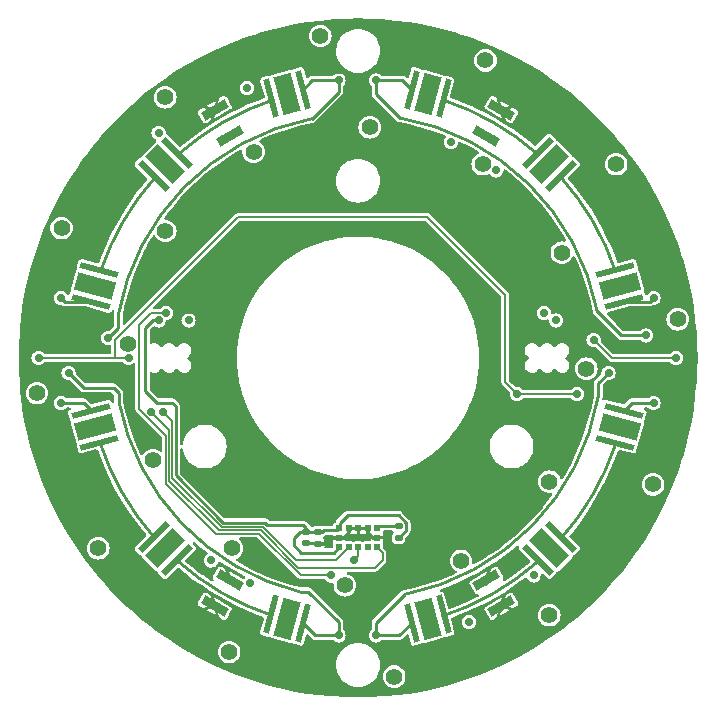
<source format=gbr>
%TF.GenerationSoftware,KiCad,Pcbnew,7.0.5*%
%TF.CreationDate,2023-06-22T13:55:38-04:00*%
%TF.ProjectId,ESP32Sensor-LED_board,45535033-3253-4656-9e73-6f722d4c4544,rev?*%
%TF.SameCoordinates,Original*%
%TF.FileFunction,Copper,L1,Top*%
%TF.FilePolarity,Positive*%
%FSLAX46Y46*%
G04 Gerber Fmt 4.6, Leading zero omitted, Abs format (unit mm)*
G04 Created by KiCad (PCBNEW 7.0.5) date 2023-06-22 13:55:38*
%MOMM*%
%LPD*%
G01*
G04 APERTURE LIST*
G04 Aperture macros list*
%AMRoundRect*
0 Rectangle with rounded corners*
0 $1 Rounding radius*
0 $2 $3 $4 $5 $6 $7 $8 $9 X,Y pos of 4 corners*
0 Add a 4 corners polygon primitive as box body*
4,1,4,$2,$3,$4,$5,$6,$7,$8,$9,$2,$3,0*
0 Add four circle primitives for the rounded corners*
1,1,$1+$1,$2,$3*
1,1,$1+$1,$4,$5*
1,1,$1+$1,$6,$7*
1,1,$1+$1,$8,$9*
0 Add four rect primitives between the rounded corners*
20,1,$1+$1,$2,$3,$4,$5,0*
20,1,$1+$1,$4,$5,$6,$7,0*
20,1,$1+$1,$6,$7,$8,$9,0*
20,1,$1+$1,$8,$9,$2,$3,0*%
%AMRotRect*
0 Rectangle, with rotation*
0 The origin of the aperture is its center*
0 $1 length*
0 $2 width*
0 $3 Rotation angle, in degrees counterclockwise*
0 Add horizontal line*
21,1,$1,$2,0,0,$3*%
G04 Aperture macros list end*
%TA.AperFunction,SMDPad,CuDef*%
%ADD10RotRect,0.500000X3.300000X345.000000*%
%TD*%
%TA.AperFunction,WasherPad*%
%ADD11C,1.400000*%
%TD*%
%TA.AperFunction,SMDPad,CuDef*%
%ADD12RotRect,1.500000X3.300000X345.000000*%
%TD*%
%TA.AperFunction,SMDPad,CuDef*%
%ADD13RotRect,0.500000X3.300000X165.000000*%
%TD*%
%TA.AperFunction,SMDPad,CuDef*%
%ADD14RotRect,1.500000X3.300000X165.000000*%
%TD*%
%TA.AperFunction,SMDPad,CuDef*%
%ADD15RotRect,0.500000X3.300000X105.000000*%
%TD*%
%TA.AperFunction,SMDPad,CuDef*%
%ADD16RotRect,1.500000X3.300000X105.000000*%
%TD*%
%TA.AperFunction,SMDPad,CuDef*%
%ADD17RotRect,0.500000X3.300000X225.000000*%
%TD*%
%TA.AperFunction,SMDPad,CuDef*%
%ADD18RotRect,1.500000X3.300000X225.000000*%
%TD*%
%TA.AperFunction,SMDPad,CuDef*%
%ADD19RotRect,0.500000X3.300000X285.000000*%
%TD*%
%TA.AperFunction,SMDPad,CuDef*%
%ADD20RotRect,1.500000X3.300000X285.000000*%
%TD*%
%TA.AperFunction,SMDPad,CuDef*%
%ADD21RotRect,0.500000X3.300000X15.000000*%
%TD*%
%TA.AperFunction,SMDPad,CuDef*%
%ADD22RotRect,1.500000X3.300000X15.000000*%
%TD*%
%TA.AperFunction,SMDPad,CuDef*%
%ADD23RotRect,0.500000X3.300000X255.000000*%
%TD*%
%TA.AperFunction,SMDPad,CuDef*%
%ADD24RotRect,1.500000X3.300000X255.000000*%
%TD*%
%TA.AperFunction,SMDPad,CuDef*%
%ADD25RotRect,0.500000X3.300000X45.000000*%
%TD*%
%TA.AperFunction,SMDPad,CuDef*%
%ADD26RotRect,1.500000X3.300000X45.000000*%
%TD*%
%TA.AperFunction,SMDPad,CuDef*%
%ADD27RotRect,0.500000X3.300000X75.000000*%
%TD*%
%TA.AperFunction,SMDPad,CuDef*%
%ADD28RotRect,1.500000X3.300000X75.000000*%
%TD*%
%TA.AperFunction,SMDPad,CuDef*%
%ADD29RotRect,0.500000X3.300000X195.000000*%
%TD*%
%TA.AperFunction,SMDPad,CuDef*%
%ADD30RotRect,1.500000X3.300000X195.000000*%
%TD*%
%TA.AperFunction,SMDPad,CuDef*%
%ADD31RotRect,0.500000X3.300000X135.000000*%
%TD*%
%TA.AperFunction,SMDPad,CuDef*%
%ADD32RotRect,1.500000X3.300000X135.000000*%
%TD*%
%TA.AperFunction,SMDPad,CuDef*%
%ADD33RotRect,0.500000X3.300000X315.000000*%
%TD*%
%TA.AperFunction,SMDPad,CuDef*%
%ADD34RotRect,1.500000X3.300000X315.000000*%
%TD*%
%TA.AperFunction,SMDPad,CuDef*%
%ADD35RoundRect,0.140000X0.170000X-0.140000X0.170000X0.140000X-0.170000X0.140000X-0.170000X-0.140000X0*%
%TD*%
%TA.AperFunction,SMDPad,CuDef*%
%ADD36RoundRect,0.135000X0.185000X-0.135000X0.185000X0.135000X-0.185000X0.135000X-0.185000X-0.135000X0*%
%TD*%
%TA.AperFunction,SMDPad,CuDef*%
%ADD37R,0.500000X0.500000*%
%TD*%
%TA.AperFunction,ComponentPad*%
%ADD38C,0.700000*%
%TD*%
%TA.AperFunction,SMDPad,CuDef*%
%ADD39RotRect,2.286000X0.762000X30.000000*%
%TD*%
%TA.AperFunction,SMDPad,CuDef*%
%ADD40RotRect,2.286000X0.762000X210.000000*%
%TD*%
%TA.AperFunction,SMDPad,CuDef*%
%ADD41RotRect,2.286000X0.762000X150.000000*%
%TD*%
%TA.AperFunction,SMDPad,CuDef*%
%ADD42RotRect,2.286000X0.762000X330.000000*%
%TD*%
%TA.AperFunction,ViaPad*%
%ADD43C,0.700000*%
%TD*%
%TA.AperFunction,Conductor*%
%ADD44C,0.254000*%
%TD*%
%TA.AperFunction,Conductor*%
%ADD45C,0.127000*%
%TD*%
G04 APERTURE END LIST*
D10*
%TO.P,LED1,2*%
%TO.N,Net-(K1-S1)*%
X4538802Y22715770D03*
%TO.P,LED1,1*%
%TO.N,Net-(LED1-Pad1)*%
X7237598Y21992630D03*
D11*
%TO.P,LED1,*%
%TO.N,*%
X10787179Y25182627D03*
D12*
X5888200Y22354200D03*
D11*
X989221Y19525773D03*
%TD*%
D13*
%TO.P,LED12,2*%
%TO.N,Net-(K2-S2)*%
X-4668002Y-22439970D03*
%TO.P,LED12,1*%
%TO.N,Net-(LED11-Pad2)*%
X-7366798Y-21716830D03*
D11*
%TO.P,LED12,*%
%TO.N,*%
X-10916379Y-24906827D03*
D14*
X-6017400Y-22078400D03*
D11*
X-1118421Y-19249973D03*
%TD*%
D15*
%TO.P,LED10,2*%
%TO.N,Net-(LED10-Pad2)*%
X-21919330Y-7164298D03*
%TO.P,LED10,1*%
%TO.N,Net-(U4-Q)*%
X-22642470Y-4465502D03*
D11*
%TO.P,LED10,*%
%TO.N,*%
X-27179879Y-2986473D03*
D16*
X-22280900Y-5814900D03*
D11*
X-17381921Y-8643327D03*
%TD*%
D17*
%TO.P,LED8,2*%
%TO.N,Net-(LED7-Pad1)*%
X-15340272Y17389228D03*
%TO.P,LED8,1*%
%TO.N,Net-(LED8-Pad1)*%
X-17315928Y15413572D03*
D11*
%TO.P,LED8,*%
%TO.N,*%
X-16328100Y10744546D03*
D18*
X-16328100Y16401400D03*
D11*
X-16328100Y22058254D03*
%TD*%
D19*
%TO.P,LED3,2*%
%TO.N,Net-(LED2-Pad1)*%
X21790130Y7440198D03*
%TO.P,LED3,1*%
%TO.N,Net-(U1-Q)*%
X22513270Y4741402D03*
D11*
%TO.P,LED3,*%
%TO.N,*%
X27050679Y3262373D03*
D20*
X22151700Y6090800D03*
D11*
X17252721Y8919227D03*
%TD*%
D21*
%TO.P,LED6,2*%
%TO.N,Net-(K1-S2)*%
X4538802Y-22439970D03*
%TO.P,LED6,1*%
%TO.N,Net-(LED5-Pad2)*%
X7237598Y-21716830D03*
D11*
%TO.P,LED6,*%
%TO.N,*%
X8716627Y-17179421D03*
D22*
X5888200Y-22078400D03*
D11*
X3059773Y-26977379D03*
%TD*%
D23*
%TO.P,LED9,2*%
%TO.N,Net-(LED8-Pad1)*%
X-21919330Y7440198D03*
%TO.P,LED9,1*%
%TO.N,Net-(U3-Q)*%
X-22642470Y4741402D03*
D11*
%TO.P,LED9,*%
%TO.N,*%
X-19452473Y1191821D03*
D24*
X-22280900Y6090800D03*
D11*
X-25109327Y10989779D03*
%TD*%
D25*
%TO.P,LED5,2*%
%TO.N,Net-(LED5-Pad2)*%
X15211072Y-17113328D03*
%TO.P,LED5,1*%
%TO.N,Net-(LED4-Pad2)*%
X17186728Y-15137672D03*
D11*
%TO.P,LED5,*%
%TO.N,*%
X16198900Y-10468646D03*
D26*
X16198900Y-16125500D03*
D11*
X16198900Y-21782354D03*
%TD*%
D27*
%TO.P,LED4,2*%
%TO.N,Net-(LED4-Pad2)*%
X21790130Y-7164298D03*
%TO.P,LED4,1*%
%TO.N,Net-(U2-Q)*%
X22513270Y-4465502D03*
D11*
%TO.P,LED4,*%
%TO.N,*%
X19323273Y-915921D03*
D28*
X22151700Y-5814900D03*
D11*
X24980127Y-10713879D03*
%TD*%
D29*
%TO.P,LED7,2*%
%TO.N,Net-(K2-S1)*%
X-4668002Y22715770D03*
%TO.P,LED7,1*%
%TO.N,Net-(LED7-Pad1)*%
X-7366798Y21992630D03*
D11*
%TO.P,LED7,*%
%TO.N,*%
X-8845827Y17455221D03*
D30*
X-6017400Y22354200D03*
D11*
X-3188973Y27253179D03*
%TD*%
D31*
%TO.P,LED11,2*%
%TO.N,Net-(LED11-Pad2)*%
X-15340172Y-17113328D03*
%TO.P,LED11,1*%
%TO.N,Net-(LED10-Pad2)*%
X-17315828Y-15137672D03*
D11*
%TO.P,LED11,*%
%TO.N,*%
X-21984854Y-16125500D03*
D32*
X-16328000Y-16125500D03*
D11*
X-10671146Y-16125500D03*
%TD*%
D33*
%TO.P,LED2,2*%
%TO.N,Net-(LED1-Pad1)*%
X15211072Y17389228D03*
%TO.P,LED2,1*%
%TO.N,Net-(LED2-Pad1)*%
X17186728Y15413572D03*
D11*
%TO.P,LED2,*%
%TO.N,*%
X21855754Y16401400D03*
D34*
X16198900Y16401400D03*
D11*
X10542046Y16401400D03*
%TD*%
D35*
%TO.P,C9,2*%
%TO.N,3V3*%
X-3391000Y-14760000D03*
%TO.P,C9,1*%
%TO.N,LED_GND*%
X-3391000Y-15720000D03*
%TD*%
%TO.P,C10,2*%
%TO.N,3V3*%
X-4407000Y-14732000D03*
%TO.P,C10,1*%
%TO.N,LED_GND*%
X-4407000Y-15692000D03*
%TD*%
D36*
%TO.P,R13,2*%
%TO.N,Net-(U5-XSHUT)*%
X3429000Y-14222000D03*
%TO.P,R13,1*%
%TO.N,3V3*%
X3429000Y-15242000D03*
%TD*%
D37*
%TO.P,U5,12,GND4*%
%TO.N,LED_GND*%
X-1599999Y-15240000D03*
%TO.P,U5,11,AVDD*%
%TO.N,3V3*%
X-1599999Y-16040001D03*
%TO.P,U5,10,SCL*%
%TO.N,SCL*%
X-800001Y-16040001D03*
%TO.P,U5,9,SDA*%
%TO.N,SDA*%
X0Y-16040001D03*
%TO.P,U5,8,DNC*%
%TO.N,unconnected-(U5-DNC-Pad8)*%
X800001Y-16040001D03*
%TO.P,U5,7,GPIO1*%
%TO.N,INT*%
X1599999Y-16040001D03*
%TO.P,U5,6,GND3*%
%TO.N,LED_GND*%
X1599999Y-15240000D03*
%TO.P,U5,5,XSHUT*%
%TO.N,Net-(U5-XSHUT)*%
X1599999Y-14439999D03*
%TO.P,U5,4,GND2*%
%TO.N,LED_GND*%
X800001Y-14439999D03*
%TO.P,U5,3,GND*%
X0Y-14439999D03*
%TO.P,U5,2,AVSSVCSEL*%
X-800001Y-14439999D03*
%TO.P,U5,1,AVDDVCSEL*%
%TO.N,3V3*%
X-1599999Y-14439999D03*
%TD*%
D38*
%TO.P,U2,9,EPAD*%
%TO.N,LED_GND*%
X12684926Y-20700952D03*
X11414926Y-18501248D03*
D39*
X12135000Y-21018452D03*
X10865000Y-18818748D03*
D38*
X11585074Y-21335952D03*
X10315074Y-19136248D03*
%TD*%
%TO.P,U3,9,EPAD*%
%TO.N,LED_GND*%
X-12684926Y20700952D03*
X-11414926Y18501248D03*
D40*
X-12135000Y21018452D03*
X-10865000Y18818748D03*
D38*
X-11585074Y21335952D03*
X-10315074Y19136248D03*
%TD*%
%TO.P,U4,9,EPAD*%
%TO.N,LED_GND*%
X-11414926Y-18501248D03*
X-12684926Y-20700952D03*
D41*
X-10865000Y-18818748D03*
X-12135000Y-21018452D03*
D38*
X-10315074Y-19136248D03*
X-11585074Y-21335952D03*
%TD*%
%TO.P,U1,9,EPAD*%
%TO.N,LED_GND*%
X11414926Y18501248D03*
X12684926Y20700952D03*
D42*
X10865000Y18818748D03*
X12135000Y21018452D03*
D38*
X10315074Y19136248D03*
X11585074Y21335952D03*
%TD*%
D43*
%TO.N,+Vs_For_LED_Drivers*%
X-12446000Y-17145000D03*
X-16891000Y19050000D03*
X16764000Y3175000D03*
X14859000Y-18415000D03*
X-14351000Y3175000D03*
X11684000Y15875000D03*
%TO.N,Net-(K1-S1)*%
X24384000Y1905000D03*
X1524000Y23495000D03*
%TO.N,LED_REF_INV*%
X-19431000Y0D03*
X-27051000Y0D03*
X19939000Y1524000D03*
X18542000Y-3048000D03*
X13462000Y-3048000D03*
X26924000Y0D03*
%TO.N,Net-(U1-Q)*%
X25019000Y5080000D03*
%TO.N,PWM_DIM*%
X9398000Y-22352000D03*
X7874000Y18288000D03*
X-9144000Y-19050000D03*
X-9398000Y22860000D03*
X15748000Y3810000D03*
%TO.N,Net-(U2-Q)*%
X25019000Y-3810000D03*
%TO.N,Net-(K1-S2)*%
X1524000Y-23495000D03*
X21209000Y-1270000D03*
%TO.N,Net-(K2-S1)*%
X-1651000Y23495000D03*
X-21148638Y1680828D03*
%TO.N,Net-(U4-Q)*%
X-25146000Y-3810000D03*
%TO.N,Net-(K2-S2)*%
X-1651000Y-23495000D03*
X-24511000Y-1270000D03*
%TO.N,Net-(U3-Q)*%
X-25146000Y5080000D03*
%TO.N,3V3*%
X-16891000Y3175000D03*
%TO.N,SDA*%
X-2286000Y-18415000D03*
X-381000Y-17145000D03*
X-16256000Y3810000D03*
%TO.N,SCL*%
X-16510000Y-4572000D03*
%TO.N,INT*%
X-17526000Y-4572000D03*
%TD*%
D44*
%TO.N,LED_GND*%
X11585074Y21335952D02*
X11817500Y21335952D01*
X-1270000Y-15240000D02*
X-1599999Y-15240000D01*
X-10315074Y-19136248D02*
X-10547500Y-19136248D01*
X-11585074Y21335952D02*
X-11817500Y21335952D01*
X-3419000Y-15692000D02*
X-3391000Y-15720000D01*
X10315074Y19136248D02*
X10547500Y19136248D01*
X-12684926Y-20700952D02*
X-12452500Y-20700952D01*
X-12684926Y-20700952D02*
X-12220074Y-20700952D01*
%TO.N,Net-(K2-S1)*%
X-3954558Y23432075D02*
X-3891633Y23495000D01*
%TO.N,Net-(K2-S2)*%
X-20701000Y-2540000D02*
X-20249550Y-2991450D01*
%TO.N,3V3*%
X-7874000Y-13970000D02*
X-7683500Y-14160500D01*
X-3076000Y-14760000D02*
X-2921000Y-14605000D01*
X4064000Y-13970000D02*
X4064000Y-14605000D01*
X-5461000Y-15240000D02*
X-5461000Y-15875000D01*
X-4635500Y-14160500D02*
X-4407000Y-14389000D01*
X-15748000Y-3810000D02*
X-15455900Y-4102100D01*
X-4379000Y-14760000D02*
X-4407000Y-14732000D01*
D45*
%TO.N,SDA*%
X-18542000Y-4318000D02*
X-16256000Y-6604000D01*
X-12047019Y-14876981D02*
X-8364019Y-14876981D01*
%TO.N,SCL*%
X-11556566Y-14351434D02*
X-8085326Y-14351434D01*
%TO.N,INT*%
X-11811000Y-14605000D02*
X-8255000Y-14605000D01*
X2070000Y-17145000D02*
X2070000Y-16510000D01*
D44*
%TO.N,LED_GND*%
X-10632574Y18818748D02*
X-10315074Y19136248D01*
X10315074Y19136248D02*
X10779926Y19136248D01*
X10632574Y-18818748D02*
X10315074Y-19136248D01*
X11817500Y21335952D02*
X12135000Y21018452D01*
X10547500Y19136248D02*
X10865000Y18818748D01*
X1270000Y-15240000D02*
X1599999Y-15240000D01*
X-3391000Y-15720000D02*
X-2794000Y-15720000D01*
X11585074Y-21335952D02*
X12049926Y-21335952D01*
X10779926Y-19136248D02*
X11414926Y-18501248D01*
X-11414926Y-18501248D02*
X-10950074Y-18501248D01*
X12135000Y-21018452D02*
X11902574Y-21018452D01*
X-11817500Y21335952D02*
X-12135000Y21018452D01*
X800001Y-14770001D02*
X1270000Y-15240000D01*
X-1599999Y-15240000D02*
X-2314000Y-15240000D01*
X-12220074Y-20700952D02*
X-11585074Y-21335952D01*
X800001Y-14439999D02*
X800001Y-14770001D01*
X-12452500Y-20700952D02*
X-12135000Y-21018452D01*
X-10547500Y-19136248D02*
X-10865000Y-18818748D01*
X11902574Y-21018452D02*
X11585074Y-21335952D01*
X-10865000Y18818748D02*
X-10632574Y18818748D01*
X10865000Y-18818748D02*
X10632574Y-18818748D01*
X-10950074Y18501248D02*
X-10315074Y19136248D01*
X-12220074Y20700952D02*
X-11585074Y21335952D01*
X-2314000Y-15240000D02*
X-2794000Y-15720000D01*
X-800001Y-14770001D02*
X-1270000Y-15240000D01*
X12049926Y21335952D02*
X12684926Y20700952D01*
X12049926Y-21335952D02*
X12684926Y-20700952D01*
X-800001Y-14439999D02*
X-800001Y-14770001D01*
X10315074Y-19136248D02*
X10779926Y-19136248D01*
X-4407000Y-15692000D02*
X-3419000Y-15692000D01*
X-11414926Y18501248D02*
X-10950074Y18501248D01*
X-800000Y-14440000D02*
X800000Y-14440000D01*
X-12684926Y20700952D02*
X-12220074Y20700952D01*
X11585074Y21335952D02*
X12049926Y21335952D01*
X-10950074Y-18501248D02*
X-10315074Y-19136248D01*
X10779926Y19136248D02*
X11414926Y18501248D01*
%TO.N,Net-(K1-S1)*%
X4538802Y22715770D02*
X3759572Y23495000D01*
X22281965Y1905000D02*
X20249552Y3937413D01*
X3759572Y23495000D02*
X1524000Y23495000D01*
X24384000Y1905000D02*
X22281965Y1905000D01*
X1524000Y22352001D02*
X3556002Y20319999D01*
X1524000Y23495000D02*
X1524000Y22352001D01*
X20249549Y3937413D02*
G75*
G03*
X3556002Y20319998I-20249549J-3937413D01*
G01*
D45*
%TO.N,LED_REF_INV*%
X21463000Y0D02*
X26924000Y0D01*
X-20574000Y1524000D02*
X-20574000Y0D01*
X-20574000Y0D02*
X-19431000Y0D01*
X19939000Y1524000D02*
X21463000Y0D01*
X-27051000Y0D02*
X-20574000Y0D01*
X12446000Y5334000D02*
X5842000Y11938000D01*
X12446000Y-2032000D02*
X12446000Y5334000D01*
X-10160000Y11938000D02*
X-20574000Y1524000D01*
X5842000Y11938000D02*
X-10160000Y11938000D01*
X13462000Y-3048000D02*
X18542000Y-3048000D01*
X13462000Y-3048000D02*
X12446000Y-2032000D01*
D44*
%TO.N,Net-(U1-Q)*%
X22513270Y4741402D02*
X24680402Y4741402D01*
X24680402Y4741402D02*
X25019000Y5080000D01*
%TO.N,Net-(LED1-Pad1)*%
X15203673Y17257121D02*
G75*
G03*
X7197514Y21843896I-15203692J-17257143D01*
G01*
%TO.N,Net-(LED2-Pad1)*%
X21795336Y7343256D02*
G75*
G03*
X17155186Y15318599I-21795368J-7343287D01*
G01*
%TO.N,Net-(U2-Q)*%
X23168772Y-3810000D02*
X25019000Y-3810000D01*
X22513270Y-4465502D02*
X23168772Y-3810000D01*
%TO.N,Net-(K1-S2)*%
X4538802Y-22439970D02*
X3483772Y-23495000D01*
X20320001Y-2158999D02*
X20320001Y-3331009D01*
X21209000Y-1270000D02*
X20320001Y-2158999D01*
X3937415Y-20024559D02*
X1524000Y-22437974D01*
X3483772Y-23495000D02*
X1524000Y-23495000D01*
X1524000Y-22437974D02*
X1524000Y-23495000D01*
X3937415Y-20024558D02*
G75*
G03*
X20320000Y-3331009I-3937414J20249550D01*
G01*
%TO.N,Net-(K2-S1)*%
X-1651000Y22535963D02*
X-1651000Y23495000D01*
X-4668002Y22718631D02*
X-3954558Y23432075D01*
X-20319999Y2509467D02*
X-20319999Y3556000D01*
X-4668002Y22715770D02*
X-4668002Y22718631D01*
X-3937413Y20249550D02*
X-1651000Y22535963D01*
X-3891633Y23495000D02*
X-1651000Y23495000D01*
X-21148638Y1680828D02*
X-20319999Y2509467D01*
X-3937413Y20249549D02*
G75*
G03*
X-20319998Y3556000I3937413J-20249549D01*
G01*
%TO.N,Net-(U4-Q)*%
X-23241000Y-3810000D02*
X-25146000Y-3810000D01*
X-22642470Y-4465502D02*
X-22642470Y-4408530D01*
X-22642470Y-4408530D02*
X-23241000Y-3810000D01*
%TO.N,Net-(K2-S2)*%
X-23241000Y-2540000D02*
X-20701000Y-2540000D01*
X-20249550Y-2991450D02*
X-20249550Y-3712422D01*
X-4908507Y-19814001D02*
X-4218007Y-19814001D01*
X-1651000Y-22381008D02*
X-1651000Y-23495000D01*
X-4218007Y-19814001D02*
X-1651000Y-22381008D01*
X-4668002Y-22439970D02*
X-3612972Y-23495000D01*
X-3612972Y-23495000D02*
X-1651000Y-23495000D01*
X-24511000Y-1270000D02*
X-23241000Y-2540000D01*
X-20249550Y-3712422D02*
G75*
G03*
X-4908507Y-19814001I20257175J3941351D01*
G01*
%TO.N,Net-(U3-Q)*%
X-22642470Y4741402D02*
X-24807402Y4741402D01*
X-24807402Y4741402D02*
X-25146000Y5080000D01*
%TO.N,Net-(LED7-Pad1)*%
X-7152787Y21858588D02*
G75*
G03*
X-15168318Y17288212I7152784J-21858576D01*
G01*
%TO.N,Net-(LED8-Pad1)*%
X-17123791Y15353695D02*
G75*
G03*
X-21780257Y7387867I17123788J-15353694D01*
G01*
%TO.N,Net-(LED10-Pad2)*%
X-21858619Y-7152809D02*
G75*
G03*
X-17288243Y-15168341I21858619J7152809D01*
G01*
%TO.N,Net-(LED11-Pad2)*%
X-15353727Y-17123832D02*
G75*
G03*
X-7387899Y-21780299I15353708J17123807D01*
G01*
%TO.N,Net-(LED4-Pad2)*%
X17123790Y-15353709D02*
G75*
G03*
X21780256Y-7387881I-17123824J15353715D01*
G01*
%TO.N,Net-(LED5-Pad2)*%
X7152779Y-21858558D02*
G75*
G03*
X15168310Y-17288182I-7152784J21858576D01*
G01*
%TO.N,3V3*%
X4064000Y-14605000D02*
X3429000Y-15240000D01*
X-16891000Y3175000D02*
X-17399000Y3175000D01*
X-4407000Y-14732000D02*
X-4953000Y-14732000D01*
X3429000Y-15240000D02*
X3429000Y-15242000D01*
X-3391000Y-14760000D02*
X-4379000Y-14760000D01*
X-889000Y-13335000D02*
X3429000Y-13335000D01*
X-17399000Y3175000D02*
X-18034000Y2540000D01*
X-1524000Y-14364000D02*
X-1524000Y-13970000D01*
X-3391000Y-14760000D02*
X-3076000Y-14760000D01*
X-15455900Y-9944100D02*
X-11430000Y-13970000D01*
X-11430000Y-13970000D02*
X-7874000Y-13970000D01*
X-2070000Y-16510000D02*
X-1600000Y-16040000D01*
X-18034000Y2540000D02*
X-18034000Y-2794000D01*
X-2921000Y-14605000D02*
X-1765000Y-14605000D01*
X-15455900Y-4102100D02*
X-15455900Y-9944100D01*
X-4826000Y-16510000D02*
X-2070000Y-16510000D01*
X-4953000Y-14732000D02*
X-5461000Y-15240000D01*
X-17018000Y-3810000D02*
X-15748000Y-3810000D01*
X3429000Y-13335000D02*
X4064000Y-13970000D01*
X-18034000Y-2794000D02*
X-17018000Y-3810000D01*
X-5461000Y-15875000D02*
X-4826000Y-16510000D01*
X-1599999Y-14439999D02*
X-1524000Y-14364000D01*
X-4407000Y-14389000D02*
X-4407000Y-14732000D01*
X-1765000Y-14605000D02*
X-1600000Y-14440000D01*
X-1524000Y-13970000D02*
X-889000Y-13335000D01*
X-7683500Y-14160500D02*
X-4635500Y-14160500D01*
D45*
%TO.N,SDA*%
X-4826000Y-18415000D02*
X-2286000Y-18415000D01*
X-16256000Y-6604000D02*
X-16256000Y-10668000D01*
X0Y-16764000D02*
X-381000Y-17145000D01*
X-16256000Y3810000D02*
X-17526000Y3810000D01*
X-16256000Y-10668000D02*
X-12047019Y-14876981D01*
X0Y-16040000D02*
X0Y-16764000D01*
X-17526000Y3810000D02*
X-18542000Y2794000D01*
X-18542000Y2794000D02*
X-18542000Y-4318000D01*
X-8364019Y-14876981D02*
X-4826000Y-18415000D01*
%TO.N,SCL*%
X-15748000Y-10160000D02*
X-11556566Y-14351434D01*
X-1905000Y-17145000D02*
X-800000Y-16040000D01*
X-8085326Y-14351434D02*
X-5291760Y-17145000D01*
X-5291760Y-17145000D02*
X-1905000Y-17145000D01*
X-15748000Y-5334000D02*
X-15748000Y-10160000D01*
X-16510000Y-4572000D02*
X-15748000Y-5334000D01*
%TO.N,INT*%
X-16002000Y-10414000D02*
X-11811000Y-14605000D01*
X1435000Y-17780000D02*
X2070000Y-17145000D01*
X-8255000Y-14605000D02*
X-5080000Y-17780000D01*
X-16002000Y-6096000D02*
X-16002000Y-10414000D01*
X2070000Y-16510000D02*
X1600000Y-16040000D01*
X-17526000Y-4572000D02*
X-16002000Y-6096000D01*
X-5080000Y-17780000D02*
X1435000Y-17780000D01*
D44*
%TO.N,Net-(U5-XSHUT)*%
X1818000Y-14222000D02*
X1600000Y-14440000D01*
X3429000Y-14222000D02*
X1818000Y-14222000D01*
%TD*%
%TA.AperFunction,Conductor*%
%TO.N,LED_GND*%
G36*
X-13824916Y-15597248D02*
G01*
X-13804067Y-15611572D01*
X-13260134Y-16073642D01*
X-12779411Y-16448314D01*
X-12738637Y-16505049D01*
X-12735009Y-16574825D01*
X-12769681Y-16635485D01*
X-12780147Y-16644486D01*
X-12874282Y-16716718D01*
X-12970536Y-16842159D01*
X-13031044Y-16988238D01*
X-13031044Y-16988239D01*
X-13051682Y-17144998D01*
X-13051682Y-17145001D01*
X-13048024Y-17172786D01*
X-13031044Y-17301762D01*
X-12970536Y-17447841D01*
X-12874282Y-17573282D01*
X-12748841Y-17669536D01*
X-12602762Y-17730044D01*
X-12498254Y-17743802D01*
X-12446001Y-17750682D01*
X-12446000Y-17750682D01*
X-12445999Y-17750682D01*
X-12347878Y-17737764D01*
X-12289238Y-17730044D01*
X-12143159Y-17669536D01*
X-12030454Y-17583055D01*
X-12005354Y-17573351D01*
X-11994449Y-17543014D01*
X-11992681Y-17540653D01*
X-11921464Y-17447841D01*
X-11880915Y-17349947D01*
X-11860956Y-17301762D01*
X-11860955Y-17301761D01*
X-11858658Y-17296214D01*
X-11814817Y-17241811D01*
X-11748523Y-17219746D01*
X-11680823Y-17237025D01*
X-11676405Y-17239774D01*
X-11098132Y-17616782D01*
X-10336260Y-18068920D01*
X-9623577Y-18452213D01*
X-9573860Y-18501304D01*
X-9558574Y-18569481D01*
X-9582575Y-18635099D01*
X-9583889Y-18636845D01*
X-9620283Y-18684275D01*
X-9676710Y-18725477D01*
X-9746456Y-18729632D01*
X-9780658Y-18716175D01*
X-10942867Y-18045174D01*
X-10744000Y-18787361D01*
X-10745663Y-18857210D01*
X-10784825Y-18915073D01*
X-10831647Y-18939220D01*
X-10833578Y-18939738D01*
X-10903429Y-18938095D01*
X-10961302Y-18898949D01*
X-10985481Y-18852066D01*
X-11249054Y-17868398D01*
X-11249055Y-17868395D01*
X-11560690Y-17688474D01*
X-11560693Y-17688473D01*
X-11631093Y-17664575D01*
X-11730338Y-17671080D01*
X-11830493Y-17720470D01*
X-11831090Y-17719259D01*
X-11843920Y-17724219D01*
X-11854826Y-17754556D01*
X-11861742Y-17763191D01*
X-11868557Y-17770963D01*
X-11868562Y-17770969D01*
X-12274184Y-18473527D01*
X-12274185Y-18473530D01*
X-12298083Y-18543930D01*
X-12291578Y-18643175D01*
X-12242189Y-18743330D01*
X-12244283Y-18744362D01*
X-12225068Y-18794046D01*
X-12239097Y-18862493D01*
X-12287904Y-18912489D01*
X-12355993Y-18928163D01*
X-12415102Y-18909063D01*
X-12473125Y-18872223D01*
X-12475025Y-18870968D01*
X-13157553Y-18401590D01*
X-13159405Y-18400266D01*
X-13195346Y-18373554D01*
X-13462258Y-18175179D01*
X-13824255Y-17906135D01*
X-13826057Y-17904743D01*
X-14422559Y-17426438D01*
X-14472302Y-17386551D01*
X-14474048Y-17385098D01*
X-14603852Y-17272940D01*
X-14641709Y-17214214D01*
X-14641807Y-17144345D01*
X-14610462Y-17091432D01*
X-13802094Y-16283065D01*
X-13802093Y-16283064D01*
X-13775105Y-16242673D01*
X-13760703Y-16221119D01*
X-13760702Y-16221118D01*
X-13760702Y-16221117D01*
X-13760701Y-16221114D01*
X-13741261Y-16123381D01*
X-13741261Y-16123376D01*
X-13760701Y-16025642D01*
X-13760702Y-16025639D01*
X-13802093Y-15963692D01*
X-13972024Y-15793761D01*
X-14005509Y-15732438D01*
X-14000525Y-15662746D01*
X-13958653Y-15606813D01*
X-13893189Y-15582396D01*
X-13824916Y-15597248D01*
G37*
%TD.AperFunction*%
%TA.AperFunction,Conductor*%
G36*
X13559130Y-15914809D02*
G01*
X13610862Y-15961772D01*
X13628992Y-16029249D01*
X13626643Y-16050572D01*
X13612161Y-16123380D01*
X13612161Y-16123381D01*
X13631601Y-16221114D01*
X13631602Y-16221117D01*
X13631602Y-16221118D01*
X13631603Y-16221119D01*
X13646005Y-16242673D01*
X13672993Y-16283064D01*
X13672994Y-16283065D01*
X14539520Y-17149590D01*
X14573005Y-17210913D01*
X14568021Y-17280604D01*
X14531894Y-17331966D01*
X14285881Y-17539945D01*
X14284115Y-17541383D01*
X13632313Y-18052593D01*
X13630496Y-18053965D01*
X12960355Y-18540907D01*
X12958489Y-18542211D01*
X12420603Y-18903646D01*
X12353980Y-18924698D01*
X12286552Y-18906389D01*
X12239727Y-18854532D01*
X12228371Y-18785591D01*
X12245083Y-18744757D01*
X12242189Y-18743330D01*
X12291578Y-18643175D01*
X12298083Y-18543930D01*
X12274185Y-18473530D01*
X12274184Y-18473527D01*
X11868562Y-17770969D01*
X11868557Y-17770962D01*
X11819539Y-17715068D01*
X11730338Y-17671080D01*
X11631093Y-17664575D01*
X11560693Y-17688473D01*
X11560690Y-17688474D01*
X11249055Y-17868395D01*
X11249054Y-17868398D01*
X10985481Y-18852066D01*
X10949116Y-18911726D01*
X10886269Y-18942255D01*
X10833578Y-18939738D01*
X10831647Y-18939220D01*
X10771997Y-18902838D01*
X10741486Y-18839982D01*
X10744000Y-18787361D01*
X10942867Y-18045174D01*
X9538310Y-18856096D01*
X9538303Y-18856101D01*
X9482409Y-18905119D01*
X9438421Y-18994320D01*
X9431916Y-19093565D01*
X9455814Y-19163965D01*
X9455815Y-19163968D01*
X9861437Y-19866526D01*
X9861442Y-19866533D01*
X9910460Y-19922427D01*
X9999661Y-19966415D01*
X10111091Y-19973719D01*
X10110933Y-19976116D01*
X10163348Y-19984287D01*
X10215607Y-20030663D01*
X10234496Y-20097931D01*
X10214019Y-20164733D01*
X10167930Y-20206365D01*
X10107234Y-20238079D01*
X10105197Y-20239096D01*
X9357436Y-20595495D01*
X9355364Y-20596436D01*
X8595019Y-20925144D01*
X8592913Y-20926009D01*
X7821001Y-21226586D01*
X7818864Y-21227373D01*
X7767135Y-21245358D01*
X7697349Y-21248780D01*
X7636791Y-21213930D01*
X7606639Y-21160329D01*
X7287606Y-19969680D01*
X7254657Y-19902866D01*
X7179732Y-19837157D01*
X7174635Y-19835427D01*
X7085363Y-19805124D01*
X7078970Y-19804283D01*
X7015073Y-19776016D01*
X6976603Y-19717691D01*
X6975772Y-19647826D01*
X7012845Y-19588603D01*
X7051667Y-19565221D01*
X7775963Y-19293979D01*
X8580398Y-18953971D01*
X9370007Y-18580826D01*
X10143427Y-18175191D01*
X10687979Y-17860066D01*
X10899317Y-17737768D01*
X11337923Y-17459000D01*
X11636387Y-17269303D01*
X12353346Y-16770616D01*
X13048963Y-16242565D01*
X13426012Y-15930815D01*
X13490220Y-15903269D01*
X13559130Y-15914809D01*
G37*
%TD.AperFunction*%
%TA.AperFunction,Conductor*%
G36*
X821822Y28730129D02*
G01*
X1073663Y28725419D01*
X1075975Y28725333D01*
X2147008Y28665186D01*
X2149298Y28665014D01*
X2531873Y28629139D01*
X3217315Y28564862D01*
X3219619Y28564603D01*
X4283138Y28424589D01*
X4285431Y28424243D01*
X5342977Y28244559D01*
X5345255Y28244128D01*
X6395343Y28025026D01*
X6397604Y28024510D01*
X7438747Y27766302D01*
X7440986Y27765702D01*
X8471776Y27468737D01*
X8473992Y27468053D01*
X9492945Y27132756D01*
X9495134Y27131991D01*
X10500815Y26758837D01*
X10502974Y26757990D01*
X11494018Y26347485D01*
X11496143Y26346558D01*
X12471150Y25899284D01*
X12473239Y25898278D01*
X13430836Y25414860D01*
X13432886Y25413777D01*
X14371742Y24894889D01*
X14373750Y24893729D01*
X15292524Y24340114D01*
X15294488Y24338880D01*
X16191966Y23751269D01*
X16193882Y23749962D01*
X16332282Y23651762D01*
X17068725Y23129226D01*
X17070558Y23127873D01*
X17215363Y23016762D01*
X17921611Y22474838D01*
X17923424Y22473392D01*
X18424477Y22058254D01*
X18749436Y21789014D01*
X18751178Y21787515D01*
X19551058Y21072699D01*
X19552757Y21071122D01*
X20325302Y20326942D01*
X20326942Y20325302D01*
X21071122Y19552757D01*
X21072699Y19551058D01*
X21787515Y18751178D01*
X21789014Y18749436D01*
X21960683Y18542241D01*
X22473392Y17923424D01*
X22474838Y17921611D01*
X22889986Y17380580D01*
X23113172Y17089718D01*
X23127867Y17070568D01*
X23129226Y17068725D01*
X23555281Y16468259D01*
X23749962Y16193882D01*
X23751269Y16191966D01*
X24338880Y15294488D01*
X24340114Y15292524D01*
X24893729Y14373750D01*
X24894889Y14371742D01*
X25413777Y13432886D01*
X25414860Y13430836D01*
X25898278Y12473239D01*
X25899284Y12471150D01*
X26346558Y11496143D01*
X26347485Y11494018D01*
X26757990Y10502974D01*
X26758837Y10500815D01*
X27131991Y9495134D01*
X27132756Y9492945D01*
X27468053Y8473992D01*
X27468737Y8471776D01*
X27765702Y7440986D01*
X27766302Y7438747D01*
X28024510Y6397604D01*
X28025026Y6395343D01*
X28244128Y5345255D01*
X28244559Y5342977D01*
X28424243Y4285431D01*
X28424589Y4283138D01*
X28564603Y3219619D01*
X28564862Y3217315D01*
X28618047Y2650155D01*
X28664232Y2157641D01*
X28665013Y2149321D01*
X28665186Y2147008D01*
X28725333Y1075975D01*
X28725420Y1073658D01*
X28745478Y1159D01*
X28745478Y-1159D01*
X28725420Y-1073658D01*
X28725333Y-1075975D01*
X28665186Y-2147008D01*
X28665014Y-2149298D01*
X28649442Y-2315364D01*
X28564862Y-3217315D01*
X28564603Y-3219619D01*
X28424589Y-4283138D01*
X28424243Y-4285431D01*
X28244559Y-5342977D01*
X28244128Y-5345255D01*
X28025026Y-6395343D01*
X28024510Y-6397604D01*
X27766302Y-7438747D01*
X27765702Y-7440986D01*
X27468737Y-8471776D01*
X27468053Y-8473992D01*
X27132756Y-9492945D01*
X27131991Y-9495134D01*
X26758837Y-10500815D01*
X26757990Y-10502974D01*
X26347485Y-11494018D01*
X26346558Y-11496143D01*
X25899284Y-12471150D01*
X25898278Y-12473239D01*
X25414860Y-13430836D01*
X25413777Y-13432886D01*
X24894889Y-14371742D01*
X24893729Y-14373750D01*
X24340114Y-15292524D01*
X24338880Y-15294488D01*
X23751269Y-16191966D01*
X23749962Y-16193882D01*
X23645482Y-16341133D01*
X23129226Y-17068725D01*
X23127873Y-17070558D01*
X23042902Y-17181296D01*
X22474838Y-17921611D01*
X22473392Y-17923424D01*
X22091532Y-18384312D01*
X21789014Y-18749436D01*
X21787515Y-18751178D01*
X21072699Y-19551058D01*
X21071122Y-19552757D01*
X20326942Y-20325302D01*
X20325302Y-20326942D01*
X19552757Y-21071122D01*
X19551058Y-21072699D01*
X18751178Y-21787515D01*
X18749436Y-21789014D01*
X18514591Y-21983592D01*
X17923424Y-22473392D01*
X17921611Y-22474838D01*
X17319253Y-22937044D01*
X17084079Y-23117500D01*
X17070568Y-23127867D01*
X17068725Y-23129226D01*
X16618709Y-23448531D01*
X16193882Y-23749962D01*
X16191966Y-23751269D01*
X15294488Y-24338880D01*
X15292524Y-24340114D01*
X14373750Y-24893729D01*
X14371742Y-24894889D01*
X13432886Y-25413777D01*
X13430836Y-25414860D01*
X12473239Y-25898278D01*
X12471150Y-25899284D01*
X11496143Y-26346558D01*
X11494018Y-26347485D01*
X10502974Y-26757990D01*
X10500815Y-26758837D01*
X9495134Y-27131991D01*
X9492945Y-27132756D01*
X8473992Y-27468053D01*
X8471776Y-27468737D01*
X7440986Y-27765702D01*
X7438747Y-27766302D01*
X6397604Y-28024510D01*
X6395343Y-28025026D01*
X5345255Y-28244128D01*
X5342977Y-28244559D01*
X4285431Y-28424243D01*
X4283138Y-28424589D01*
X3219619Y-28564603D01*
X3217315Y-28564862D01*
X2531873Y-28629139D01*
X2149298Y-28665014D01*
X2147008Y-28665186D01*
X1075975Y-28725333D01*
X1073663Y-28725419D01*
X821822Y-28730129D01*
X1159Y-28745478D01*
X-1159Y-28745478D01*
X-821822Y-28730129D01*
X-1073663Y-28725419D01*
X-1075975Y-28725333D01*
X-2147008Y-28665186D01*
X-2149298Y-28665014D01*
X-2531873Y-28629139D01*
X-3217315Y-28564862D01*
X-3219619Y-28564603D01*
X-4283138Y-28424589D01*
X-4285431Y-28424243D01*
X-5342977Y-28244559D01*
X-5345255Y-28244128D01*
X-6395343Y-28025026D01*
X-6397604Y-28024510D01*
X-7438747Y-27766302D01*
X-7440986Y-27765702D01*
X-8471776Y-27468737D01*
X-8473992Y-27468053D01*
X-9492945Y-27132756D01*
X-9495134Y-27131991D01*
X-10500815Y-26758837D01*
X-10502974Y-26757990D01*
X-11494018Y-26347485D01*
X-11496143Y-26346558D01*
X-12251600Y-26000000D01*
X-1859237Y-26000000D01*
X-1840313Y-26264597D01*
X-1840312Y-26264601D01*
X-1840312Y-26264602D01*
X-1822379Y-26347040D01*
X-1783925Y-26523808D01*
X-1691221Y-26772355D01*
X-1691218Y-26772359D01*
X-1691218Y-26772361D01*
X-1681014Y-26791048D01*
X-1564090Y-27005179D01*
X-1405118Y-27217541D01*
X-1217541Y-27405118D01*
X-1005179Y-27564090D01*
X-772360Y-27691218D01*
X-772359Y-27691218D01*
X-772355Y-27691221D01*
X-523808Y-27783925D01*
X-264597Y-27840313D01*
X-26508Y-27857341D01*
X-1Y-27859237D01*
X0Y-27859237D01*
X1Y-27859237D01*
X26508Y-27857341D01*
X264597Y-27840313D01*
X523808Y-27783925D01*
X772355Y-27691221D01*
X772359Y-27691218D01*
X772361Y-27691218D01*
X888767Y-27627655D01*
X1005179Y-27564090D01*
X1217541Y-27405118D01*
X1405118Y-27217541D01*
X1564090Y-27005179D01*
X1579270Y-26977379D01*
X2104674Y-26977379D01*
X2123025Y-27163710D01*
X2123026Y-27163712D01*
X2177377Y-27342881D01*
X2265635Y-27508002D01*
X2265637Y-27508005D01*
X2384415Y-27652736D01*
X2529146Y-27771514D01*
X2529149Y-27771516D01*
X2657859Y-27840312D01*
X2694272Y-27859775D01*
X2873439Y-27914125D01*
X2873441Y-27914126D01*
X2890147Y-27915771D01*
X3059773Y-27932478D01*
X3246104Y-27914126D01*
X3425274Y-27859775D01*
X3590398Y-27771515D01*
X3735130Y-27652736D01*
X3853909Y-27508004D01*
X3942169Y-27342880D01*
X3996520Y-27163710D01*
X4014872Y-26977379D01*
X3996520Y-26791048D01*
X3942169Y-26611878D01*
X3853909Y-26446754D01*
X3853908Y-26446752D01*
X3735130Y-26302021D01*
X3590399Y-26183243D01*
X3590396Y-26183241D01*
X3425275Y-26094983D01*
X3246106Y-26040632D01*
X3246104Y-26040631D01*
X3059773Y-26022280D01*
X2873441Y-26040631D01*
X2873439Y-26040632D01*
X2694270Y-26094983D01*
X2529149Y-26183241D01*
X2529146Y-26183243D01*
X2384415Y-26302021D01*
X2265637Y-26446752D01*
X2265635Y-26446755D01*
X2177377Y-26611876D01*
X2123026Y-26791045D01*
X2123025Y-26791047D01*
X2104674Y-26977379D01*
X1579270Y-26977379D01*
X1681014Y-26791048D01*
X1691218Y-26772361D01*
X1691218Y-26772359D01*
X1691221Y-26772355D01*
X1783925Y-26523808D01*
X1822379Y-26347040D01*
X1840312Y-26264602D01*
X1840312Y-26264601D01*
X1840313Y-26264597D01*
X1859237Y-26000000D01*
X1840313Y-25735403D01*
X1832821Y-25700964D01*
X1783927Y-25476200D01*
X1783926Y-25476198D01*
X1783925Y-25476192D01*
X1691221Y-25227645D01*
X1691219Y-25227642D01*
X1691218Y-25227638D01*
X1564093Y-24994826D01*
X1564088Y-24994818D01*
X1405124Y-24782466D01*
X1405108Y-24782448D01*
X1217551Y-24594891D01*
X1217533Y-24594875D01*
X1005181Y-24435911D01*
X1005173Y-24435906D01*
X772360Y-24308781D01*
X772361Y-24308781D01*
X565083Y-24231470D01*
X523808Y-24216075D01*
X523805Y-24216074D01*
X523799Y-24216072D01*
X264602Y-24159687D01*
X1Y-24140763D01*
X-1Y-24140763D01*
X-264602Y-24159687D01*
X-523799Y-24216072D01*
X-523805Y-24216074D01*
X-523808Y-24216075D01*
X-565083Y-24231470D01*
X-772361Y-24308781D01*
X-1005173Y-24435906D01*
X-1005181Y-24435911D01*
X-1217533Y-24594875D01*
X-1217551Y-24594891D01*
X-1405108Y-24782448D01*
X-1405124Y-24782466D01*
X-1564088Y-24994818D01*
X-1564093Y-24994826D01*
X-1691218Y-25227638D01*
X-1691219Y-25227642D01*
X-1691221Y-25227645D01*
X-1783925Y-25476192D01*
X-1783926Y-25476198D01*
X-1783927Y-25476200D01*
X-1832821Y-25700964D01*
X-1840313Y-25735403D01*
X-1859237Y-26000000D01*
X-12251600Y-26000000D01*
X-12471150Y-25899284D01*
X-12473239Y-25898278D01*
X-13430836Y-25414860D01*
X-13432886Y-25413777D01*
X-14350142Y-24906827D01*
X-11871478Y-24906827D01*
X-11853126Y-25093158D01*
X-11798775Y-25272328D01*
X-11710515Y-25437452D01*
X-11591736Y-25582184D01*
X-11447004Y-25700963D01*
X-11281880Y-25789223D01*
X-11102710Y-25843574D01*
X-10916379Y-25861926D01*
X-10748399Y-25845381D01*
X-10730047Y-25843574D01*
X-10730045Y-25843573D01*
X-10550878Y-25789223D01*
X-10550876Y-25789222D01*
X-10385755Y-25700964D01*
X-10385752Y-25700962D01*
X-10241021Y-25582184D01*
X-10122243Y-25437453D01*
X-10122241Y-25437450D01*
X-10033983Y-25272329D01*
X-9979632Y-25093160D01*
X-9979631Y-25093158D01*
X-9961280Y-24906827D01*
X-9979631Y-24720495D01*
X-9979632Y-24720493D01*
X-10033983Y-24541324D01*
X-10122241Y-24376203D01*
X-10122243Y-24376200D01*
X-10241021Y-24231469D01*
X-10385752Y-24112691D01*
X-10385755Y-24112689D01*
X-10550876Y-24024431D01*
X-10730045Y-23970080D01*
X-10730047Y-23970079D01*
X-10916379Y-23951728D01*
X-11102710Y-23970079D01*
X-11102712Y-23970080D01*
X-11281881Y-24024431D01*
X-11447002Y-24112689D01*
X-11447005Y-24112691D01*
X-11591736Y-24231469D01*
X-11710514Y-24376200D01*
X-11710516Y-24376203D01*
X-11742430Y-24435911D01*
X-11798775Y-24541326D01*
X-11853126Y-24720496D01*
X-11871478Y-24906827D01*
X-14350142Y-24906827D01*
X-14371742Y-24894889D01*
X-14373750Y-24893729D01*
X-15292524Y-24340114D01*
X-15294488Y-24338880D01*
X-16191966Y-23751269D01*
X-16193882Y-23749962D01*
X-16618709Y-23448531D01*
X-17068725Y-23129226D01*
X-17070568Y-23127867D01*
X-17084079Y-23117500D01*
X-17319253Y-22937044D01*
X-17921611Y-22474838D01*
X-17923424Y-22473392D01*
X-18514591Y-21983592D01*
X-18749436Y-21789014D01*
X-18751178Y-21787515D01*
X-19254407Y-21337802D01*
X-12843868Y-21337802D01*
X-12057131Y-21792024D01*
X-12223388Y-21171544D01*
X-12843868Y-21337802D01*
X-19254407Y-21337802D01*
X-19551058Y-21072699D01*
X-19552757Y-21071122D01*
X-19892727Y-20743634D01*
X-13568083Y-20743634D01*
X-13561578Y-20842879D01*
X-13517590Y-20932080D01*
X-13461695Y-20981099D01*
X-13150054Y-21161024D01*
X-12288092Y-20930062D01*
X-12471687Y-20244878D01*
X-12212867Y-20244878D01*
X-11982174Y-21105843D01*
X-11750944Y-21968803D01*
X-11439309Y-22148725D01*
X-11439306Y-22148726D01*
X-11368906Y-22172624D01*
X-11269661Y-22166119D01*
X-11180460Y-22122131D01*
X-11131442Y-22066237D01*
X-11131437Y-22066230D01*
X-10725815Y-21363672D01*
X-10725814Y-21363669D01*
X-10701916Y-21293269D01*
X-10708421Y-21194024D01*
X-10752409Y-21104823D01*
X-10808303Y-21055805D01*
X-10808310Y-21055800D01*
X-12212867Y-20244878D01*
X-12471687Y-20244878D01*
X-12519054Y-20068101D01*
X-12519055Y-20068099D01*
X-12830690Y-19888178D01*
X-12830693Y-19888177D01*
X-12901093Y-19864279D01*
X-13000338Y-19870784D01*
X-13089539Y-19914772D01*
X-13138557Y-19970666D01*
X-13138562Y-19970673D01*
X-13544184Y-20673231D01*
X-13544185Y-20673234D01*
X-13568083Y-20743634D01*
X-19892727Y-20743634D01*
X-20325302Y-20326942D01*
X-20326942Y-20325302D01*
X-21071122Y-19552757D01*
X-21072699Y-19551058D01*
X-21787515Y-18751178D01*
X-21789014Y-18749436D01*
X-22091532Y-18384312D01*
X-22473392Y-17923424D01*
X-22474838Y-17921611D01*
X-23042902Y-17181296D01*
X-23127873Y-17070558D01*
X-23129226Y-17068725D01*
X-23645482Y-16341133D01*
X-23749962Y-16193882D01*
X-23751269Y-16191966D01*
X-23794787Y-16125500D01*
X-22939953Y-16125500D01*
X-22921601Y-16311831D01*
X-22867250Y-16491001D01*
X-22778990Y-16656125D01*
X-22660211Y-16800857D01*
X-22515479Y-16919636D01*
X-22350355Y-17007896D01*
X-22171185Y-17062247D01*
X-21984854Y-17080599D01*
X-21815228Y-17063892D01*
X-21798522Y-17062247D01*
X-21798520Y-17062246D01*
X-21762291Y-17051256D01*
X-21619353Y-17007896D01*
X-21619351Y-17007895D01*
X-21454230Y-16919637D01*
X-21454227Y-16919635D01*
X-21309496Y-16800857D01*
X-21190718Y-16656126D01*
X-21190716Y-16656123D01*
X-21102458Y-16491002D01*
X-21048107Y-16311833D01*
X-21048106Y-16311831D01*
X-21029755Y-16125500D01*
X-21048106Y-15939168D01*
X-21048107Y-15939166D01*
X-21102458Y-15759997D01*
X-21190716Y-15594876D01*
X-21190718Y-15594873D01*
X-21309496Y-15450142D01*
X-21454227Y-15331364D01*
X-21454230Y-15331362D01*
X-21619351Y-15243104D01*
X-21798520Y-15188753D01*
X-21798522Y-15188752D01*
X-21984854Y-15170401D01*
X-22171185Y-15188752D01*
X-22171187Y-15188753D01*
X-22350356Y-15243104D01*
X-22515477Y-15331362D01*
X-22515480Y-15331364D01*
X-22660211Y-15450142D01*
X-22778989Y-15594873D01*
X-22778991Y-15594876D01*
X-22858972Y-15744511D01*
X-22867250Y-15759999D01*
X-22921601Y-15939169D01*
X-22939953Y-16125500D01*
X-23794787Y-16125500D01*
X-24338880Y-15294488D01*
X-24340114Y-15292524D01*
X-24893729Y-14373750D01*
X-24894889Y-14371742D01*
X-25413777Y-13432886D01*
X-25414860Y-13430836D01*
X-25898278Y-12473239D01*
X-25899284Y-12471150D01*
X-26346558Y-11496143D01*
X-26347485Y-11494018D01*
X-26757990Y-10502974D01*
X-26758837Y-10500815D01*
X-27131991Y-9495134D01*
X-27132756Y-9492945D01*
X-27468053Y-8473992D01*
X-27468737Y-8471776D01*
X-27765702Y-7440986D01*
X-27766302Y-7438747D01*
X-28024510Y-6397604D01*
X-28025026Y-6395343D01*
X-28244128Y-5345255D01*
X-28244559Y-5342977D01*
X-28424243Y-4285431D01*
X-28424589Y-4283138D01*
X-28564603Y-3219619D01*
X-28564862Y-3217315D01*
X-28586509Y-2986473D01*
X-28134978Y-2986473D01*
X-28116626Y-3172804D01*
X-28062275Y-3351974D01*
X-27974015Y-3517098D01*
X-27855236Y-3661830D01*
X-27710504Y-3780609D01*
X-27545380Y-3868869D01*
X-27366210Y-3923220D01*
X-27179879Y-3941572D01*
X-27010253Y-3924865D01*
X-26993547Y-3923220D01*
X-26993545Y-3923219D01*
X-26955882Y-3911794D01*
X-26814378Y-3868869D01*
X-26814376Y-3868868D01*
X-26649255Y-3780610D01*
X-26649252Y-3780608D01*
X-26504521Y-3661830D01*
X-26385743Y-3517099D01*
X-26385741Y-3517096D01*
X-26297483Y-3351975D01*
X-26243132Y-3172806D01*
X-26243131Y-3172804D01*
X-26224780Y-2986473D01*
X-26243131Y-2800141D01*
X-26243132Y-2800139D01*
X-26297483Y-2620970D01*
X-26385741Y-2455849D01*
X-26385743Y-2455846D01*
X-26504521Y-2311115D01*
X-26649252Y-2192337D01*
X-26649255Y-2192335D01*
X-26814376Y-2104077D01*
X-26993545Y-2049726D01*
X-26993547Y-2049725D01*
X-27179879Y-2031374D01*
X-27366210Y-2049725D01*
X-27366212Y-2049726D01*
X-27545381Y-2104077D01*
X-27710502Y-2192335D01*
X-27710505Y-2192337D01*
X-27855236Y-2311115D01*
X-27974014Y-2455846D01*
X-27974016Y-2455849D01*
X-28043728Y-2586272D01*
X-28062275Y-2620972D01*
X-28116626Y-2800142D01*
X-28134978Y-2986473D01*
X-28586509Y-2986473D01*
X-28649442Y-2315364D01*
X-28665014Y-2149298D01*
X-28665186Y-2147008D01*
X-28725333Y-1075975D01*
X-28725420Y-1073658D01*
X-28745478Y-1159D01*
X-28745478Y-1D01*
X-27656682Y-1D01*
X-27655529Y-8756D01*
X-27636044Y-156762D01*
X-27575536Y-302841D01*
X-27479282Y-428282D01*
X-27353841Y-524536D01*
X-27207762Y-585044D01*
X-27127687Y-595586D01*
X-27051001Y-605682D01*
X-27051000Y-605682D01*
X-27050999Y-605682D01*
X-26972618Y-595363D01*
X-26894238Y-585044D01*
X-26748159Y-524536D01*
X-26622718Y-428282D01*
X-26572252Y-362513D01*
X-26515825Y-321311D01*
X-26473877Y-314000D01*
X-20008123Y-314000D01*
X-19941084Y-333685D01*
X-19909747Y-362513D01*
X-19859282Y-428282D01*
X-19733841Y-524536D01*
X-19587762Y-585044D01*
X-19507687Y-595586D01*
X-19431001Y-605682D01*
X-19431000Y-605682D01*
X-19430999Y-605682D01*
X-19352618Y-595363D01*
X-19274238Y-585044D01*
X-19128159Y-524536D01*
X-19055484Y-468771D01*
X-18990318Y-443578D01*
X-18921873Y-457616D01*
X-18871883Y-506430D01*
X-18856000Y-567148D01*
X-18856000Y-4301579D01*
X-18856235Y-4306982D01*
X-18859631Y-4345789D01*
X-18849542Y-4383435D01*
X-18848382Y-4388667D01*
X-18841615Y-4427051D01*
X-18841612Y-4427054D01*
X-18841613Y-4427054D01*
X-18839244Y-4433562D01*
X-18833897Y-4446470D01*
X-18830971Y-4452741D01*
X-18830970Y-4452749D01*
X-18808625Y-4484658D01*
X-18805728Y-4489207D01*
X-18786249Y-4522949D01*
X-18756388Y-4548004D01*
X-18752427Y-4551634D01*
X-17663299Y-5640763D01*
X-16606319Y-6697743D01*
X-16572834Y-6759066D01*
X-16570000Y-6785424D01*
X-16570000Y-7817868D01*
X-16589685Y-7884907D01*
X-16642489Y-7930662D01*
X-16711647Y-7940606D01*
X-16772665Y-7913722D01*
X-16851299Y-7849188D01*
X-17016418Y-7760931D01*
X-17195587Y-7706580D01*
X-17195589Y-7706579D01*
X-17381921Y-7688228D01*
X-17568252Y-7706579D01*
X-17568254Y-7706580D01*
X-17747423Y-7760931D01*
X-17912544Y-7849189D01*
X-17912547Y-7849191D01*
X-18057278Y-7967969D01*
X-18176054Y-8112698D01*
X-18176057Y-8112702D01*
X-18205833Y-8168410D01*
X-18254795Y-8218253D01*
X-18322932Y-8233714D01*
X-18388612Y-8209883D01*
X-18428211Y-8160971D01*
X-18628962Y-7716221D01*
X-18629987Y-7713817D01*
X-18947208Y-6923839D01*
X-18948131Y-6921394D01*
X-19231786Y-6118737D01*
X-19232604Y-6116255D01*
X-19482181Y-5302366D01*
X-19482895Y-5299852D01*
X-19697957Y-4476155D01*
X-19698564Y-4473613D01*
X-19869241Y-3685384D01*
X-19872050Y-3659142D01*
X-19872050Y-3043461D01*
X-19869411Y-3018016D01*
X-19867157Y-3007266D01*
X-19867157Y-3007263D01*
X-19871573Y-2971831D01*
X-19872050Y-2964155D01*
X-19872050Y-2960171D01*
X-19873110Y-2953819D01*
X-19875698Y-2938301D01*
X-19876067Y-2935769D01*
X-19882739Y-2882247D01*
X-19884987Y-2874696D01*
X-19887568Y-2867178D01*
X-19913222Y-2819772D01*
X-19914394Y-2817496D01*
X-19938074Y-2769060D01*
X-19942663Y-2762632D01*
X-19947532Y-2756376D01*
X-19987206Y-2719852D01*
X-19989055Y-2718079D01*
X-20397289Y-2309843D01*
X-20413412Y-2289990D01*
X-20419420Y-2280794D01*
X-20419425Y-2280789D01*
X-20447603Y-2258855D01*
X-20453354Y-2253778D01*
X-20456177Y-2250956D01*
X-20456192Y-2250943D01*
X-20474245Y-2238052D01*
X-20476294Y-2236524D01*
X-20518846Y-2203407D01*
X-20525793Y-2199647D01*
X-20532909Y-2196168D01*
X-20584578Y-2180785D01*
X-20587016Y-2180004D01*
X-20638005Y-2162499D01*
X-20645805Y-2161198D01*
X-20653663Y-2160218D01*
X-20706158Y-2162390D01*
X-20707523Y-2162447D01*
X-20710085Y-2162500D01*
X-23033273Y-2162500D01*
X-23100312Y-2142815D01*
X-23120954Y-2126181D01*
X-23870433Y-1376700D01*
X-23903918Y-1315377D01*
X-23905691Y-1272835D01*
X-23905318Y-1270001D01*
X-23905318Y-1269998D01*
X-23925955Y-1113239D01*
X-23925956Y-1113237D01*
X-23986463Y-967160D01*
X-24082718Y-841718D01*
X-24208160Y-745463D01*
X-24354237Y-684956D01*
X-24354239Y-684955D01*
X-24510999Y-664318D01*
X-24511001Y-664318D01*
X-24667760Y-684955D01*
X-24667762Y-684956D01*
X-24775515Y-729589D01*
X-24813841Y-745464D01*
X-24939282Y-841718D01*
X-25035536Y-967159D01*
X-25096044Y-1113238D01*
X-25116682Y-1270000D01*
X-25096044Y-1426762D01*
X-25035536Y-1572841D01*
X-24939282Y-1698282D01*
X-24813841Y-1794536D01*
X-24667762Y-1855044D01*
X-24511000Y-1875682D01*
X-24508170Y-1875309D01*
X-24505781Y-1875682D01*
X-24502872Y-1875682D01*
X-24502872Y-1876135D01*
X-24439138Y-1886069D01*
X-24404301Y-1910563D01*
X-23544707Y-2770157D01*
X-23528581Y-2790016D01*
X-23522576Y-2799209D01*
X-23494373Y-2821159D01*
X-23488645Y-2826219D01*
X-23485814Y-2829052D01*
X-23471139Y-2839528D01*
X-23467739Y-2841957D01*
X-23465697Y-2843479D01*
X-23423155Y-2876592D01*
X-23423152Y-2876592D01*
X-23416219Y-2880344D01*
X-23409093Y-2883828D01*
X-23409089Y-2883832D01*
X-23357402Y-2899219D01*
X-23354997Y-2899989D01*
X-23303994Y-2917500D01*
X-23303993Y-2917500D01*
X-23296200Y-2918800D01*
X-23288342Y-2919780D01*
X-23288340Y-2919781D01*
X-23288336Y-2919780D01*
X-23288336Y-2919781D01*
X-23242556Y-2917887D01*
X-23234476Y-2917552D01*
X-23231915Y-2917500D01*
X-20908727Y-2917500D01*
X-20841688Y-2937185D01*
X-20821046Y-2953819D01*
X-20663369Y-3111496D01*
X-20629884Y-3172819D01*
X-20627050Y-3199177D01*
X-20627050Y-3691872D01*
X-20627319Y-3697654D01*
X-20628515Y-3710418D01*
X-20654364Y-3775328D01*
X-20711203Y-3815961D01*
X-20780987Y-3819414D01*
X-20841561Y-3784591D01*
X-20871749Y-3730953D01*
X-20877819Y-3708301D01*
X-20877822Y-3708293D01*
X-20910765Y-3641491D01*
X-20910768Y-3641487D01*
X-20985691Y-3575779D01*
X-21080062Y-3543745D01*
X-21154394Y-3548618D01*
X-21154397Y-3548618D01*
X-21154398Y-3548619D01*
X-21162504Y-3550791D01*
X-22515996Y-3913457D01*
X-22585845Y-3911794D01*
X-22635770Y-3881363D01*
X-22937289Y-3579843D01*
X-22953412Y-3559990D01*
X-22959420Y-3550794D01*
X-22959425Y-3550789D01*
X-22987603Y-3528855D01*
X-22993354Y-3523778D01*
X-22996177Y-3520956D01*
X-22996192Y-3520943D01*
X-23014245Y-3508052D01*
X-23016294Y-3506524D01*
X-23058846Y-3473407D01*
X-23065793Y-3469647D01*
X-23072909Y-3466168D01*
X-23124578Y-3450785D01*
X-23127016Y-3450004D01*
X-23178005Y-3432499D01*
X-23185805Y-3431198D01*
X-23193663Y-3430218D01*
X-23246158Y-3432390D01*
X-23247523Y-3432447D01*
X-23250085Y-3432500D01*
X-24617602Y-3432500D01*
X-24684641Y-3412815D01*
X-24715978Y-3383986D01*
X-24717716Y-3381719D01*
X-24843160Y-3285463D01*
X-24989237Y-3224956D01*
X-24989239Y-3224955D01*
X-25145999Y-3204318D01*
X-25146001Y-3204318D01*
X-25302760Y-3224955D01*
X-25302762Y-3224956D01*
X-25448841Y-3285464D01*
X-25574282Y-3381718D01*
X-25670536Y-3507159D01*
X-25731044Y-3653238D01*
X-25731044Y-3653239D01*
X-25747812Y-3780608D01*
X-25751682Y-3810000D01*
X-25731044Y-3966762D01*
X-25670536Y-4112841D01*
X-25574282Y-4238282D01*
X-25448841Y-4334536D01*
X-25302762Y-4395044D01*
X-25207116Y-4407636D01*
X-25146001Y-4415682D01*
X-25146000Y-4415682D01*
X-25145999Y-4415682D01*
X-25067619Y-4405363D01*
X-24989238Y-4395044D01*
X-24843159Y-4334536D01*
X-24717718Y-4238282D01*
X-24715977Y-4236013D01*
X-24714021Y-4234585D01*
X-24711971Y-4232535D01*
X-24711651Y-4232854D01*
X-24659550Y-4194811D01*
X-24617602Y-4187500D01*
X-24459102Y-4187500D01*
X-24392063Y-4207185D01*
X-24346308Y-4259989D01*
X-24336364Y-4329147D01*
X-24365389Y-4392703D01*
X-24404258Y-4422712D01*
X-24456433Y-4448442D01*
X-24456434Y-4448443D01*
X-24522143Y-4523368D01*
X-24554175Y-4617735D01*
X-24549303Y-4692073D01*
X-24407121Y-5222702D01*
X-24374172Y-5289517D01*
X-24345354Y-5314789D01*
X-24307931Y-5373788D01*
X-24308345Y-5443656D01*
X-24309684Y-5447843D01*
X-24322015Y-5484170D01*
X-24317142Y-5558508D01*
X-23916142Y-7055063D01*
X-23883192Y-7121878D01*
X-23854375Y-7147150D01*
X-23816951Y-7206152D01*
X-23817367Y-7276020D01*
X-23818697Y-7280185D01*
X-23831035Y-7316531D01*
X-23826163Y-7390869D01*
X-23683981Y-7921498D01*
X-23651032Y-7988313D01*
X-23576107Y-8054021D01*
X-23481740Y-8086054D01*
X-23407402Y-8081181D01*
X-22177008Y-7751498D01*
X-22107160Y-7753161D01*
X-22049297Y-7792323D01*
X-22028561Y-7828406D01*
X-21787133Y-8483758D01*
X-21460986Y-9277898D01*
X-21105904Y-10059528D01*
X-20722366Y-10827596D01*
X-20310889Y-11581066D01*
X-19872027Y-12318921D01*
X-19406373Y-13040168D01*
X-18914554Y-13743832D01*
X-18397234Y-14428967D01*
X-17982143Y-14938659D01*
X-17955074Y-15003070D01*
X-17967124Y-15071893D01*
X-17990612Y-15104642D01*
X-18853905Y-15967934D01*
X-18853906Y-15967935D01*
X-18853908Y-15967938D01*
X-18895297Y-16029881D01*
X-18895297Y-16029882D01*
X-18895298Y-16029885D01*
X-18914739Y-16127618D01*
X-18914739Y-16127623D01*
X-18896142Y-16221114D01*
X-18895297Y-16225362D01*
X-18853908Y-16287305D01*
X-18465461Y-16675752D01*
X-18403518Y-16717141D01*
X-18365924Y-16724618D01*
X-18304015Y-16757003D01*
X-18269440Y-16817718D01*
X-18268520Y-16821941D01*
X-18261022Y-16859637D01*
X-18219634Y-16921579D01*
X-17124079Y-18017134D01*
X-17062137Y-18058522D01*
X-17024539Y-18066001D01*
X-16962634Y-18098383D01*
X-16928060Y-18159099D01*
X-16927124Y-18163396D01*
X-16919641Y-18201018D01*
X-16878252Y-18262961D01*
X-16489805Y-18651408D01*
X-16427862Y-18692797D01*
X-16427857Y-18692797D01*
X-16427857Y-18692798D01*
X-16330123Y-18712239D01*
X-16330121Y-18712239D01*
X-16330119Y-18712239D01*
X-16232385Y-18692798D01*
X-16232383Y-18692797D01*
X-16232381Y-18692797D01*
X-16170438Y-18651408D01*
X-16170435Y-18651406D01*
X-16170434Y-18651405D01*
X-15324888Y-17805858D01*
X-15263565Y-17772373D01*
X-15193874Y-17777357D01*
X-15157879Y-17798235D01*
X-14626343Y-18240724D01*
X-13946822Y-18765396D01*
X-13248497Y-19264767D01*
X-12662251Y-19652274D01*
X-12534703Y-19736583D01*
X-12532309Y-19738165D01*
X-11799225Y-20184950D01*
X-11050232Y-20604521D01*
X-10286340Y-20996312D01*
X-9508580Y-21359794D01*
X-8718000Y-21694477D01*
X-8061261Y-21944485D01*
X-8005613Y-21986732D01*
X-7981638Y-22052359D01*
X-7985604Y-22092465D01*
X-8283681Y-23204902D01*
X-8288554Y-23279240D01*
X-8256521Y-23373607D01*
X-8190813Y-23448532D01*
X-8123998Y-23481481D01*
X-7593369Y-23623663D01*
X-7519031Y-23628535D01*
X-7482732Y-23616213D01*
X-7412927Y-23613306D01*
X-7352627Y-23648600D01*
X-7349660Y-23651863D01*
X-7324378Y-23680692D01*
X-7257563Y-23713642D01*
X-5761008Y-24114642D01*
X-5686670Y-24119515D01*
X-5650372Y-24107193D01*
X-5580566Y-24104284D01*
X-5520266Y-24139578D01*
X-5517320Y-24142819D01*
X-5492017Y-24171672D01*
X-5425202Y-24204621D01*
X-4894573Y-24346803D01*
X-4820235Y-24351675D01*
X-4725868Y-24319643D01*
X-4650943Y-24253934D01*
X-4650942Y-24253933D01*
X-4617995Y-24187123D01*
X-4613854Y-24171671D01*
X-4532713Y-23868849D01*
X-4427751Y-23477127D01*
X-4391386Y-23417467D01*
X-4328539Y-23386938D01*
X-4259163Y-23395233D01*
X-4220299Y-23421537D01*
X-3916679Y-23725157D01*
X-3900553Y-23745016D01*
X-3894548Y-23754209D01*
X-3866345Y-23776159D01*
X-3860617Y-23781219D01*
X-3857786Y-23784052D01*
X-3843111Y-23794528D01*
X-3839711Y-23796957D01*
X-3837669Y-23798479D01*
X-3795127Y-23831592D01*
X-3795124Y-23831592D01*
X-3788191Y-23835344D01*
X-3781065Y-23838828D01*
X-3781061Y-23838832D01*
X-3729374Y-23854219D01*
X-3726969Y-23854989D01*
X-3675966Y-23872500D01*
X-3675965Y-23872500D01*
X-3668172Y-23873800D01*
X-3660314Y-23874780D01*
X-3660312Y-23874781D01*
X-3660308Y-23874780D01*
X-3660308Y-23874781D01*
X-3614528Y-23872887D01*
X-3606448Y-23872552D01*
X-3603887Y-23872500D01*
X-2179398Y-23872500D01*
X-2112359Y-23892185D01*
X-2081022Y-23921013D01*
X-2079282Y-23923282D01*
X-1953841Y-24019536D01*
X-1807762Y-24080044D01*
X-1751264Y-24087482D01*
X-1651001Y-24100682D01*
X-1651000Y-24100682D01*
X-1650999Y-24100682D01*
X-1550736Y-24087482D01*
X-1494238Y-24080044D01*
X-1348159Y-24019536D01*
X-1222718Y-23923282D01*
X-1126464Y-23797841D01*
X-1126403Y-23797695D01*
X-1065956Y-23651762D01*
X-1065955Y-23651760D01*
X-1045318Y-23495001D01*
X918318Y-23495001D01*
X938955Y-23651760D01*
X938956Y-23651762D01*
X999403Y-23797695D01*
X999464Y-23797841D01*
X1095718Y-23923282D01*
X1221159Y-24019536D01*
X1367238Y-24080044D01*
X1423736Y-24087482D01*
X1523999Y-24100682D01*
X1524000Y-24100682D01*
X1524001Y-24100682D01*
X1624264Y-24087482D01*
X1680762Y-24080044D01*
X1826841Y-24019536D01*
X1952282Y-23923282D01*
X1954022Y-23921013D01*
X1955978Y-23919585D01*
X1958029Y-23917535D01*
X1958348Y-23917854D01*
X2010450Y-23879811D01*
X2052398Y-23872500D01*
X3431761Y-23872500D01*
X3457206Y-23875139D01*
X3467956Y-23877393D01*
X3487636Y-23874939D01*
X3503389Y-23872977D01*
X3511065Y-23872500D01*
X3515050Y-23872500D01*
X3515053Y-23872500D01*
X3536995Y-23868837D01*
X3539435Y-23868483D01*
X3592975Y-23861810D01*
X3592982Y-23861806D01*
X3600552Y-23859553D01*
X3608035Y-23856983D01*
X3608041Y-23856983D01*
X3655486Y-23831305D01*
X3657701Y-23830165D01*
X3706161Y-23806476D01*
X3706163Y-23806473D01*
X3706165Y-23806473D01*
X3712595Y-23801882D01*
X3718837Y-23797023D01*
X3718843Y-23797020D01*
X3755395Y-23757312D01*
X3757096Y-23755539D01*
X4091097Y-23421538D01*
X4152418Y-23388055D01*
X4222110Y-23393039D01*
X4278043Y-23434911D01*
X4298551Y-23477127D01*
X4403513Y-23868849D01*
X4484654Y-24171671D01*
X4488795Y-24187123D01*
X4521742Y-24253933D01*
X4521743Y-24253934D01*
X4596668Y-24319643D01*
X4691035Y-24351675D01*
X4765373Y-24346803D01*
X5296002Y-24204621D01*
X5362817Y-24171672D01*
X5388089Y-24142854D01*
X5447088Y-24105431D01*
X5516956Y-24105845D01*
X5521143Y-24107184D01*
X5557470Y-24119515D01*
X5631808Y-24114642D01*
X7128363Y-23713642D01*
X7195178Y-23680692D01*
X7220450Y-23651874D01*
X7279452Y-23614451D01*
X7349320Y-23614867D01*
X7353485Y-23616197D01*
X7389831Y-23628535D01*
X7464169Y-23623663D01*
X7994798Y-23481481D01*
X8061613Y-23448532D01*
X8127321Y-23373607D01*
X8159354Y-23279240D01*
X8154481Y-23204902D01*
X7925946Y-22352001D01*
X8792318Y-22352001D01*
X8812955Y-22508760D01*
X8812956Y-22508762D01*
X8873464Y-22654841D01*
X8969718Y-22780282D01*
X9095159Y-22876536D01*
X9241238Y-22937044D01*
X9319619Y-22947363D01*
X9397999Y-22957682D01*
X9398000Y-22957682D01*
X9398001Y-22957682D01*
X9450254Y-22950802D01*
X9554762Y-22937044D01*
X9700841Y-22876536D01*
X9826282Y-22780282D01*
X9922536Y-22654841D01*
X9983044Y-22508762D01*
X9998596Y-22390634D01*
X10003682Y-22352001D01*
X10003682Y-22351998D01*
X9984750Y-22208195D01*
X9983044Y-22195238D01*
X9922536Y-22049159D01*
X9826282Y-21923718D01*
X9700841Y-21827464D01*
X9615281Y-21792024D01*
X9554762Y-21766956D01*
X9554760Y-21766955D01*
X9398001Y-21746318D01*
X9397999Y-21746318D01*
X9241239Y-21766955D01*
X9241237Y-21766956D01*
X9095160Y-21827463D01*
X8969718Y-21923718D01*
X8873463Y-22049160D01*
X8812956Y-22195237D01*
X8812955Y-22195239D01*
X8792318Y-22351998D01*
X8792318Y-22352001D01*
X7925946Y-22352001D01*
X7867579Y-22134171D01*
X7869242Y-22064324D01*
X7908404Y-22006461D01*
X7944487Y-21985725D01*
X8483727Y-21787072D01*
X9277867Y-21460925D01*
X9646924Y-21293269D01*
X10701916Y-21293269D01*
X10725814Y-21363669D01*
X10725815Y-21363672D01*
X11131437Y-22066230D01*
X11131442Y-22066237D01*
X11180460Y-22122131D01*
X11269661Y-22166119D01*
X11368906Y-22172624D01*
X11439306Y-22148726D01*
X11439309Y-22148725D01*
X11750944Y-21968803D01*
X11798312Y-21792024D01*
X12057131Y-21792024D01*
X12073880Y-21782354D01*
X15243801Y-21782354D01*
X15262152Y-21968685D01*
X15262153Y-21968687D01*
X15316504Y-22147856D01*
X15404762Y-22312977D01*
X15404764Y-22312980D01*
X15523542Y-22457711D01*
X15668273Y-22576489D01*
X15668276Y-22576491D01*
X15814860Y-22654841D01*
X15833399Y-22664750D01*
X16012566Y-22719100D01*
X16012568Y-22719101D01*
X16029274Y-22720746D01*
X16198900Y-22737453D01*
X16385231Y-22719101D01*
X16564401Y-22664750D01*
X16729525Y-22576490D01*
X16874257Y-22457711D01*
X16993036Y-22312979D01*
X17081296Y-22147855D01*
X17135647Y-21968685D01*
X17153999Y-21782354D01*
X17135647Y-21596023D01*
X17081296Y-21416853D01*
X17057184Y-21371742D01*
X16993037Y-21251730D01*
X16993035Y-21251727D01*
X16874257Y-21106996D01*
X16729526Y-20988218D01*
X16729523Y-20988216D01*
X16564402Y-20899958D01*
X16385233Y-20845607D01*
X16385231Y-20845606D01*
X16198900Y-20827255D01*
X16012568Y-20845606D01*
X16012566Y-20845607D01*
X15833397Y-20899958D01*
X15668276Y-20988216D01*
X15668273Y-20988218D01*
X15523542Y-21106996D01*
X15404764Y-21251727D01*
X15404762Y-21251730D01*
X15316504Y-21416851D01*
X15262153Y-21596020D01*
X15262152Y-21596022D01*
X15243801Y-21782354D01*
X12073880Y-21782354D01*
X12843868Y-21337802D01*
X12223388Y-21171544D01*
X12057131Y-21792024D01*
X11798312Y-21792024D01*
X11982174Y-21105843D01*
X12029274Y-20930062D01*
X12288092Y-20930062D01*
X13150055Y-21161025D01*
X13461695Y-20981099D01*
X13517590Y-20932080D01*
X13561578Y-20842879D01*
X13568083Y-20743634D01*
X13544185Y-20673234D01*
X13544184Y-20673231D01*
X13138562Y-19970673D01*
X13138557Y-19970666D01*
X13089539Y-19914772D01*
X13000338Y-19870784D01*
X12901093Y-19864279D01*
X12830693Y-19888177D01*
X12830690Y-19888178D01*
X12519055Y-20068099D01*
X12519054Y-20068101D01*
X12288092Y-20930062D01*
X12029274Y-20930062D01*
X12212867Y-20244878D01*
X10808310Y-21055800D01*
X10808303Y-21055805D01*
X10752409Y-21104823D01*
X10708421Y-21194024D01*
X10701916Y-21293269D01*
X9646924Y-21293269D01*
X10059498Y-21105844D01*
X10827566Y-20722306D01*
X11581036Y-20310829D01*
X12318891Y-19871967D01*
X13040138Y-19406313D01*
X13743802Y-18914494D01*
X14127860Y-18624504D01*
X14193219Y-18599819D01*
X14261553Y-18614388D01*
X14311162Y-18663588D01*
X14317138Y-18676012D01*
X14332143Y-18712239D01*
X14334464Y-18717841D01*
X14430718Y-18843282D01*
X14556159Y-18939536D01*
X14702238Y-19000044D01*
X14775750Y-19009722D01*
X14858999Y-19020682D01*
X14859000Y-19020682D01*
X14859001Y-19020682D01*
X14911254Y-19013802D01*
X15015762Y-19000044D01*
X15161841Y-18939536D01*
X15287282Y-18843282D01*
X15383536Y-18717841D01*
X15444044Y-18571762D01*
X15464682Y-18415000D01*
X15460776Y-18385332D01*
X15471541Y-18316298D01*
X15517921Y-18264042D01*
X15585190Y-18245156D01*
X15651990Y-18265636D01*
X15671396Y-18281466D01*
X16041334Y-18651405D01*
X16041335Y-18651406D01*
X16041338Y-18651408D01*
X16103281Y-18692797D01*
X16103283Y-18692797D01*
X16103285Y-18692798D01*
X16201019Y-18712239D01*
X16201021Y-18712239D01*
X16201023Y-18712239D01*
X16298757Y-18692798D01*
X16298757Y-18692797D01*
X16298762Y-18692797D01*
X16360705Y-18651408D01*
X16749152Y-18262961D01*
X16790541Y-18201018D01*
X16798018Y-18163424D01*
X16830403Y-18101515D01*
X16891118Y-18066940D01*
X16895341Y-18066020D01*
X16933037Y-18058522D01*
X16994979Y-18017134D01*
X18090534Y-16921579D01*
X18131922Y-16859637D01*
X18139401Y-16822039D01*
X18171783Y-16760134D01*
X18232499Y-16725560D01*
X18236796Y-16724624D01*
X18274418Y-16717141D01*
X18336361Y-16675752D01*
X18724808Y-16287305D01*
X18766197Y-16225362D01*
X18767042Y-16221114D01*
X18785639Y-16127623D01*
X18785639Y-16127618D01*
X18766198Y-16029885D01*
X18766197Y-16029882D01*
X18766197Y-16029881D01*
X18724808Y-15967938D01*
X18724806Y-15967935D01*
X18724805Y-15967934D01*
X17931165Y-15174295D01*
X17897680Y-15112972D01*
X17902664Y-15043281D01*
X17923540Y-15007288D01*
X18240682Y-14626325D01*
X18765354Y-13946804D01*
X19264726Y-13248478D01*
X19738123Y-12532291D01*
X20184908Y-11799206D01*
X20604479Y-11050213D01*
X20604489Y-11050193D01*
X20604498Y-11050177D01*
X20776981Y-10713878D01*
X24025028Y-10713878D01*
X24043379Y-10900210D01*
X24043380Y-10900212D01*
X24097731Y-11079381D01*
X24185989Y-11244502D01*
X24185991Y-11244505D01*
X24304769Y-11389236D01*
X24449500Y-11508014D01*
X24449503Y-11508016D01*
X24586172Y-11581066D01*
X24614626Y-11596275D01*
X24793793Y-11650625D01*
X24793795Y-11650626D01*
X24810501Y-11652271D01*
X24980127Y-11668978D01*
X25166458Y-11650626D01*
X25345628Y-11596275D01*
X25510752Y-11508015D01*
X25655484Y-11389236D01*
X25774263Y-11244504D01*
X25862523Y-11079380D01*
X25916874Y-10900210D01*
X25935226Y-10713879D01*
X25916874Y-10527548D01*
X25862523Y-10348378D01*
X25827212Y-10282315D01*
X25774264Y-10183255D01*
X25774262Y-10183252D01*
X25655484Y-10038521D01*
X25510753Y-9919743D01*
X25510750Y-9919741D01*
X25345629Y-9831483D01*
X25166460Y-9777132D01*
X25166458Y-9777131D01*
X24980127Y-9758780D01*
X24793795Y-9777131D01*
X24793793Y-9777132D01*
X24614624Y-9831483D01*
X24449503Y-9919741D01*
X24449500Y-9919743D01*
X24304769Y-10038521D01*
X24185991Y-10183252D01*
X24185989Y-10183255D01*
X24097731Y-10348376D01*
X24043380Y-10527545D01*
X24043379Y-10527547D01*
X24025028Y-10713878D01*
X20776981Y-10713878D01*
X20885151Y-10502974D01*
X20996269Y-10286322D01*
X21359751Y-9508562D01*
X21694435Y-8717982D01*
X21999869Y-7915648D01*
X22017587Y-7863409D01*
X22057762Y-7806245D01*
X22122464Y-7779876D01*
X22167108Y-7783463D01*
X23278202Y-8081181D01*
X23324663Y-8084226D01*
X23352537Y-8086054D01*
X23352537Y-8086053D01*
X23352540Y-8086054D01*
X23446907Y-8054021D01*
X23521832Y-7988313D01*
X23554781Y-7921498D01*
X23696963Y-7390869D01*
X23701835Y-7316531D01*
X23689513Y-7280232D01*
X23686606Y-7210427D01*
X23721900Y-7150127D01*
X23725175Y-7147150D01*
X23753992Y-7121878D01*
X23786942Y-7055063D01*
X24187942Y-5558508D01*
X24192815Y-5484170D01*
X24180493Y-5447872D01*
X24177584Y-5378066D01*
X24212878Y-5317766D01*
X24216119Y-5314820D01*
X24244972Y-5289517D01*
X24277921Y-5222702D01*
X24420103Y-4692073D01*
X24424975Y-4617735D01*
X24392943Y-4523368D01*
X24327234Y-4448443D01*
X24327233Y-4448442D01*
X24327234Y-4448442D01*
X24275058Y-4422712D01*
X24223638Y-4375407D01*
X24205957Y-4307811D01*
X24227627Y-4241387D01*
X24281769Y-4197223D01*
X24329902Y-4187500D01*
X24490602Y-4187500D01*
X24557641Y-4207185D01*
X24588977Y-4236013D01*
X24590718Y-4238282D01*
X24716159Y-4334536D01*
X24862238Y-4395044D01*
X24940619Y-4405363D01*
X25018999Y-4415682D01*
X25019000Y-4415682D01*
X25019001Y-4415682D01*
X25080116Y-4407636D01*
X25175762Y-4395044D01*
X25321841Y-4334536D01*
X25447282Y-4238282D01*
X25543536Y-4112841D01*
X25604044Y-3966762D01*
X25624682Y-3810000D01*
X25620812Y-3780608D01*
X25604044Y-3653239D01*
X25604044Y-3653238D01*
X25543536Y-3507159D01*
X25447282Y-3381718D01*
X25321841Y-3285464D01*
X25175762Y-3224956D01*
X25175760Y-3224955D01*
X25019001Y-3204318D01*
X25018999Y-3204318D01*
X24862239Y-3224955D01*
X24862237Y-3224956D01*
X24716160Y-3285463D01*
X24590716Y-3381719D01*
X24588978Y-3383986D01*
X24587021Y-3385414D01*
X24584971Y-3387465D01*
X24584651Y-3387145D01*
X24532550Y-3425189D01*
X24490602Y-3432500D01*
X23220783Y-3432500D01*
X23195338Y-3429861D01*
X23184588Y-3427607D01*
X23184585Y-3427607D01*
X23149155Y-3432023D01*
X23141479Y-3432500D01*
X23137491Y-3432500D01*
X23128127Y-3434062D01*
X23115623Y-3436148D01*
X23113091Y-3436517D01*
X23059569Y-3443189D01*
X23052018Y-3445437D01*
X23044500Y-3448018D01*
X22997094Y-3473672D01*
X22994818Y-3474844D01*
X22946382Y-3498524D01*
X22939954Y-3503113D01*
X22933698Y-3507982D01*
X22897174Y-3547656D01*
X22895401Y-3549505D01*
X22551502Y-3893402D01*
X22490179Y-3926887D01*
X22431728Y-3925496D01*
X21340273Y-3633043D01*
X21025198Y-3548619D01*
X21025196Y-3548618D01*
X21025194Y-3548618D01*
X20950860Y-3543745D01*
X20846073Y-3579315D01*
X20776264Y-3582223D01*
X20715964Y-3546928D01*
X20684319Y-3484636D01*
X20684069Y-3440541D01*
X20685028Y-3435058D01*
X20689887Y-3416178D01*
X20697501Y-3394003D01*
X20697501Y-3374558D01*
X20699357Y-3353185D01*
X20701206Y-3342617D01*
X20698703Y-3320433D01*
X20697891Y-3313239D01*
X20697501Y-3306292D01*
X20697501Y-2366725D01*
X20717186Y-2299686D01*
X20733815Y-2279049D01*
X21102300Y-1910564D01*
X21163621Y-1877081D01*
X21206168Y-1875309D01*
X21209000Y-1875682D01*
X21365762Y-1855044D01*
X21511841Y-1794536D01*
X21637282Y-1698282D01*
X21733536Y-1572841D01*
X21794044Y-1426762D01*
X21814682Y-1270000D01*
X21794044Y-1113238D01*
X21733536Y-967159D01*
X21637282Y-841718D01*
X21511841Y-745464D01*
X21473515Y-729589D01*
X21365762Y-684956D01*
X21365760Y-684955D01*
X21209001Y-664318D01*
X21208999Y-664318D01*
X21052239Y-684955D01*
X21052237Y-684956D01*
X20906160Y-745463D01*
X20780718Y-841718D01*
X20684463Y-967160D01*
X20623956Y-1113237D01*
X20623955Y-1113239D01*
X20603318Y-1269998D01*
X20603318Y-1270003D01*
X20603692Y-1272846D01*
X20603318Y-1275242D01*
X20603318Y-1278126D01*
X20602868Y-1278126D01*
X20592919Y-1341880D01*
X20568432Y-1376700D01*
X20089842Y-1855290D01*
X20069989Y-1871413D01*
X20060792Y-1877422D01*
X20038861Y-1905597D01*
X20033784Y-1911348D01*
X20030957Y-1914176D01*
X20030944Y-1914191D01*
X20018053Y-1932244D01*
X20016525Y-1934293D01*
X19983408Y-1976845D01*
X19979648Y-1983792D01*
X19976169Y-1990908D01*
X19960786Y-2042577D01*
X19960005Y-2045015D01*
X19942500Y-2096004D01*
X19941199Y-2103804D01*
X19940219Y-2111661D01*
X19942448Y-2165519D01*
X19942501Y-2168082D01*
X19942501Y-3282463D01*
X19940156Y-3306462D01*
X19779676Y-4119950D01*
X19779103Y-4122557D01*
X19574335Y-4967262D01*
X19573651Y-4969843D01*
X19332718Y-5804942D01*
X19331923Y-5807491D01*
X19055272Y-6631443D01*
X19054368Y-6633955D01*
X18742514Y-7445230D01*
X18741503Y-7447700D01*
X18395017Y-8244806D01*
X18393900Y-8247231D01*
X18013423Y-9028697D01*
X18012209Y-9031057D01*
X17878592Y-9277898D01*
X17598461Y-9795402D01*
X17597140Y-9797722D01*
X17337136Y-10232261D01*
X17285823Y-10279682D01*
X17217018Y-10291833D01*
X17152566Y-10264856D01*
X17112930Y-10207316D01*
X17112083Y-10204636D01*
X17081296Y-10103145D01*
X17081294Y-10103142D01*
X17081294Y-10103140D01*
X16993037Y-9938022D01*
X16993035Y-9938019D01*
X16874257Y-9793288D01*
X16729526Y-9674510D01*
X16729523Y-9674508D01*
X16564402Y-9586250D01*
X16385233Y-9531899D01*
X16385231Y-9531898D01*
X16198900Y-9513547D01*
X16012568Y-9531898D01*
X16012566Y-9531899D01*
X15833397Y-9586250D01*
X15668276Y-9674508D01*
X15668273Y-9674510D01*
X15523542Y-9793288D01*
X15404764Y-9938019D01*
X15404762Y-9938022D01*
X15316504Y-10103143D01*
X15262153Y-10282312D01*
X15262152Y-10282314D01*
X15243801Y-10468646D01*
X15262152Y-10654977D01*
X15262153Y-10654979D01*
X15316504Y-10834148D01*
X15404762Y-10999269D01*
X15404764Y-10999272D01*
X15523542Y-11144003D01*
X15668273Y-11262781D01*
X15668276Y-11262783D01*
X15752094Y-11307584D01*
X15833399Y-11351042D01*
X15959307Y-11389236D01*
X16012566Y-11405392D01*
X16012568Y-11405393D01*
X16030920Y-11407200D01*
X16198900Y-11423745D01*
X16315984Y-11412213D01*
X16384629Y-11425232D01*
X16435339Y-11473297D01*
X16452014Y-11541147D01*
X16429358Y-11607242D01*
X16428674Y-11608199D01*
X16161216Y-11978664D01*
X16159607Y-11980794D01*
X15620987Y-12662944D01*
X15619288Y-12665003D01*
X15051813Y-13323330D01*
X15050027Y-13325314D01*
X14454736Y-13958613D01*
X14452867Y-13960519D01*
X13830876Y-14567607D01*
X13828925Y-14569430D01*
X13181373Y-15149191D01*
X13179346Y-15150928D01*
X12507466Y-15702261D01*
X12505367Y-15703910D01*
X11810346Y-16225838D01*
X11808178Y-16227395D01*
X11091345Y-16718920D01*
X11089112Y-16720382D01*
X10512003Y-17080598D01*
X10364306Y-17172787D01*
X10351801Y-17180592D01*
X10349513Y-17181952D01*
X10298335Y-17210913D01*
X9839341Y-17470646D01*
X9771301Y-17486531D01*
X9705474Y-17463109D01*
X9662760Y-17407816D01*
X9654869Y-17350573D01*
X9658253Y-17316214D01*
X9671726Y-17179421D01*
X9653374Y-16993090D01*
X9599023Y-16813920D01*
X9591076Y-16799052D01*
X9510764Y-16648797D01*
X9510762Y-16648794D01*
X9391984Y-16504063D01*
X9247253Y-16385285D01*
X9247250Y-16385283D01*
X9082129Y-16297025D01*
X8902960Y-16242674D01*
X8902958Y-16242673D01*
X8716627Y-16224322D01*
X8530295Y-16242673D01*
X8530293Y-16242674D01*
X8351124Y-16297025D01*
X8186003Y-16385283D01*
X8186000Y-16385285D01*
X8041269Y-16504063D01*
X7922491Y-16648794D01*
X7922489Y-16648797D01*
X7834231Y-16813918D01*
X7779880Y-16993087D01*
X7779879Y-16993089D01*
X7761528Y-17179420D01*
X7779879Y-17365752D01*
X7779880Y-17365754D01*
X7834231Y-17544923D01*
X7922489Y-17710044D01*
X7922491Y-17710047D01*
X8041269Y-17854778D01*
X8186000Y-17973556D01*
X8186003Y-17973558D01*
X8289051Y-18028638D01*
X8338895Y-18077600D01*
X8354356Y-18145738D01*
X8330524Y-18211417D01*
X8282160Y-18250767D01*
X8023703Y-18368940D01*
X8021252Y-18369998D01*
X7215980Y-18697051D01*
X7213486Y-18698002D01*
X6394872Y-18990099D01*
X6392339Y-18990941D01*
X5561933Y-19247527D01*
X5559366Y-19248260D01*
X4718678Y-19468870D01*
X4716082Y-19469492D01*
X3877608Y-19651341D01*
X3872134Y-19652274D01*
X3828214Y-19657748D01*
X3828205Y-19657751D01*
X3824474Y-19659575D01*
X3817627Y-19662428D01*
X3812084Y-19664357D01*
X3768356Y-19686991D01*
X3767088Y-19687629D01*
X3715026Y-19713082D01*
X3673934Y-19754174D01*
X3672953Y-19755133D01*
X3637239Y-19789298D01*
X3633853Y-19793619D01*
X3628896Y-19799211D01*
X1293843Y-22134263D01*
X1273990Y-22150386D01*
X1264794Y-22156394D01*
X1264791Y-22156397D01*
X1242860Y-22184572D01*
X1237783Y-22190323D01*
X1234956Y-22193151D01*
X1234943Y-22193166D01*
X1222052Y-22211219D01*
X1220524Y-22213268D01*
X1187407Y-22255820D01*
X1183647Y-22262767D01*
X1180168Y-22269883D01*
X1164785Y-22321552D01*
X1164004Y-22323990D01*
X1146499Y-22374979D01*
X1145198Y-22382779D01*
X1144218Y-22390636D01*
X1146447Y-22444494D01*
X1146500Y-22447057D01*
X1146500Y-22966601D01*
X1126815Y-23033640D01*
X1097988Y-23064976D01*
X1095720Y-23066715D01*
X999463Y-23192160D01*
X938956Y-23338237D01*
X938955Y-23338239D01*
X918318Y-23494998D01*
X918318Y-23495001D01*
X-1045318Y-23495001D01*
X-1045318Y-23494998D01*
X-1065955Y-23338239D01*
X-1065956Y-23338237D01*
X-1126463Y-23192160D01*
X-1222720Y-23066715D01*
X-1224988Y-23064976D01*
X-1226418Y-23063016D01*
X-1228468Y-23060967D01*
X-1228148Y-23060647D01*
X-1266190Y-23008547D01*
X-1273500Y-22966601D01*
X-1273500Y-22433019D01*
X-1270861Y-22407574D01*
X-1268607Y-22396824D01*
X-1268607Y-22396821D01*
X-1273023Y-22361391D01*
X-1273500Y-22353715D01*
X-1273500Y-22349726D01*
X-1277151Y-22327846D01*
X-1277520Y-22325312D01*
X-1284191Y-22271799D01*
X-1286445Y-22264228D01*
X-1289017Y-22256737D01*
X-1314669Y-22209337D01*
X-1315841Y-22207061D01*
X-1339524Y-22158617D01*
X-1344113Y-22152190D01*
X-1348982Y-22145934D01*
X-1388657Y-22109409D01*
X-1390506Y-22107636D01*
X-3914296Y-19583844D01*
X-3930419Y-19563991D01*
X-3936427Y-19554795D01*
X-3936430Y-19554792D01*
X-3964605Y-19532861D01*
X-3970356Y-19527784D01*
X-3973184Y-19524957D01*
X-3973199Y-19524944D01*
X-3991252Y-19512053D01*
X-3993301Y-19510525D01*
X-4035853Y-19477408D01*
X-4042800Y-19473648D01*
X-4049916Y-19470169D01*
X-4101585Y-19454786D01*
X-4104023Y-19454005D01*
X-4155012Y-19436500D01*
X-4162812Y-19435199D01*
X-4170670Y-19434219D01*
X-4223165Y-19436391D01*
X-4224530Y-19436448D01*
X-4227092Y-19436501D01*
X-4842853Y-19436501D01*
X-4874924Y-19432282D01*
X-5642186Y-19226852D01*
X-5644696Y-19226123D01*
X-6457005Y-18971497D01*
X-6459482Y-18970663D01*
X-7260361Y-18682024D01*
X-7262801Y-18681086D01*
X-8050801Y-18358958D01*
X-8053199Y-18357919D01*
X-8826941Y-18002863D01*
X-8829293Y-18001723D01*
X-9587346Y-17614398D01*
X-9589648Y-17613160D01*
X-10291620Y-17216331D01*
X-10340293Y-17166204D01*
X-10354138Y-17097719D01*
X-10328761Y-17032622D01*
X-10289051Y-16999027D01*
X-10140522Y-16919637D01*
X-10140519Y-16919635D01*
X-9995788Y-16800857D01*
X-9877010Y-16656126D01*
X-9877008Y-16656123D01*
X-9788750Y-16491002D01*
X-9734399Y-16311833D01*
X-9734398Y-16311831D01*
X-9716047Y-16125500D01*
X-9734398Y-15939168D01*
X-9734399Y-15939166D01*
X-9788750Y-15759997D01*
X-9877008Y-15594876D01*
X-9877010Y-15594873D01*
X-9995788Y-15450142D01*
X-10043686Y-15410834D01*
X-10083020Y-15353088D01*
X-10084891Y-15283243D01*
X-10048703Y-15223475D01*
X-9985947Y-15192759D01*
X-9965021Y-15190981D01*
X-8545444Y-15190981D01*
X-8478405Y-15210666D01*
X-8457762Y-15227300D01*
X-5059634Y-18625427D01*
X-5056004Y-18629388D01*
X-5030949Y-18659249D01*
X-4997211Y-18678726D01*
X-4992658Y-18681625D01*
X-4960749Y-18703970D01*
X-4960741Y-18703971D01*
X-4954470Y-18706897D01*
X-4941555Y-18712247D01*
X-4935055Y-18714613D01*
X-4935054Y-18714613D01*
X-4935051Y-18714615D01*
X-4896667Y-18721382D01*
X-4891423Y-18722546D01*
X-4853790Y-18732631D01*
X-4814986Y-18729235D01*
X-4809583Y-18729000D01*
X-2863123Y-18729000D01*
X-2796084Y-18748685D01*
X-2764747Y-18777513D01*
X-2714282Y-18843282D01*
X-2588841Y-18939536D01*
X-2442762Y-19000044D01*
X-2338254Y-19013802D01*
X-2286001Y-19020682D01*
X-2286000Y-19020682D01*
X-2285999Y-19020682D01*
X-2202750Y-19009722D01*
X-2133715Y-19020488D01*
X-2081459Y-19066868D01*
X-2062574Y-19134136D01*
X-2063160Y-19144794D01*
X-2073520Y-19249973D01*
X-2055168Y-19436304D01*
X-2000817Y-19615474D01*
X-1912557Y-19780598D01*
X-1793778Y-19925330D01*
X-1649046Y-20044109D01*
X-1483922Y-20132369D01*
X-1304752Y-20186720D01*
X-1118421Y-20205072D01*
X-948795Y-20188365D01*
X-932089Y-20186720D01*
X-932087Y-20186719D01*
X-752920Y-20132369D01*
X-710329Y-20109604D01*
X-587797Y-20044110D01*
X-587794Y-20044108D01*
X-443063Y-19925330D01*
X-324285Y-19780599D01*
X-324283Y-19780596D01*
X-236025Y-19615475D01*
X-181674Y-19436306D01*
X-181673Y-19436304D01*
X-163322Y-19249973D01*
X-181673Y-19063641D01*
X-181674Y-19063639D01*
X-236025Y-18884470D01*
X-324283Y-18719349D01*
X-324285Y-18719346D01*
X-443063Y-18574615D01*
X-587794Y-18455837D01*
X-587797Y-18455835D01*
X-752913Y-18367579D01*
X-784758Y-18357919D01*
X-854839Y-18336659D01*
X-913276Y-18298363D01*
X-941733Y-18234551D01*
X-931172Y-18165484D01*
X-884948Y-18113090D01*
X-818842Y-18094000D01*
X1418580Y-18094000D01*
X1423980Y-18094235D01*
X1462789Y-18097631D01*
X1500435Y-18087542D01*
X1505667Y-18086382D01*
X1544051Y-18079615D01*
X1544055Y-18079612D01*
X1550562Y-18077244D01*
X1563470Y-18071897D01*
X1569741Y-18068971D01*
X1569749Y-18068970D01*
X1601658Y-18046625D01*
X1606211Y-18043726D01*
X1639949Y-18024249D01*
X1665004Y-17994388D01*
X1668634Y-17990427D01*
X2280427Y-17378634D01*
X2284389Y-17375003D01*
X2314249Y-17349949D01*
X2333725Y-17316214D01*
X2336634Y-17311648D01*
X2338059Y-17309613D01*
X2358971Y-17279749D01*
X2358972Y-17279743D01*
X2361893Y-17273481D01*
X2367252Y-17260542D01*
X2369614Y-17254052D01*
X2369615Y-17254051D01*
X2376377Y-17215692D01*
X2377545Y-17210422D01*
X2387631Y-17172789D01*
X2384235Y-17133982D01*
X2384000Y-17128579D01*
X2384000Y-16526415D01*
X2384236Y-16521007D01*
X2385633Y-16505049D01*
X2387631Y-16482210D01*
X2377543Y-16444564D01*
X2376377Y-16439301D01*
X2369615Y-16400949D01*
X2369612Y-16400943D01*
X2367257Y-16394473D01*
X2361886Y-16381505D01*
X2358969Y-16375249D01*
X2336634Y-16343353D01*
X2333731Y-16338797D01*
X2314249Y-16305051D01*
X2314248Y-16305049D01*
X2284401Y-16280005D01*
X2280412Y-16276349D01*
X2136818Y-16132755D01*
X2103333Y-16071432D01*
X2100499Y-16045074D01*
X2100499Y-15765324D01*
X2100498Y-15765322D01*
X2085966Y-15692265D01*
X2085965Y-15692264D01*
X2085965Y-15692261D01*
X2085963Y-15692258D01*
X2083698Y-15686789D01*
X2076228Y-15617320D01*
X2083702Y-15591869D01*
X2085495Y-15587539D01*
X2099998Y-15514628D01*
X2099999Y-15514626D01*
X2099999Y-15365000D01*
X1099999Y-15365000D01*
X1099999Y-15415501D01*
X1080314Y-15482540D01*
X1027510Y-15528295D01*
X975999Y-15539501D01*
X525325Y-15539501D01*
X452260Y-15554034D01*
X447450Y-15556027D01*
X377980Y-15563494D01*
X352548Y-15556026D01*
X347740Y-15554034D01*
X274676Y-15539501D01*
X274674Y-15539501D01*
X-274674Y-15539501D01*
X-274676Y-15539501D01*
X-347740Y-15554034D01*
X-352548Y-15556026D01*
X-422017Y-15563495D01*
X-447450Y-15556027D01*
X-452260Y-15554034D01*
X-525325Y-15539501D01*
X-525327Y-15539501D01*
X-975999Y-15539501D01*
X-1043038Y-15519816D01*
X-1088793Y-15467012D01*
X-1099999Y-15415501D01*
X-1099999Y-15365000D01*
X-2099999Y-15365000D01*
X-2099999Y-15514626D01*
X-2099998Y-15514628D01*
X-2085495Y-15587539D01*
X-2083702Y-15591869D01*
X-2076226Y-15661338D01*
X-2083698Y-15686789D01*
X-2085963Y-15692258D01*
X-2085965Y-15692261D01*
X-2085965Y-15692264D01*
X-2085966Y-15692265D01*
X-2100498Y-15765322D01*
X-2100499Y-15765324D01*
X-2100499Y-15955271D01*
X-2120184Y-16022310D01*
X-2136818Y-16042952D01*
X-2190047Y-16096181D01*
X-2251370Y-16129666D01*
X-2277728Y-16132500D01*
X-2724113Y-16132500D01*
X-2791152Y-16112815D01*
X-2836907Y-16060011D01*
X-2846851Y-15990853D01*
X-2846587Y-15989103D01*
X-2831000Y-15890685D01*
X-2831000Y-15845000D01*
X-3911638Y-15845000D01*
X-3978677Y-15825315D01*
X-3988996Y-15817000D01*
X-4408000Y-15817000D01*
X-4475039Y-15797315D01*
X-4520794Y-15744511D01*
X-4532000Y-15693000D01*
X-4532000Y-15691000D01*
X-4512315Y-15623961D01*
X-4459511Y-15578206D01*
X-4408000Y-15567000D01*
X-3886362Y-15567000D01*
X-3819323Y-15586685D01*
X-3809004Y-15595000D01*
X-2831001Y-15595000D01*
X-2831001Y-15549310D01*
X-2845465Y-15457982D01*
X-2901552Y-15347906D01*
X-2901553Y-15347904D01*
X-2921424Y-15328033D01*
X-2954908Y-15266709D01*
X-2949922Y-15197017D01*
X-2921422Y-15152672D01*
X-2901141Y-15132391D01*
X-2897276Y-15124806D01*
X-2893293Y-15116990D01*
X-2860594Y-15079023D01*
X-2860876Y-15078742D01*
X-2860734Y-15078600D01*
X-2859323Y-15077549D01*
X-2854864Y-15072371D01*
X-2847188Y-15066890D01*
X-2840933Y-15062022D01*
X-2840929Y-15062020D01*
X-2837085Y-15057845D01*
X-2804403Y-15022343D01*
X-2802629Y-15020495D01*
X-2800953Y-15018819D01*
X-2739630Y-14985334D01*
X-2713272Y-14982500D01*
X-2223999Y-14982500D01*
X-2156960Y-15002185D01*
X-2111205Y-15054989D01*
X-2099999Y-15106500D01*
X-2099999Y-15115000D01*
X-1099999Y-15115000D01*
X-1099999Y-15063999D01*
X-1080314Y-14996960D01*
X-1027510Y-14951205D01*
X-975999Y-14939999D01*
X-925001Y-14939999D01*
X-925001Y-14564999D01*
X-675001Y-14564999D01*
X-675001Y-14939999D01*
X-525375Y-14939999D01*
X-525372Y-14939998D01*
X-452458Y-14925495D01*
X-447459Y-14923424D01*
X-377991Y-14915951D01*
X-352538Y-14923425D01*
X-347539Y-14925495D01*
X-274628Y-14939998D01*
X-274626Y-14939999D01*
X-125000Y-14939999D01*
X-125000Y-14564999D01*
X125000Y-14564999D01*
X125000Y-14939999D01*
X274626Y-14939999D01*
X274628Y-14939998D01*
X347539Y-14925495D01*
X352538Y-14923425D01*
X422007Y-14915950D01*
X447459Y-14923424D01*
X452458Y-14925495D01*
X525372Y-14939998D01*
X525375Y-14939999D01*
X675001Y-14939999D01*
X675001Y-14564999D01*
X125000Y-14564999D01*
X-125000Y-14564999D01*
X-675001Y-14564999D01*
X-925001Y-14564999D01*
X-925001Y-14438999D01*
X-905316Y-14371960D01*
X-852512Y-14326205D01*
X-801001Y-14314999D01*
X801001Y-14314999D01*
X868040Y-14334684D01*
X913795Y-14387488D01*
X925001Y-14438999D01*
X925001Y-14939999D01*
X975999Y-14939999D01*
X1043038Y-14959684D01*
X1088793Y-15012488D01*
X1099999Y-15063999D01*
X1099999Y-15115000D01*
X2099999Y-15115000D01*
X2099999Y-14965373D01*
X2085495Y-14892459D01*
X2083697Y-14888118D01*
X2076228Y-14818648D01*
X2083701Y-14793200D01*
X2085958Y-14787749D01*
X2085965Y-14787739D01*
X2100499Y-14714673D01*
X2100499Y-14714668D01*
X2100827Y-14711344D01*
X2101486Y-14709709D01*
X2101688Y-14708699D01*
X2101879Y-14708737D01*
X2126989Y-14646557D01*
X2184024Y-14606199D01*
X2224230Y-14599500D01*
X2889960Y-14599500D01*
X2956999Y-14619185D01*
X2977641Y-14635819D01*
X2986140Y-14644318D01*
X3019625Y-14705641D01*
X3014641Y-14775333D01*
X2986141Y-14819680D01*
X2925921Y-14879900D01*
X2869419Y-14995478D01*
X2869418Y-14995480D01*
X2869418Y-14995482D01*
X2858500Y-15070418D01*
X2858500Y-15413582D01*
X2869418Y-15488518D01*
X2869418Y-15488519D01*
X2869419Y-15488521D01*
X2925921Y-15604099D01*
X2925923Y-15604102D01*
X3016897Y-15695076D01*
X3016900Y-15695078D01*
X3118018Y-15744511D01*
X3132482Y-15751582D01*
X3207418Y-15762500D01*
X3650577Y-15762500D01*
X3650582Y-15762500D01*
X3725518Y-15751582D01*
X3792916Y-15718633D01*
X3841099Y-15695078D01*
X3841102Y-15695076D01*
X3932076Y-15604102D01*
X3932078Y-15604099D01*
X3973281Y-15519816D01*
X3988582Y-15488518D01*
X3999500Y-15413582D01*
X3999500Y-15254727D01*
X4019185Y-15187688D01*
X4035819Y-15167046D01*
X4159584Y-15043281D01*
X4294157Y-14908707D01*
X4314016Y-14892582D01*
X4323206Y-14886578D01*
X4323206Y-14886577D01*
X4323209Y-14886576D01*
X4345159Y-14858373D01*
X4350219Y-14852645D01*
X4353052Y-14849814D01*
X4365957Y-14831739D01*
X4367490Y-14829683D01*
X4375276Y-14819680D01*
X4400592Y-14787155D01*
X4400592Y-14787152D01*
X4404344Y-14780219D01*
X4407828Y-14773093D01*
X4407832Y-14773089D01*
X4423219Y-14721402D01*
X4423996Y-14718977D01*
X4434509Y-14688358D01*
X4441500Y-14667994D01*
X4441500Y-14667993D01*
X4442800Y-14660203D01*
X4443781Y-14652337D01*
X4441553Y-14598467D01*
X4441500Y-14595905D01*
X4441500Y-14022011D01*
X4444139Y-13996566D01*
X4444177Y-13996382D01*
X4446393Y-13985816D01*
X4443124Y-13959587D01*
X4441977Y-13950381D01*
X4441500Y-13942705D01*
X4441500Y-13938723D01*
X4441499Y-13938715D01*
X4437847Y-13916829D01*
X4437478Y-13914292D01*
X4432490Y-13874278D01*
X4430810Y-13860797D01*
X4430808Y-13860793D01*
X4428551Y-13853213D01*
X4425983Y-13845732D01*
X4425983Y-13845731D01*
X4400329Y-13798328D01*
X4399159Y-13796055D01*
X4375476Y-13747608D01*
X4370892Y-13741189D01*
X4366020Y-13734929D01*
X4326353Y-13698412D01*
X4324504Y-13696638D01*
X3732709Y-13104843D01*
X3716583Y-13084986D01*
X3710576Y-13075791D01*
X3706535Y-13072646D01*
X3682399Y-13053860D01*
X3676635Y-13048769D01*
X3673810Y-13045944D01*
X3655754Y-13033052D01*
X3653701Y-13031521D01*
X3611158Y-12998410D01*
X3611156Y-12998409D01*
X3611155Y-12998408D01*
X3611153Y-12998407D01*
X3604194Y-12994642D01*
X3597091Y-12991169D01*
X3597089Y-12991168D01*
X3578078Y-12985508D01*
X3545414Y-12975783D01*
X3542973Y-12975001D01*
X3491995Y-12957499D01*
X3484199Y-12956198D01*
X3476336Y-12955218D01*
X3423794Y-12957392D01*
X3422476Y-12957447D01*
X3419915Y-12957500D01*
X-836989Y-12957500D01*
X-862434Y-12954861D01*
X-873183Y-12952607D01*
X-873186Y-12952607D01*
X-908617Y-12957023D01*
X-916293Y-12957500D01*
X-920281Y-12957500D01*
X-942151Y-12961148D01*
X-944683Y-12961517D01*
X-998198Y-12968188D01*
X-1005777Y-12970444D01*
X-1013267Y-12973016D01*
X-1013269Y-12973017D01*
X-1013270Y-12973017D01*
X-1013271Y-12973018D01*
X-1060663Y-12998665D01*
X-1062941Y-12999837D01*
X-1111389Y-13023522D01*
X-1117803Y-13028102D01*
X-1124068Y-13032978D01*
X-1124071Y-13032980D01*
X-1124073Y-13032982D01*
X-1124074Y-13032983D01*
X-1160586Y-13072646D01*
X-1162361Y-13074495D01*
X-1754156Y-13666290D01*
X-1774011Y-13682414D01*
X-1783209Y-13688424D01*
X-1783210Y-13688425D01*
X-1783211Y-13688426D01*
X-1805137Y-13716597D01*
X-1810228Y-13722362D01*
X-1813052Y-13725186D01*
X-1825949Y-13743248D01*
X-1827480Y-13745302D01*
X-1860591Y-13787843D01*
X-1864365Y-13794817D01*
X-1867831Y-13801908D01*
X-1867831Y-13801910D01*
X-1867832Y-13801911D01*
X-1883220Y-13853601D01*
X-1883987Y-13855994D01*
X-1895096Y-13888353D01*
X-1935480Y-13945366D01*
X-1943485Y-13951190D01*
X-2030232Y-14009152D01*
X-2030600Y-14009398D01*
X-2057717Y-14049982D01*
X-2085965Y-14092259D01*
X-2085966Y-14092262D01*
X-2093014Y-14127692D01*
X-2125399Y-14189603D01*
X-2186115Y-14224177D01*
X-2214631Y-14227500D01*
X-2868989Y-14227500D01*
X-2894434Y-14224861D01*
X-2905183Y-14222607D01*
X-2905186Y-14222607D01*
X-2940616Y-14227023D01*
X-2948292Y-14227500D01*
X-2952283Y-14227500D01*
X-2974165Y-14231151D01*
X-2976698Y-14231520D01*
X-3030204Y-14238191D01*
X-3039750Y-14241033D01*
X-3094532Y-14244662D01*
X-3190264Y-14229500D01*
X-3591739Y-14229500D01*
X-3591739Y-14229501D01*
X-3683170Y-14243981D01*
X-3683171Y-14243981D01*
X-3683174Y-14243982D01*
X-3683175Y-14243983D01*
X-3793391Y-14300141D01*
X-3793392Y-14300142D01*
X-3797314Y-14304064D01*
X-3858635Y-14337552D01*
X-3928327Y-14332571D01*
X-3972679Y-14304069D01*
X-4004607Y-14272141D01*
X-4020067Y-14264264D01*
X-4070863Y-14216289D01*
X-4075170Y-14208243D01*
X-4095523Y-14166612D01*
X-4100113Y-14160182D01*
X-4104982Y-14153926D01*
X-4144655Y-14117403D01*
X-4146504Y-14115630D01*
X-4331789Y-13930343D01*
X-4347912Y-13910490D01*
X-4353920Y-13901294D01*
X-4353925Y-13901289D01*
X-4382103Y-13879355D01*
X-4387854Y-13874278D01*
X-4390677Y-13871456D01*
X-4390692Y-13871443D01*
X-4408745Y-13858552D01*
X-4410794Y-13857024D01*
X-4453346Y-13823907D01*
X-4460293Y-13820147D01*
X-4467409Y-13816668D01*
X-4519078Y-13801285D01*
X-4521516Y-13800504D01*
X-4572505Y-13782999D01*
X-4580305Y-13781698D01*
X-4588163Y-13780718D01*
X-4640658Y-13782890D01*
X-4642023Y-13782947D01*
X-4644585Y-13783000D01*
X-7475771Y-13783000D01*
X-7542810Y-13763315D01*
X-7563455Y-13746677D01*
X-7570296Y-13739836D01*
X-7586412Y-13719991D01*
X-7592423Y-13710791D01*
X-7620598Y-13688860D01*
X-7626349Y-13683783D01*
X-7629177Y-13680956D01*
X-7629192Y-13680943D01*
X-7647245Y-13668052D01*
X-7649294Y-13666524D01*
X-7691846Y-13633407D01*
X-7698793Y-13629647D01*
X-7705909Y-13626168D01*
X-7757578Y-13610785D01*
X-7760016Y-13610004D01*
X-7811005Y-13592499D01*
X-7818805Y-13591198D01*
X-7826663Y-13590218D01*
X-7879158Y-13592390D01*
X-7880523Y-13592447D01*
X-7883085Y-13592500D01*
X-11222272Y-13592500D01*
X-11289311Y-13572815D01*
X-11309953Y-13556181D01*
X-15042080Y-9824052D01*
X-15075565Y-9762729D01*
X-15078399Y-9736371D01*
X-15078399Y-7773134D01*
X-15058714Y-7706095D01*
X-15005910Y-7660340D01*
X-14936752Y-7650396D01*
X-14873196Y-7679421D01*
X-14835422Y-7738199D01*
X-14831447Y-7760239D01*
X-14831323Y-7760222D01*
X-14830821Y-7763714D01*
X-14830715Y-7764302D01*
X-14830694Y-7764597D01*
X-14774306Y-8023808D01*
X-14681602Y-8272355D01*
X-14554471Y-8505179D01*
X-14395499Y-8717541D01*
X-14207922Y-8905118D01*
X-13995560Y-9064090D01*
X-13762741Y-9191218D01*
X-13762740Y-9191218D01*
X-13762736Y-9191221D01*
X-13514189Y-9283925D01*
X-13254978Y-9340313D01*
X-13016889Y-9357341D01*
X-12990382Y-9359237D01*
X-12990381Y-9359237D01*
X-12990380Y-9359237D01*
X-12951259Y-9356439D01*
X-12725784Y-9340313D01*
X-12725780Y-9340312D01*
X-12725778Y-9340312D01*
X-12466581Y-9283927D01*
X-12466579Y-9283926D01*
X-12466573Y-9283925D01*
X-12218026Y-9191221D01*
X-12218023Y-9191219D01*
X-12218019Y-9191218D01*
X-11985207Y-9064093D01*
X-11985199Y-9064088D01*
X-11772847Y-8905124D01*
X-11772829Y-8905108D01*
X-11585272Y-8717551D01*
X-11585256Y-8717533D01*
X-11426292Y-8505181D01*
X-11426287Y-8505173D01*
X-11299162Y-8272361D01*
X-11229673Y-8086054D01*
X-11206456Y-8023808D01*
X-11206455Y-8023805D01*
X-11206453Y-8023799D01*
X-11150068Y-7764602D01*
X-11131144Y-7500001D01*
X-11131144Y-7499998D01*
X-11150068Y-7235397D01*
X-11206453Y-6976200D01*
X-11299162Y-6727638D01*
X-11426287Y-6494826D01*
X-11426292Y-6494818D01*
X-11585256Y-6282466D01*
X-11585272Y-6282448D01*
X-11772829Y-6094891D01*
X-11772847Y-6094875D01*
X-11985199Y-5935911D01*
X-11985207Y-5935906D01*
X-12218020Y-5808781D01*
X-12218019Y-5808781D01*
X-12466581Y-5716072D01*
X-12725778Y-5659687D01*
X-12990380Y-5640763D01*
X-12990382Y-5640763D01*
X-13254983Y-5659687D01*
X-13514180Y-5716072D01*
X-13514186Y-5716074D01*
X-13514189Y-5716075D01*
X-13663317Y-5771697D01*
X-13762742Y-5808781D01*
X-13995554Y-5935906D01*
X-13995562Y-5935911D01*
X-14207914Y-6094875D01*
X-14207932Y-6094891D01*
X-14395489Y-6282448D01*
X-14395505Y-6282466D01*
X-14554469Y-6494818D01*
X-14554474Y-6494826D01*
X-14681599Y-6727638D01*
X-14681600Y-6727642D01*
X-14681602Y-6727645D01*
X-14774306Y-6976192D01*
X-14774307Y-6976198D01*
X-14774308Y-6976200D01*
X-14802638Y-7106432D01*
X-14830694Y-7235403D01*
X-14830714Y-7235691D01*
X-14830748Y-7235783D01*
X-14831323Y-7239778D01*
X-14832191Y-7239653D01*
X-14855117Y-7301156D01*
X-14911042Y-7343038D01*
X-14980733Y-7348036D01*
X-15042063Y-7314564D01*
X-15075560Y-7253247D01*
X-15078399Y-7226865D01*
X-15078400Y-4154111D01*
X-15075761Y-4128666D01*
X-15073507Y-4117916D01*
X-15073507Y-4117913D01*
X-15077923Y-4082481D01*
X-15078400Y-4074805D01*
X-15078400Y-4070821D01*
X-15082048Y-4048951D01*
X-15082417Y-4046419D01*
X-15089089Y-3992897D01*
X-15091337Y-3985346D01*
X-15093918Y-3977828D01*
X-15119572Y-3930422D01*
X-15120744Y-3928146D01*
X-15144424Y-3879710D01*
X-15149013Y-3873282D01*
X-15153882Y-3867026D01*
X-15193556Y-3830502D01*
X-15195405Y-3828729D01*
X-15444289Y-3579843D01*
X-15460412Y-3559990D01*
X-15466420Y-3550794D01*
X-15466425Y-3550789D01*
X-15494603Y-3528855D01*
X-15500354Y-3523778D01*
X-15503177Y-3520956D01*
X-15503192Y-3520943D01*
X-15521245Y-3508052D01*
X-15523294Y-3506524D01*
X-15565846Y-3473407D01*
X-15572793Y-3469647D01*
X-15579909Y-3466168D01*
X-15631578Y-3450785D01*
X-15634016Y-3450004D01*
X-15685005Y-3432499D01*
X-15692805Y-3431198D01*
X-15700663Y-3430218D01*
X-15753158Y-3432390D01*
X-15754523Y-3432447D01*
X-15757085Y-3432500D01*
X-16810273Y-3432500D01*
X-16877312Y-3412815D01*
X-16897954Y-3396181D01*
X-17620181Y-2673953D01*
X-17653666Y-2612630D01*
X-17656500Y-2586272D01*
X-17656500Y-1338624D01*
X-17636815Y-1271585D01*
X-17584011Y-1225830D01*
X-17514853Y-1215886D01*
X-17501662Y-1218520D01*
X-17501090Y-1218666D01*
X-17501090Y-1218667D01*
X-17348678Y-1257800D01*
X-17230819Y-1257800D01*
X-17230817Y-1257800D01*
X-17230813Y-1257799D01*
X-17230807Y-1257799D01*
X-17206437Y-1254720D01*
X-17113885Y-1243028D01*
X-17113880Y-1243026D01*
X-17113879Y-1243026D01*
X-16967582Y-1185103D01*
X-16967579Y-1185102D01*
X-16840276Y-1092610D01*
X-16739973Y-971365D01*
X-16739971Y-971361D01*
X-16739970Y-971360D01*
X-16736762Y-966306D01*
X-16684218Y-920252D01*
X-16615117Y-909917D01*
X-16551397Y-938582D01*
X-16527374Y-966306D01*
X-16483690Y-1035143D01*
X-16368982Y-1142860D01*
X-16231090Y-1218667D01*
X-16078678Y-1257800D01*
X-15960819Y-1257800D01*
X-15960817Y-1257800D01*
X-15960813Y-1257799D01*
X-15960807Y-1257799D01*
X-15936437Y-1254720D01*
X-15843885Y-1243028D01*
X-15843880Y-1243026D01*
X-15843879Y-1243026D01*
X-15697582Y-1185103D01*
X-15697579Y-1185102D01*
X-15570276Y-1092610D01*
X-15469973Y-971365D01*
X-15469971Y-971361D01*
X-15469970Y-971360D01*
X-15466762Y-966306D01*
X-15414218Y-920252D01*
X-15345117Y-909917D01*
X-15281397Y-938582D01*
X-15257374Y-966306D01*
X-15213690Y-1035143D01*
X-15098982Y-1142860D01*
X-14961090Y-1218667D01*
X-14808678Y-1257800D01*
X-14690819Y-1257800D01*
X-14690817Y-1257800D01*
X-14690813Y-1257799D01*
X-14690807Y-1257799D01*
X-14666437Y-1254720D01*
X-14573885Y-1243028D01*
X-14573880Y-1243026D01*
X-14573879Y-1243026D01*
X-14427582Y-1185103D01*
X-14427579Y-1185102D01*
X-14300276Y-1092610D01*
X-14199973Y-971365D01*
X-14199972Y-971363D01*
X-14199971Y-971362D01*
X-14132974Y-828985D01*
X-14132974Y-828984D01*
X-14118409Y-752629D01*
X-14103489Y-674417D01*
X-14108449Y-595583D01*
X-14113369Y-517371D01*
X-14113369Y-517368D01*
X-14161995Y-367716D01*
X-14246310Y-234856D01*
X-14361014Y-127142D01*
X-14361022Y-127136D01*
X-14393821Y-109105D01*
X-14443084Y-59558D01*
X-14455861Y0D01*
X-10259366Y0D01*
X-10239907Y-631576D01*
X-10181605Y-1260756D01*
X-10084681Y-1885154D01*
X-10061520Y-1990910D01*
X-9958141Y-2462956D01*
X-9949502Y-2502400D01*
X-9949497Y-2502414D01*
X-9949497Y-2502418D01*
X-9787754Y-3070887D01*
X-9776581Y-3110154D01*
X-9566574Y-3706110D01*
X-9566561Y-3706139D01*
X-9566559Y-3706146D01*
X-9512162Y-3834664D01*
X-9320278Y-4288008D01*
X-9038627Y-4853640D01*
X-8722689Y-5400860D01*
X-8373663Y-5927593D01*
X-7992873Y-6431841D01*
X-7581763Y-6911690D01*
X-7141893Y-7365321D01*
X-6674931Y-7791013D01*
X-6182649Y-8187151D01*
X-5666914Y-8552232D01*
X-5129683Y-8884872D01*
X-4572993Y-9183808D01*
X-3998956Y-9447907D01*
X-3409750Y-9676167D01*
X-2807609Y-9867721D01*
X-2194818Y-10021844D01*
X-1573701Y-10137951D01*
X-946615Y-10215601D01*
X-315938Y-10254500D01*
X315924Y-10254500D01*
X315938Y-10254500D01*
X946615Y-10215601D01*
X1573701Y-10137951D01*
X2194818Y-10021844D01*
X2807609Y-9867721D01*
X3409750Y-9676167D01*
X3998956Y-9447907D01*
X4572993Y-9183808D01*
X5129683Y-8884872D01*
X5666914Y-8552232D01*
X6182649Y-8187151D01*
X6674931Y-7791013D01*
X6994156Y-7500001D01*
X11131144Y-7500001D01*
X11150068Y-7764602D01*
X11206453Y-8023799D01*
X11206455Y-8023805D01*
X11206456Y-8023808D01*
X11229673Y-8086054D01*
X11299162Y-8272361D01*
X11426287Y-8505173D01*
X11426292Y-8505181D01*
X11585256Y-8717533D01*
X11585272Y-8717551D01*
X11772829Y-8905108D01*
X11772847Y-8905124D01*
X11985199Y-9064088D01*
X11985207Y-9064093D01*
X12218020Y-9191218D01*
X12218019Y-9191218D01*
X12218023Y-9191219D01*
X12218026Y-9191221D01*
X12466573Y-9283925D01*
X12466579Y-9283926D01*
X12466581Y-9283927D01*
X12725778Y-9340312D01*
X12725780Y-9340312D01*
X12725784Y-9340313D01*
X12951259Y-9356439D01*
X12990380Y-9359237D01*
X12990381Y-9359237D01*
X12990382Y-9359237D01*
X13016889Y-9357341D01*
X13254978Y-9340313D01*
X13514189Y-9283925D01*
X13762736Y-9191221D01*
X13762740Y-9191218D01*
X13762742Y-9191218D01*
X13879148Y-9127655D01*
X13995560Y-9064090D01*
X14207922Y-8905118D01*
X14395499Y-8717541D01*
X14554471Y-8505179D01*
X14681602Y-8272355D01*
X14774306Y-8023808D01*
X14781010Y-7992989D01*
X14830693Y-7764602D01*
X14830693Y-7764601D01*
X14830694Y-7764597D01*
X14849618Y-7500000D01*
X14848900Y-7489967D01*
X14839986Y-7365321D01*
X14830694Y-7235403D01*
X14826104Y-7214305D01*
X14774308Y-6976200D01*
X14774307Y-6976198D01*
X14774306Y-6976192D01*
X14681602Y-6727645D01*
X14681600Y-6727642D01*
X14681599Y-6727638D01*
X14554474Y-6494826D01*
X14554469Y-6494818D01*
X14395505Y-6282466D01*
X14395489Y-6282448D01*
X14207932Y-6094891D01*
X14207914Y-6094875D01*
X13995562Y-5935911D01*
X13995554Y-5935906D01*
X13762741Y-5808781D01*
X13762742Y-5808781D01*
X13663317Y-5771697D01*
X13514189Y-5716075D01*
X13514186Y-5716074D01*
X13514180Y-5716072D01*
X13254983Y-5659687D01*
X12990382Y-5640763D01*
X12990380Y-5640763D01*
X12725778Y-5659687D01*
X12466581Y-5716072D01*
X12218019Y-5808781D01*
X11985207Y-5935906D01*
X11985199Y-5935911D01*
X11772847Y-6094875D01*
X11772829Y-6094891D01*
X11585272Y-6282448D01*
X11585256Y-6282466D01*
X11426292Y-6494818D01*
X11426287Y-6494826D01*
X11299162Y-6727638D01*
X11206453Y-6976200D01*
X11150068Y-7235397D01*
X11131144Y-7499998D01*
X11131144Y-7500001D01*
X6994156Y-7500001D01*
X7141893Y-7365321D01*
X7581763Y-6911690D01*
X7992873Y-6431841D01*
X8373663Y-5927593D01*
X8722689Y-5400860D01*
X9038627Y-4853640D01*
X9320278Y-4288008D01*
X9512162Y-3834664D01*
X9566559Y-3706146D01*
X9566561Y-3706139D01*
X9566574Y-3706110D01*
X9776581Y-3110154D01*
X9787754Y-3070887D01*
X9949497Y-2502418D01*
X9949497Y-2502414D01*
X9949502Y-2502400D01*
X9958141Y-2462956D01*
X10061520Y-1990910D01*
X10084681Y-1885154D01*
X10181605Y-1260756D01*
X10239907Y-631576D01*
X10259366Y0D01*
X10239907Y631576D01*
X10181605Y1260756D01*
X10084681Y1885154D01*
X10001303Y2265871D01*
X9949507Y2502378D01*
X9949505Y2502383D01*
X9949502Y2502400D01*
X9929448Y2572883D01*
X9776590Y3110124D01*
X9776586Y3110135D01*
X9776581Y3110154D01*
X9566574Y3706110D01*
X9558632Y3724873D01*
X9418263Y4056509D01*
X9320278Y4288008D01*
X9038627Y4853640D01*
X8722689Y5400860D01*
X8373663Y5927593D01*
X7992873Y6431841D01*
X7581763Y6911690D01*
X7141893Y7365321D01*
X6674931Y7791013D01*
X6182649Y8187151D01*
X5666914Y8552232D01*
X5129683Y8884872D01*
X4572993Y9183808D01*
X3998956Y9447907D01*
X3409750Y9676167D01*
X2807609Y9867721D01*
X2194818Y10021844D01*
X1573701Y10137951D01*
X946615Y10215601D01*
X315938Y10254500D01*
X315925Y10254500D01*
X-315925Y10254500D01*
X-315938Y10254500D01*
X-946615Y10215601D01*
X-1573701Y10137951D01*
X-2194818Y10021844D01*
X-2807609Y9867721D01*
X-3409750Y9676167D01*
X-3998956Y9447907D01*
X-4572993Y9183808D01*
X-5129683Y8884872D01*
X-5666914Y8552232D01*
X-6182649Y8187151D01*
X-6674931Y7791013D01*
X-7141893Y7365321D01*
X-7581763Y6911690D01*
X-7992873Y6431841D01*
X-8373663Y5927593D01*
X-8722689Y5400860D01*
X-9038627Y4853640D01*
X-9320278Y4288008D01*
X-9418263Y4056509D01*
X-9558632Y3724873D01*
X-9566574Y3706110D01*
X-9776581Y3110154D01*
X-9776586Y3110135D01*
X-9776590Y3110124D01*
X-9929448Y2572883D01*
X-9949502Y2502400D01*
X-9949505Y2502383D01*
X-9949507Y2502378D01*
X-10001303Y2265871D01*
X-10084681Y1885154D01*
X-10181605Y1260756D01*
X-10239907Y631576D01*
X-10259366Y0D01*
X-14455861Y0D01*
X-14457740Y8757D01*
X-14433135Y74151D01*
X-14406972Y99869D01*
X-14300276Y177390D01*
X-14199973Y298635D01*
X-14199971Y298637D01*
X-14132974Y441014D01*
X-14132974Y441015D01*
X-14105500Y585043D01*
X-14103489Y595583D01*
X-14113369Y752629D01*
X-14113369Y752631D01*
X-14161995Y902283D01*
X-14246310Y1035143D01*
X-14361014Y1142857D01*
X-14361022Y1142863D01*
X-14498906Y1218665D01*
X-14498910Y1218667D01*
X-14651322Y1257800D01*
X-14651326Y1257800D01*
X-14769181Y1257800D01*
X-14769183Y1257800D01*
X-14769188Y1257799D01*
X-14769192Y1257799D01*
X-14781868Y1256197D01*
X-14886115Y1243028D01*
X-15032421Y1185102D01*
X-15159724Y1092610D01*
X-15260027Y971365D01*
X-15260029Y971360D01*
X-15263233Y966312D01*
X-15315774Y920255D01*
X-15384875Y909916D01*
X-15448596Y938577D01*
X-15472628Y966311D01*
X-15516310Y1035143D01*
X-15631014Y1142857D01*
X-15631022Y1142863D01*
X-15768906Y1218665D01*
X-15768910Y1218667D01*
X-15921322Y1257800D01*
X-15921326Y1257800D01*
X-16039181Y1257800D01*
X-16039183Y1257800D01*
X-16039188Y1257799D01*
X-16039192Y1257799D01*
X-16051868Y1256197D01*
X-16156115Y1243028D01*
X-16302421Y1185102D01*
X-16429724Y1092610D01*
X-16530027Y971365D01*
X-16530029Y971360D01*
X-16533233Y966312D01*
X-16585774Y920255D01*
X-16654875Y909916D01*
X-16718596Y938577D01*
X-16742628Y966311D01*
X-16786310Y1035143D01*
X-16901014Y1142857D01*
X-16901022Y1142863D01*
X-17038906Y1218665D01*
X-17038910Y1218667D01*
X-17191322Y1257800D01*
X-17191326Y1257800D01*
X-17309181Y1257800D01*
X-17309183Y1257800D01*
X-17309188Y1257799D01*
X-17309192Y1257799D01*
X-17321868Y1256197D01*
X-17426115Y1243028D01*
X-17486854Y1218979D01*
X-17556430Y1212603D01*
X-17618410Y1244855D01*
X-17653115Y1305496D01*
X-17656500Y1334272D01*
X-17656500Y2332271D01*
X-17636815Y2399310D01*
X-17620181Y2419952D01*
X-17381540Y2658592D01*
X-17320217Y2692077D01*
X-17250525Y2687093D01*
X-17218374Y2669288D01*
X-17193841Y2650464D01*
X-17047762Y2589956D01*
X-17047760Y2589955D01*
X-16891001Y2569318D01*
X-16891000Y2569318D01*
X-16890999Y2569318D01*
X-16734239Y2589955D01*
X-16734237Y2589956D01*
X-16588160Y2650463D01*
X-16462718Y2746718D01*
X-16366463Y2872160D01*
X-16305956Y3018237D01*
X-16305956Y3018239D01*
X-16294326Y3106573D01*
X-16266059Y3170470D01*
X-16259194Y3174998D01*
X-14956682Y3174998D01*
X-14943654Y3076042D01*
X-14936044Y3018238D01*
X-14875536Y2872159D01*
X-14779282Y2746718D01*
X-14653841Y2650464D01*
X-14653839Y2650463D01*
X-14507762Y2589956D01*
X-14507760Y2589955D01*
X-14351001Y2569318D01*
X-14351000Y2569318D01*
X-14350999Y2569318D01*
X-14194239Y2589955D01*
X-14194237Y2589956D01*
X-14048160Y2650463D01*
X-13922718Y2746718D01*
X-13826463Y2872160D01*
X-13765956Y3018237D01*
X-13765955Y3018239D01*
X-13745318Y3174998D01*
X-13745318Y3175001D01*
X-13765955Y3331760D01*
X-13765956Y3331762D01*
X-13826463Y3477839D01*
X-13826464Y3477841D01*
X-13922718Y3603282D01*
X-14048159Y3699536D01*
X-14194238Y3760044D01*
X-14318687Y3776428D01*
X-14350999Y3780682D01*
X-14351001Y3780682D01*
X-14383313Y3776428D01*
X-14507762Y3760044D01*
X-14653841Y3699536D01*
X-14779282Y3603282D01*
X-14875536Y3477841D01*
X-14936044Y3331762D01*
X-14936044Y3331760D01*
X-14956682Y3175001D01*
X-14956682Y3174998D01*
X-16259194Y3174998D01*
X-16207734Y3208940D01*
X-16187573Y3213326D01*
X-16116606Y3222669D01*
X-16099238Y3224956D01*
X-16099237Y3224956D01*
X-15953160Y3285463D01*
X-15827718Y3381718D01*
X-15731463Y3507160D01*
X-15670956Y3653237D01*
X-15670955Y3653239D01*
X-15650318Y3809998D01*
X-15650318Y3810001D01*
X-15670955Y3966760D01*
X-15670956Y3966762D01*
X-15731463Y4112839D01*
X-15731464Y4112841D01*
X-15827718Y4238282D01*
X-15953159Y4334536D01*
X-16099238Y4395044D01*
X-16184364Y4406251D01*
X-16255999Y4415682D01*
X-16256001Y4415682D01*
X-16308254Y4408802D01*
X-16412762Y4395044D01*
X-16558841Y4334536D01*
X-16684282Y4238282D01*
X-16734747Y4172514D01*
X-16791175Y4131311D01*
X-16833123Y4124000D01*
X-17230574Y4124000D01*
X-17297613Y4143685D01*
X-17343368Y4196489D01*
X-17353312Y4265647D01*
X-17324287Y4329203D01*
X-17318255Y4335681D01*
X-10066256Y11587681D01*
X-10004933Y11621166D01*
X-9978575Y11624000D01*
X5660575Y11624000D01*
X5727614Y11604315D01*
X5748256Y11587681D01*
X12095681Y5240256D01*
X12129166Y5178933D01*
X12132000Y5152575D01*
X12132000Y-2015579D01*
X12131764Y-2020986D01*
X12128368Y-2059787D01*
X12138451Y-2097415D01*
X12139622Y-2102698D01*
X12146385Y-2141053D01*
X12148730Y-2147494D01*
X12154131Y-2160535D01*
X12157029Y-2166749D01*
X12179366Y-2198649D01*
X12182273Y-2203212D01*
X12201749Y-2236946D01*
X12201750Y-2236948D01*
X12231591Y-2261988D01*
X12235581Y-2265644D01*
X12831880Y-2861943D01*
X12865365Y-2923266D01*
X12867138Y-2965809D01*
X12856318Y-3047998D01*
X12856318Y-3048001D01*
X12876955Y-3204760D01*
X12876956Y-3204762D01*
X12934057Y-3342617D01*
X12937464Y-3350841D01*
X13033718Y-3476282D01*
X13159159Y-3572536D01*
X13305238Y-3633044D01*
X13369369Y-3641487D01*
X13461999Y-3653682D01*
X13462000Y-3653682D01*
X13462001Y-3653682D01*
X13554600Y-3641491D01*
X13618762Y-3633044D01*
X13764841Y-3572536D01*
X13890282Y-3476282D01*
X13940747Y-3410513D01*
X13997175Y-3369311D01*
X14039123Y-3362000D01*
X17964877Y-3362000D01*
X18031916Y-3381685D01*
X18063252Y-3410513D01*
X18067590Y-3416166D01*
X18112614Y-3474844D01*
X18113718Y-3476282D01*
X18239159Y-3572536D01*
X18385238Y-3633044D01*
X18449369Y-3641487D01*
X18541999Y-3653682D01*
X18542000Y-3653682D01*
X18542001Y-3653682D01*
X18634600Y-3641491D01*
X18698762Y-3633044D01*
X18844841Y-3572536D01*
X18970282Y-3476282D01*
X19066536Y-3350841D01*
X19127044Y-3204762D01*
X19147682Y-3048000D01*
X19147084Y-3043461D01*
X19132907Y-2935769D01*
X19127044Y-2891238D01*
X19066536Y-2745159D01*
X18970282Y-2619718D01*
X18844841Y-2523464D01*
X18698762Y-2462956D01*
X18698760Y-2462955D01*
X18542001Y-2442318D01*
X18541999Y-2442318D01*
X18385239Y-2462955D01*
X18385237Y-2462956D01*
X18239160Y-2523463D01*
X18113716Y-2619719D01*
X18063253Y-2685486D01*
X18006825Y-2726689D01*
X17964877Y-2734000D01*
X14039123Y-2734000D01*
X13972084Y-2714315D01*
X13940747Y-2685486D01*
X13890283Y-2619719D01*
X13890282Y-2619718D01*
X13764841Y-2523464D01*
X13618762Y-2462956D01*
X13618760Y-2462955D01*
X13462001Y-2442318D01*
X13461999Y-2442318D01*
X13379809Y-2453138D01*
X13310773Y-2442372D01*
X13275943Y-2417880D01*
X13038848Y-2180785D01*
X12796319Y-1938255D01*
X12762834Y-1876932D01*
X12760000Y-1850574D01*
X12760000Y-595586D01*
X14103489Y-595586D01*
X14113369Y-752628D01*
X14113369Y-752631D01*
X14161995Y-902283D01*
X14246310Y-1035143D01*
X14361014Y-1142857D01*
X14361022Y-1142863D01*
X14498906Y-1218665D01*
X14498910Y-1218667D01*
X14651322Y-1257800D01*
X14769181Y-1257800D01*
X14769183Y-1257800D01*
X14769188Y-1257799D01*
X14769192Y-1257799D01*
X14781868Y-1256197D01*
X14886115Y-1243028D01*
X15032421Y-1185102D01*
X15159724Y-1092610D01*
X15260027Y-971365D01*
X15260031Y-971355D01*
X15263233Y-966312D01*
X15315774Y-920255D01*
X15384875Y-909916D01*
X15448596Y-938577D01*
X15472628Y-966311D01*
X15516310Y-1035143D01*
X15631014Y-1142857D01*
X15631022Y-1142863D01*
X15768906Y-1218665D01*
X15768910Y-1218667D01*
X15921322Y-1257800D01*
X16039181Y-1257800D01*
X16039183Y-1257800D01*
X16039188Y-1257799D01*
X16039192Y-1257799D01*
X16051868Y-1256197D01*
X16156115Y-1243028D01*
X16302421Y-1185102D01*
X16429724Y-1092610D01*
X16530027Y-971365D01*
X16530031Y-971355D01*
X16533233Y-966312D01*
X16585774Y-920255D01*
X16654875Y-909916D01*
X16718596Y-938577D01*
X16742628Y-966311D01*
X16786310Y-1035143D01*
X16901014Y-1142857D01*
X16901022Y-1142863D01*
X17038906Y-1218665D01*
X17038910Y-1218667D01*
X17191322Y-1257800D01*
X17309181Y-1257800D01*
X17309183Y-1257800D01*
X17309188Y-1257799D01*
X17309192Y-1257799D01*
X17321868Y-1256197D01*
X17426115Y-1243028D01*
X17572421Y-1185102D01*
X17699724Y-1092610D01*
X17800027Y-971365D01*
X17826117Y-915921D01*
X18368174Y-915921D01*
X18386525Y-1102252D01*
X18386526Y-1102254D01*
X18440877Y-1281423D01*
X18529135Y-1446544D01*
X18529137Y-1446547D01*
X18647915Y-1591278D01*
X18792646Y-1710056D01*
X18792649Y-1710058D01*
X18950698Y-1794536D01*
X18957772Y-1798317D01*
X19130039Y-1850574D01*
X19136939Y-1852667D01*
X19136941Y-1852668D01*
X19155293Y-1854475D01*
X19323273Y-1871020D01*
X19509604Y-1852668D01*
X19688774Y-1798317D01*
X19853898Y-1710057D01*
X19998630Y-1591278D01*
X20117409Y-1446546D01*
X20205669Y-1281422D01*
X20260020Y-1102252D01*
X20278372Y-915921D01*
X20260020Y-729590D01*
X20205669Y-550420D01*
X20188004Y-517371D01*
X20117410Y-385297D01*
X20117408Y-385294D01*
X19998630Y-240563D01*
X19853899Y-121785D01*
X19853896Y-121783D01*
X19688775Y-33525D01*
X19578261Y-1D01*
X19509604Y20826D01*
X19323273Y39178D01*
X19136941Y20826D01*
X19136939Y20825D01*
X18957770Y-33525D01*
X18792649Y-121783D01*
X18792646Y-121785D01*
X18647915Y-240563D01*
X18529137Y-385294D01*
X18529135Y-385297D01*
X18440877Y-550418D01*
X18386526Y-729587D01*
X18386525Y-729589D01*
X18368174Y-915921D01*
X17826117Y-915921D01*
X17867026Y-828985D01*
X17896511Y-674417D01*
X17886631Y-517371D01*
X17838005Y-367717D01*
X17753690Y-234857D01*
X17753689Y-234856D01*
X17638985Y-127142D01*
X17638980Y-127138D01*
X17606179Y-109106D01*
X17556915Y-59559D01*
X17542259Y8756D01*
X17566863Y74150D01*
X17593027Y99869D01*
X17699724Y177390D01*
X17800027Y298635D01*
X17867026Y441015D01*
X17896511Y595583D01*
X17886631Y752629D01*
X17838005Y902283D01*
X17753690Y1035143D01*
X17638982Y1142860D01*
X17614549Y1156292D01*
X17562144Y1185102D01*
X17501090Y1218667D01*
X17348678Y1257800D01*
X17348674Y1257800D01*
X17230819Y1257800D01*
X17230817Y1257800D01*
X17230813Y1257799D01*
X17230807Y1257799D01*
X17206437Y1254720D01*
X17113885Y1243028D01*
X17113880Y1243026D01*
X17113879Y1243026D01*
X17053146Y1218980D01*
X16967579Y1185102D01*
X16840276Y1092610D01*
X16739973Y971365D01*
X16739973Y971364D01*
X16739970Y971360D01*
X16736762Y966306D01*
X16684218Y920252D01*
X16615117Y909917D01*
X16551397Y938582D01*
X16527374Y966306D01*
X16483690Y1035143D01*
X16368982Y1142860D01*
X16344549Y1156292D01*
X16292144Y1185102D01*
X16231090Y1218667D01*
X16078678Y1257800D01*
X16078674Y1257800D01*
X15960819Y1257800D01*
X15960817Y1257800D01*
X15960813Y1257799D01*
X15960807Y1257799D01*
X15936437Y1254720D01*
X15843885Y1243028D01*
X15843880Y1243026D01*
X15843879Y1243026D01*
X15783146Y1218980D01*
X15697579Y1185102D01*
X15570276Y1092610D01*
X15469973Y971365D01*
X15469973Y971364D01*
X15469970Y971360D01*
X15466762Y966306D01*
X15414218Y920252D01*
X15345117Y909917D01*
X15281397Y938582D01*
X15257374Y966306D01*
X15213690Y1035143D01*
X15098982Y1142860D01*
X15074549Y1156292D01*
X15022144Y1185102D01*
X14961090Y1218667D01*
X14808678Y1257800D01*
X14808674Y1257800D01*
X14690819Y1257800D01*
X14690817Y1257800D01*
X14690813Y1257799D01*
X14690807Y1257799D01*
X14666437Y1254720D01*
X14573885Y1243028D01*
X14573880Y1243026D01*
X14573879Y1243026D01*
X14513146Y1218980D01*
X14427579Y1185102D01*
X14300276Y1092610D01*
X14223219Y999464D01*
X14199971Y971362D01*
X14171057Y909916D01*
X14132974Y828985D01*
X14103489Y674417D01*
X14103489Y674413D01*
X14113369Y517371D01*
X14113369Y517368D01*
X14161995Y367716D01*
X14246310Y234856D01*
X14361014Y127142D01*
X14361022Y127136D01*
X14393821Y109105D01*
X14443084Y59558D01*
X14457740Y-8757D01*
X14433135Y-74151D01*
X14406972Y-99869D01*
X14300276Y-177390D01*
X14300275Y-177391D01*
X14199971Y-298637D01*
X14132974Y-441014D01*
X14132974Y-441015D01*
X14103489Y-595583D01*
X14103489Y-595585D01*
X14103489Y-595586D01*
X12760000Y-595586D01*
X12760000Y1523998D01*
X19333318Y1523998D01*
X19353955Y1367239D01*
X19353956Y1367237D01*
X19414463Y1221160D01*
X19510718Y1095718D01*
X19636160Y999463D01*
X19782237Y938956D01*
X19782239Y938955D01*
X19938999Y918318D01*
X19939000Y918318D01*
X19939001Y918318D01*
X20021189Y929138D01*
X20090224Y918372D01*
X20125055Y893880D01*
X21229349Y-210412D01*
X21233005Y-214401D01*
X21258049Y-244248D01*
X21258051Y-244249D01*
X21291797Y-263731D01*
X21296345Y-266629D01*
X21313767Y-278828D01*
X21328249Y-288969D01*
X21334505Y-291886D01*
X21347473Y-297257D01*
X21353943Y-299612D01*
X21353949Y-299615D01*
X21392309Y-306378D01*
X21397564Y-307543D01*
X21435210Y-317631D01*
X21474013Y-314235D01*
X21479417Y-314000D01*
X26346877Y-314000D01*
X26413916Y-333685D01*
X26445252Y-362513D01*
X26495718Y-428282D01*
X26621159Y-524536D01*
X26767238Y-585044D01*
X26845618Y-595363D01*
X26923999Y-605682D01*
X26924000Y-605682D01*
X26924001Y-605682D01*
X27000687Y-595586D01*
X27080762Y-585044D01*
X27226841Y-524536D01*
X27352282Y-428282D01*
X27448536Y-302841D01*
X27509044Y-156762D01*
X27528529Y-8756D01*
X27529682Y-1D01*
X27529682Y1D01*
X27512944Y127140D01*
X27509044Y156762D01*
X27448536Y302841D01*
X27352282Y428282D01*
X27226841Y524536D01*
X27080762Y585044D01*
X26976254Y598802D01*
X26924001Y605682D01*
X26923999Y605682D01*
X26847313Y595586D01*
X26767238Y585044D01*
X26621159Y524536D01*
X26495718Y428282D01*
X26449245Y367716D01*
X26445253Y362514D01*
X26388825Y321311D01*
X26346877Y314000D01*
X21644425Y314000D01*
X21577386Y333685D01*
X21556744Y350319D01*
X21311477Y595586D01*
X20569117Y1337944D01*
X20535634Y1399265D01*
X20533861Y1441809D01*
X20544682Y1523999D01*
X20544682Y1524001D01*
X20528648Y1645791D01*
X20524044Y1680762D01*
X20463536Y1826841D01*
X20367282Y1952282D01*
X20241841Y2048536D01*
X20095762Y2109044D01*
X19991254Y2122802D01*
X19939001Y2129682D01*
X19938999Y2129682D01*
X19860619Y2119363D01*
X19782238Y2109044D01*
X19636159Y2048536D01*
X19510718Y1952282D01*
X19414464Y1826841D01*
X19414463Y1826839D01*
X19353956Y1680762D01*
X19353955Y1680760D01*
X19333318Y1524001D01*
X19333318Y1523998D01*
X12760000Y1523998D01*
X12760000Y3809998D01*
X15142318Y3809998D01*
X15162955Y3653239D01*
X15162956Y3653237D01*
X15223463Y3507160D01*
X15319718Y3381718D01*
X15445160Y3285463D01*
X15591237Y3224956D01*
X15591239Y3224955D01*
X15747999Y3204318D01*
X15748000Y3204318D01*
X15748001Y3204318D01*
X15904760Y3224955D01*
X15904765Y3224957D01*
X15989671Y3260126D01*
X16059140Y3267595D01*
X16121619Y3236320D01*
X16157271Y3176231D01*
X16160062Y3161751D01*
X16178956Y3018238D01*
X16178956Y3018237D01*
X16239463Y2872160D01*
X16335718Y2746718D01*
X16461160Y2650463D01*
X16607237Y2589956D01*
X16607239Y2589955D01*
X16763999Y2569318D01*
X16764000Y2569318D01*
X16764001Y2569318D01*
X16920760Y2589955D01*
X16920762Y2589956D01*
X17066839Y2650463D01*
X17066841Y2650464D01*
X17192282Y2746718D01*
X17288536Y2872159D01*
X17349044Y3018238D01*
X17356654Y3076042D01*
X17369682Y3174998D01*
X17369682Y3175001D01*
X17349044Y3331760D01*
X17349044Y3331762D01*
X17288536Y3477841D01*
X17192282Y3603282D01*
X17066841Y3699536D01*
X16920762Y3760044D01*
X16796313Y3776428D01*
X16764001Y3780682D01*
X16763999Y3780682D01*
X16731687Y3776428D01*
X16607238Y3760044D01*
X16522327Y3724872D01*
X16452860Y3717404D01*
X16390380Y3748679D01*
X16354728Y3808768D01*
X16351939Y3823236D01*
X16333044Y3966762D01*
X16272536Y4112841D01*
X16176282Y4238282D01*
X16050841Y4334536D01*
X15904762Y4395044D01*
X15800254Y4408802D01*
X15748001Y4415682D01*
X15747999Y4415682D01*
X15676364Y4406251D01*
X15591238Y4395044D01*
X15445159Y4334536D01*
X15319718Y4238282D01*
X15223464Y4112841D01*
X15223463Y4112839D01*
X15162956Y3966762D01*
X15162955Y3966760D01*
X15142318Y3810001D01*
X15142318Y3809998D01*
X12760000Y3809998D01*
X12760000Y5317583D01*
X12760236Y5322990D01*
X12763631Y5361790D01*
X12753546Y5399423D01*
X12752382Y5404667D01*
X12745615Y5443051D01*
X12745613Y5443055D01*
X12743247Y5449555D01*
X12737897Y5462470D01*
X12734971Y5468741D01*
X12734970Y5468749D01*
X12712625Y5500658D01*
X12709726Y5505211D01*
X12707953Y5508282D01*
X12690249Y5538949D01*
X12660388Y5564004D01*
X12656427Y5567634D01*
X6075634Y12148427D01*
X6072004Y12152388D01*
X6046949Y12182249D01*
X6013207Y12201728D01*
X6008658Y12204625D01*
X5976749Y12226970D01*
X5976741Y12226971D01*
X5970470Y12229897D01*
X5957562Y12235244D01*
X5951054Y12237613D01*
X5951051Y12237615D01*
X5912667Y12244382D01*
X5907435Y12245542D01*
X5869789Y12255631D01*
X5830980Y12252235D01*
X5825580Y12252000D01*
X-10143580Y12252000D01*
X-10148980Y12252235D01*
X-10187789Y12255631D01*
X-10225435Y12245542D01*
X-10230667Y12244382D01*
X-10269051Y12237615D01*
X-10269054Y12237613D01*
X-10275562Y12235244D01*
X-10288470Y12229897D01*
X-10294741Y12226971D01*
X-10294749Y12226970D01*
X-10326658Y12204625D01*
X-10331207Y12201728D01*
X-10364949Y12182249D01*
X-10390004Y12152388D01*
X-10393634Y12148427D01*
X-19730820Y2811241D01*
X-19792141Y2777758D01*
X-19861833Y2782742D01*
X-19917766Y2824614D01*
X-19942183Y2890078D01*
X-19942499Y2898924D01*
X-19942499Y3507454D01*
X-19940154Y3531453D01*
X-19779674Y4344942D01*
X-19779101Y4347549D01*
X-19574334Y5192253D01*
X-19573650Y5194833D01*
X-19332718Y6029933D01*
X-19331923Y6032482D01*
X-19055271Y6856434D01*
X-19054367Y6858946D01*
X-18742512Y7670221D01*
X-18741501Y7672691D01*
X-18395015Y8469797D01*
X-18393898Y8472222D01*
X-18013421Y9253688D01*
X-18012201Y9256062D01*
X-17996683Y9284728D01*
X-17757847Y9725946D01*
X-17598459Y10020393D01*
X-17597138Y10022713D01*
X-17404815Y10344137D01*
X-17353501Y10391558D01*
X-17284696Y10403709D01*
X-17220245Y10376732D01*
X-17189051Y10338925D01*
X-17122236Y10213921D01*
X-17122234Y10213919D01*
X-17122233Y10213917D01*
X-17003457Y10069188D01*
X-16858726Y9950410D01*
X-16858723Y9950408D01*
X-16693602Y9862150D01*
X-16514433Y9807799D01*
X-16514431Y9807798D01*
X-16328100Y9789447D01*
X-16141768Y9807798D01*
X-16141766Y9807799D01*
X-15962597Y9862150D01*
X-15797476Y9950408D01*
X-15797473Y9950410D01*
X-15652742Y10069188D01*
X-15533964Y10213919D01*
X-15533962Y10213922D01*
X-15445704Y10379043D01*
X-15391353Y10558212D01*
X-15391352Y10558214D01*
X-15373001Y10744546D01*
X-15391352Y10930877D01*
X-15391353Y10930879D01*
X-15445704Y11110048D01*
X-15533962Y11275169D01*
X-15533964Y11275172D01*
X-15652742Y11419903D01*
X-15797473Y11538681D01*
X-15797476Y11538683D01*
X-15962597Y11626941D01*
X-15962599Y11626942D01*
X-16141766Y11681292D01*
X-16141768Y11681293D01*
X-16162960Y11683380D01*
X-16297395Y11696620D01*
X-16362180Y11722781D01*
X-16402539Y11779815D01*
X-16405656Y11849615D01*
X-16385776Y11892606D01*
X-16161214Y12203655D01*
X-16159605Y12205785D01*
X-15620975Y12887947D01*
X-15619276Y12890005D01*
X-15051821Y13548311D01*
X-15050035Y13550295D01*
X-14454736Y14183605D01*
X-14452866Y14185511D01*
X-13830860Y14792610D01*
X-13828910Y14794433D01*
X-13599307Y15000000D01*
X-1859237Y15000000D01*
X-1840313Y14735403D01*
X-1840312Y14735399D01*
X-1840312Y14735397D01*
X-1791229Y14509766D01*
X-1783925Y14476192D01*
X-1691221Y14227645D01*
X-1691218Y14227638D01*
X-1564093Y13994826D01*
X-1564088Y13994818D01*
X-1405124Y13782466D01*
X-1405108Y13782448D01*
X-1217551Y13594891D01*
X-1217533Y13594875D01*
X-1005181Y13435911D01*
X-1005173Y13435906D01*
X-772360Y13308781D01*
X-772361Y13308781D01*
X-672936Y13271697D01*
X-523808Y13216075D01*
X-523805Y13216074D01*
X-523799Y13216072D01*
X-264602Y13159687D01*
X-1Y13140763D01*
X0Y13140763D01*
X1Y13140763D01*
X264602Y13159687D01*
X523799Y13216072D01*
X523805Y13216074D01*
X523808Y13216075D01*
X672936Y13271697D01*
X772361Y13308781D01*
X1005173Y13435906D01*
X1005181Y13435911D01*
X1217533Y13594875D01*
X1217551Y13594891D01*
X1405108Y13782448D01*
X1405124Y13782466D01*
X1564088Y13994818D01*
X1564093Y13994826D01*
X1691218Y14227638D01*
X1691221Y14227645D01*
X1783925Y14476192D01*
X1791229Y14509766D01*
X1840312Y14735397D01*
X1840312Y14735399D01*
X1840313Y14735403D01*
X1859237Y15000000D01*
X1840313Y15264597D01*
X1834796Y15289956D01*
X1783927Y15523799D01*
X1783926Y15523799D01*
X1783925Y15523808D01*
X1691221Y15772355D01*
X1564090Y16005179D01*
X1405118Y16217541D01*
X1217541Y16405118D01*
X1005179Y16564090D01*
X772360Y16691218D01*
X772359Y16691218D01*
X772355Y16691221D01*
X523808Y16783925D01*
X264597Y16840313D01*
X26508Y16857341D01*
X1Y16859237D01*
X-1Y16859237D01*
X-26508Y16857341D01*
X-264597Y16840313D01*
X-523808Y16783925D01*
X-772355Y16691221D01*
X-772359Y16691218D01*
X-772361Y16691218D01*
X-827545Y16661085D01*
X-1005179Y16564090D01*
X-1217541Y16405118D01*
X-1405118Y16217541D01*
X-1564090Y16005179D01*
X-1691221Y15772355D01*
X-1783925Y15523808D01*
X-1783926Y15523799D01*
X-1783927Y15523799D01*
X-1834796Y15289956D01*
X-1840313Y15264597D01*
X-1859237Y15000000D01*
X-13599307Y15000000D01*
X-13181386Y15374171D01*
X-13179359Y15375908D01*
X-12507464Y15927253D01*
X-12505365Y15928901D01*
X-11810328Y16450841D01*
X-11808160Y16452398D01*
X-11091359Y16943902D01*
X-11089126Y16945364D01*
X-10351799Y17405583D01*
X-10349504Y17406947D01*
X-9981466Y17615210D01*
X-9913426Y17631095D01*
X-9847599Y17607672D01*
X-9804885Y17552380D01*
X-9796994Y17495138D01*
X-9800926Y17455221D01*
X-9790349Y17347829D01*
X-9783319Y17276449D01*
X-9782574Y17268890D01*
X-9742122Y17135537D01*
X-9728222Y17089718D01*
X-9639964Y16924597D01*
X-9639962Y16924594D01*
X-9521184Y16779863D01*
X-9376453Y16661085D01*
X-9376450Y16661083D01*
X-9211329Y16572825D01*
X-9032160Y16518474D01*
X-9032158Y16518473D01*
X-8862532Y16501767D01*
X-8845827Y16500122D01*
X-8845826Y16500122D01*
X-8659495Y16518473D01*
X-8659493Y16518474D01*
X-8480324Y16572825D01*
X-8315203Y16661083D01*
X-8315200Y16661085D01*
X-8170469Y16779863D01*
X-8051691Y16924594D01*
X-8051689Y16924597D01*
X-7963431Y17089718D01*
X-7909080Y17268887D01*
X-7909079Y17268889D01*
X-7890728Y17455220D01*
X-7909079Y17641552D01*
X-7909080Y17641554D01*
X-7963431Y17820723D01*
X-8051689Y17985844D01*
X-8051691Y17985847D01*
X-8170469Y18130578D01*
X-8315201Y18249357D01*
X-8318168Y18251339D01*
X-8319372Y18252779D01*
X-8319911Y18253222D01*
X-8319827Y18253324D01*
X-8362976Y18304949D01*
X-8371686Y18374274D01*
X-8341534Y18437303D01*
X-8300844Y18467215D01*
X-8023701Y18593931D01*
X-8021250Y18594989D01*
X-7215978Y18922042D01*
X-7213484Y18922993D01*
X-6394870Y19215090D01*
X-6392337Y19215932D01*
X-5561931Y19472518D01*
X-5559364Y19473251D01*
X-5359216Y19525773D01*
X34122Y19525773D01*
X52473Y19339441D01*
X52474Y19339439D01*
X106825Y19160270D01*
X195083Y18995149D01*
X195085Y18995146D01*
X313863Y18850415D01*
X458594Y18731637D01*
X458597Y18731635D01*
X623718Y18643377D01*
X802887Y18589026D01*
X802889Y18589025D01*
X989221Y18570674D01*
X1175552Y18589025D01*
X1175554Y18589026D01*
X1354723Y18643377D01*
X1519844Y18731635D01*
X1519847Y18731637D01*
X1664578Y18850415D01*
X1783356Y18995146D01*
X1783358Y18995149D01*
X1871616Y19160270D01*
X1877287Y19178962D01*
X1925968Y19339442D01*
X1927288Y19352839D01*
X1929923Y19379597D01*
X1944320Y19525773D01*
X1925968Y19712104D01*
X1871617Y19891274D01*
X1783357Y20056398D01*
X1664578Y20201130D01*
X1519846Y20319909D01*
X1354722Y20408169D01*
X1175552Y20462520D01*
X989221Y20480872D01*
X802889Y20462520D01*
X802887Y20462519D01*
X623720Y20408169D01*
X623718Y20408168D01*
X458597Y20319910D01*
X458594Y20319908D01*
X313863Y20201130D01*
X195085Y20056399D01*
X195083Y20056396D01*
X106825Y19891275D01*
X52474Y19712106D01*
X52473Y19712104D01*
X34122Y19525773D01*
X-5359216Y19525773D01*
X-4718676Y19693861D01*
X-4716080Y19694483D01*
X-3877623Y19876329D01*
X-3872149Y19877262D01*
X-3828211Y19882739D01*
X-3828206Y19882740D01*
X-3824466Y19884569D01*
X-3817617Y19887423D01*
X-3812079Y19889350D01*
X-3768346Y19911986D01*
X-3767078Y19912624D01*
X-3715024Y19938074D01*
X-3715022Y19938075D01*
X-3673942Y19979155D01*
X-3672962Y19980113D01*
X-3637235Y20014292D01*
X-3633851Y20018610D01*
X-3628894Y20024202D01*
X-1420842Y22232253D01*
X-1400992Y22248375D01*
X-1391897Y22254318D01*
X-1391791Y22254387D01*
X-1369862Y22282561D01*
X-1364771Y22288325D01*
X-1361951Y22291145D01*
X-1361950Y22291145D01*
X-1349054Y22309207D01*
X-1347524Y22311258D01*
X-1314407Y22353808D01*
X-1310656Y22360738D01*
X-1307166Y22367877D01*
X-1291786Y22419538D01*
X-1291005Y22421977D01*
X-1273499Y22472969D01*
X-1272202Y22480746D01*
X-1271219Y22488626D01*
X-1273447Y22542469D01*
X-1273500Y22545031D01*
X-1273500Y22966601D01*
X-1253815Y23033640D01*
X-1224988Y23064976D01*
X-1222720Y23066715D01*
X-1126463Y23192160D01*
X-1065956Y23338237D01*
X-1065955Y23338239D01*
X-1045318Y23494998D01*
X918318Y23494998D01*
X938955Y23338239D01*
X938956Y23338237D01*
X999463Y23192160D01*
X1095720Y23066715D01*
X1097988Y23064976D01*
X1099418Y23063016D01*
X1101468Y23060967D01*
X1101148Y23060647D01*
X1139190Y23008547D01*
X1146500Y22966601D01*
X1146500Y22404012D01*
X1143861Y22378567D01*
X1141607Y22367817D01*
X1141607Y22367814D01*
X1146023Y22332382D01*
X1146500Y22324706D01*
X1146500Y22320722D01*
X1150148Y22298852D01*
X1150517Y22296320D01*
X1157189Y22242798D01*
X1159437Y22235247D01*
X1162018Y22227729D01*
X1187672Y22180323D01*
X1188844Y22178047D01*
X1212524Y22129611D01*
X1217113Y22123183D01*
X1221982Y22116927D01*
X1261657Y22080402D01*
X1263506Y22078629D01*
X3245477Y20096656D01*
X3254148Y20085558D01*
X3254704Y20086011D01*
X3260304Y20079135D01*
X3293602Y20048457D01*
X3295430Y20046702D01*
X3311180Y20030953D01*
X3311192Y20030942D01*
X3314373Y20028671D01*
X3320350Y20023815D01*
X3340137Y20005586D01*
X3340141Y20005584D01*
X3352495Y19999480D01*
X3369615Y19989230D01*
X3387911Y19976167D01*
X3407462Y19970346D01*
X3426990Y19962680D01*
X3437465Y19957505D01*
X3465769Y19952552D01*
X3472774Y19950901D01*
X3508664Y19940217D01*
X3512544Y19940378D01*
X3541666Y19938139D01*
X4344943Y19779674D01*
X4347550Y19779101D01*
X5192254Y19574333D01*
X5194835Y19573649D01*
X6029935Y19332716D01*
X6032484Y19331921D01*
X6856436Y19055271D01*
X6858948Y19054367D01*
X7357474Y18862732D01*
X7412986Y18820304D01*
X7436748Y18754599D01*
X7421215Y18686478D01*
X7411362Y18671509D01*
X7349464Y18590841D01*
X7349463Y18590839D01*
X7288956Y18444762D01*
X7288955Y18444760D01*
X7268318Y18288001D01*
X7268318Y18287998D01*
X7288955Y18131239D01*
X7288956Y18131237D01*
X7349463Y17985160D01*
X7445718Y17859718D01*
X7571160Y17763463D01*
X7717237Y17702956D01*
X7717239Y17702955D01*
X7873999Y17682318D01*
X7874000Y17682318D01*
X7874001Y17682318D01*
X8030760Y17702955D01*
X8030762Y17702956D01*
X8176839Y17763463D01*
X8176841Y17763464D01*
X8302282Y17859718D01*
X8398536Y17985159D01*
X8459044Y18131238D01*
X8469868Y18213457D01*
X8498134Y18277354D01*
X8556459Y18315825D01*
X8626323Y18316656D01*
X8647088Y18308760D01*
X9253689Y18013421D01*
X9256030Y18012217D01*
X9701705Y17770969D01*
X10020394Y17598458D01*
X10022714Y17597137D01*
X10183888Y17500699D01*
X10231309Y17449385D01*
X10243460Y17380580D01*
X10216483Y17316129D01*
X10178673Y17284934D01*
X10011422Y17195537D01*
X10011419Y17195535D01*
X9866688Y17076757D01*
X9747910Y16932026D01*
X9747908Y16932023D01*
X9659650Y16766902D01*
X9605299Y16587733D01*
X9605298Y16587731D01*
X9586947Y16401400D01*
X9605298Y16215068D01*
X9605299Y16215066D01*
X9659650Y16035897D01*
X9747908Y15870776D01*
X9747910Y15870773D01*
X9866688Y15726042D01*
X10011419Y15607264D01*
X10011422Y15607262D01*
X10176543Y15519004D01*
X10355712Y15464653D01*
X10355714Y15464652D01*
X10542045Y15446301D01*
X10542046Y15446301D01*
X10558751Y15447946D01*
X10728377Y15464652D01*
X10728379Y15464653D01*
X10907548Y15519004D01*
X11022334Y15580358D01*
X11090737Y15594600D01*
X11155981Y15569600D01*
X11179163Y15546487D01*
X11255718Y15446718D01*
X11381160Y15350463D01*
X11527237Y15289956D01*
X11527239Y15289955D01*
X11683999Y15269318D01*
X11684000Y15269318D01*
X11684001Y15269318D01*
X11840760Y15289955D01*
X11840762Y15289956D01*
X11986839Y15350463D01*
X11986841Y15350464D01*
X12112282Y15446718D01*
X12208536Y15572159D01*
X12269044Y15718238D01*
X12287235Y15856414D01*
X12315500Y15920308D01*
X12373824Y15958780D01*
X12443689Y15959612D01*
X12487016Y15937547D01*
X12887935Y15620985D01*
X12889994Y15619286D01*
X13548323Y15051810D01*
X13550307Y15050024D01*
X14183606Y14454735D01*
X14185512Y14452865D01*
X14792611Y13830859D01*
X14794434Y13828909D01*
X15374172Y13181385D01*
X15375909Y13179358D01*
X15927254Y12507463D01*
X15928902Y12505364D01*
X16450830Y11810343D01*
X16452387Y11808175D01*
X16943912Y11091342D01*
X16945374Y11089109D01*
X17405584Y10351799D01*
X17406948Y10349504D01*
X17526662Y10137949D01*
X17574714Y10053031D01*
X17584842Y10035134D01*
X17600726Y9967093D01*
X17577303Y9901267D01*
X17522010Y9858553D01*
X17452402Y9852513D01*
X17440927Y9855405D01*
X17439052Y9855974D01*
X17252721Y9874326D01*
X17066389Y9855974D01*
X17066387Y9855973D01*
X16887220Y9801623D01*
X16887218Y9801622D01*
X16722097Y9713364D01*
X16722094Y9713362D01*
X16577363Y9594584D01*
X16458585Y9449853D01*
X16458583Y9449850D01*
X16370325Y9284729D01*
X16315974Y9105560D01*
X16315973Y9105558D01*
X16297622Y8919226D01*
X16315973Y8732895D01*
X16315974Y8732893D01*
X16370325Y8553724D01*
X16458583Y8388603D01*
X16458585Y8388600D01*
X16577363Y8243869D01*
X16722094Y8125091D01*
X16722097Y8125089D01*
X16887218Y8036831D01*
X17066387Y7982480D01*
X17066389Y7982479D01*
X17252720Y7964128D01*
X17252721Y7964128D01*
X17269426Y7965773D01*
X17439052Y7982479D01*
X17439054Y7982480D01*
X17618223Y8036831D01*
X17783344Y8125089D01*
X17783347Y8125091D01*
X17928078Y8243869D01*
X18046856Y8388600D01*
X18046858Y8388603D01*
X18133768Y8551201D01*
X18182730Y8601045D01*
X18250868Y8616506D01*
X18316547Y8592674D01*
X18355898Y8544309D01*
X18593936Y8023689D01*
X18594993Y8021238D01*
X18922042Y7215978D01*
X18922993Y7213484D01*
X19215090Y6394870D01*
X19215932Y6392337D01*
X19472519Y5561930D01*
X19473252Y5559363D01*
X19693861Y4718675D01*
X19694483Y4716079D01*
X19876334Y3877599D01*
X19877267Y3872125D01*
X19882741Y3828211D01*
X19882742Y3828206D01*
X19884571Y3824466D01*
X19887425Y3817617D01*
X19889352Y3812079D01*
X19911988Y3768346D01*
X19912626Y3767078D01*
X19938076Y3715024D01*
X19938077Y3715022D01*
X19979157Y3673942D01*
X19980115Y3672962D01*
X20014294Y3637235D01*
X20018612Y3633851D01*
X20024204Y3628894D01*
X21978255Y1674842D01*
X21994377Y1654992D01*
X22000390Y1645790D01*
X22028563Y1623862D01*
X22034327Y1618771D01*
X22037147Y1615951D01*
X22037147Y1615950D01*
X22055209Y1603054D01*
X22057260Y1601524D01*
X22099810Y1568407D01*
X22106758Y1564647D01*
X22113874Y1561168D01*
X22165543Y1545785D01*
X22167981Y1545004D01*
X22218970Y1527500D01*
X22226770Y1526198D01*
X22234628Y1525218D01*
X22287123Y1527390D01*
X22288488Y1527447D01*
X22291050Y1527500D01*
X23855602Y1527500D01*
X23922641Y1507815D01*
X23953978Y1478986D01*
X23955716Y1476719D01*
X24081160Y1380463D01*
X24227237Y1319956D01*
X24227239Y1319955D01*
X24383999Y1299318D01*
X24384000Y1299318D01*
X24384001Y1299318D01*
X24540760Y1319955D01*
X24540762Y1319956D01*
X24686839Y1380463D01*
X24686841Y1380464D01*
X24812282Y1476718D01*
X24908536Y1602159D01*
X24969044Y1748238D01*
X24989682Y1905000D01*
X24986138Y1931916D01*
X24971271Y2044847D01*
X24969044Y2061762D01*
X24908536Y2207841D01*
X24812282Y2333282D01*
X24686841Y2429536D01*
X24540762Y2490044D01*
X24436253Y2503802D01*
X24384001Y2510682D01*
X24383999Y2510682D01*
X24305619Y2500363D01*
X24227238Y2490044D01*
X24081159Y2429536D01*
X23955718Y2333282D01*
X23955717Y2333281D01*
X23955716Y2333280D01*
X23953978Y2331014D01*
X23952021Y2329585D01*
X23949971Y2327535D01*
X23949651Y2327854D01*
X23897550Y2289811D01*
X23855602Y2282500D01*
X22489692Y2282500D01*
X22422653Y2302185D01*
X22402011Y2318819D01*
X21821906Y2898924D01*
X21458457Y3262373D01*
X26095580Y3262373D01*
X26113931Y3076041D01*
X26113932Y3076039D01*
X26168283Y2896870D01*
X26256541Y2731749D01*
X26256543Y2731746D01*
X26375321Y2587015D01*
X26520052Y2468237D01*
X26520055Y2468235D01*
X26685176Y2379977D01*
X26864345Y2325626D01*
X26864347Y2325625D01*
X27050679Y2307274D01*
X27237010Y2325625D01*
X27237012Y2325626D01*
X27416181Y2379977D01*
X27581302Y2468235D01*
X27581305Y2468237D01*
X27726036Y2587015D01*
X27844814Y2731746D01*
X27844816Y2731749D01*
X27933074Y2896870D01*
X27969892Y3018239D01*
X27987426Y3076042D01*
X28005778Y3262373D01*
X27987426Y3448704D01*
X27933075Y3627874D01*
X27844815Y3792998D01*
X27726036Y3937730D01*
X27581304Y4056509D01*
X27416180Y4144769D01*
X27237010Y4199120D01*
X27050679Y4217472D01*
X26864347Y4199120D01*
X26864345Y4199119D01*
X26685178Y4144769D01*
X26685176Y4144768D01*
X26520055Y4056510D01*
X26520052Y4056508D01*
X26375321Y3937730D01*
X26256543Y3792999D01*
X26256541Y3792996D01*
X26168283Y3627875D01*
X26113932Y3448706D01*
X26113931Y3448704D01*
X26095580Y3262373D01*
X21458457Y3262373D01*
X21075414Y3645415D01*
X21041931Y3706736D01*
X21046915Y3776428D01*
X21088787Y3832361D01*
X21131003Y3852869D01*
X23022435Y4359677D01*
X23054529Y4363902D01*
X24628391Y4363902D01*
X24653836Y4361263D01*
X24664585Y4359009D01*
X24664586Y4359009D01*
X24664588Y4359009D01*
X24700019Y4363425D01*
X24707695Y4363902D01*
X24711683Y4363902D01*
X24733553Y4367550D01*
X24736085Y4367919D01*
X24789600Y4374590D01*
X24797183Y4376848D01*
X24804672Y4379419D01*
X24852085Y4405078D01*
X24854364Y4406251D01*
X24902793Y4429926D01*
X24909216Y4434512D01*
X24923582Y4445694D01*
X24925302Y4443483D01*
X24971644Y4471331D01*
X25010874Y4473780D01*
X25010874Y4474318D01*
X25019002Y4474318D01*
X25175760Y4494955D01*
X25175762Y4494956D01*
X25321839Y4555463D01*
X25321841Y4555464D01*
X25447282Y4651718D01*
X25543536Y4777159D01*
X25604044Y4923238D01*
X25624682Y5080000D01*
X25619560Y5118902D01*
X25609904Y5192253D01*
X25604044Y5236762D01*
X25543536Y5382841D01*
X25447282Y5508282D01*
X25321841Y5604536D01*
X25175762Y5665044D01*
X25071254Y5678802D01*
X25019001Y5685682D01*
X25018999Y5685682D01*
X24940618Y5675363D01*
X24862238Y5665044D01*
X24716159Y5604536D01*
X24590718Y5508282D01*
X24510027Y5403123D01*
X24453598Y5361921D01*
X24383852Y5357766D01*
X24322932Y5391979D01*
X24291877Y5446514D01*
X24277921Y5498602D01*
X24244972Y5565417D01*
X24216154Y5590689D01*
X24178731Y5649688D01*
X24179145Y5719556D01*
X24180484Y5723743D01*
X24192815Y5760070D01*
X24187942Y5834408D01*
X23786942Y7330963D01*
X23753992Y7397778D01*
X23725174Y7423050D01*
X23687751Y7482052D01*
X23688167Y7551920D01*
X23689497Y7556085D01*
X23701835Y7592431D01*
X23696963Y7666769D01*
X23554781Y8197398D01*
X23521832Y8264213D01*
X23446907Y8329921D01*
X23352540Y8361954D01*
X23278202Y8357081D01*
X22073448Y8034268D01*
X22003601Y8035931D01*
X21945738Y8075093D01*
X21925381Y8110160D01*
X21712237Y8673530D01*
X21379173Y9464793D01*
X21017284Y10243296D01*
X20627058Y11007988D01*
X20623546Y11014287D01*
X20222737Y11733235D01*
X20209021Y11757838D01*
X19763737Y12491835D01*
X19291807Y13208991D01*
X18793866Y13908337D01*
X18270586Y14588931D01*
X17798450Y15158445D01*
X17770820Y15222616D01*
X17782270Y15291541D01*
X17806233Y15325263D01*
X18724805Y16243834D01*
X18724806Y16243835D01*
X18725193Y16244414D01*
X18766197Y16305781D01*
X18784795Y16399276D01*
X18785218Y16401400D01*
X20900655Y16401400D01*
X20919006Y16215068D01*
X20919007Y16215066D01*
X20973358Y16035897D01*
X21061616Y15870776D01*
X21061618Y15870773D01*
X21180396Y15726042D01*
X21325127Y15607264D01*
X21325130Y15607262D01*
X21490251Y15519004D01*
X21669420Y15464653D01*
X21669422Y15464652D01*
X21855754Y15446301D01*
X22042085Y15464652D01*
X22042087Y15464653D01*
X22221256Y15519004D01*
X22386377Y15607262D01*
X22386380Y15607264D01*
X22531111Y15726042D01*
X22649889Y15870773D01*
X22649891Y15870776D01*
X22738149Y16035897D01*
X22772009Y16147515D01*
X22792501Y16215069D01*
X22792745Y16217541D01*
X22801017Y16301538D01*
X22810853Y16401400D01*
X22792501Y16587731D01*
X22738150Y16766901D01*
X22649890Y16932025D01*
X22531111Y17076757D01*
X22386379Y17195536D01*
X22221255Y17283796D01*
X22042085Y17338147D01*
X21855754Y17356499D01*
X21669422Y17338147D01*
X21669420Y17338146D01*
X21490253Y17283796D01*
X21490251Y17283795D01*
X21325130Y17195537D01*
X21325127Y17195535D01*
X21180396Y17076757D01*
X21061618Y16932026D01*
X21061616Y16932023D01*
X20973358Y16766902D01*
X20919007Y16587733D01*
X20919006Y16587731D01*
X20900655Y16401400D01*
X18785218Y16401400D01*
X18785639Y16403518D01*
X18785639Y16403523D01*
X18766198Y16501257D01*
X18766197Y16501260D01*
X18766197Y16501262D01*
X18724808Y16563205D01*
X18336361Y16951652D01*
X18274418Y16993041D01*
X18236824Y17000518D01*
X18174915Y17032903D01*
X18140340Y17093618D01*
X18139420Y17097841D01*
X18131922Y17135537D01*
X18090534Y17197479D01*
X16994979Y18293034D01*
X16933037Y18334422D01*
X16895439Y18341901D01*
X16833534Y18374283D01*
X16798960Y18434999D01*
X16798024Y18439296D01*
X16790541Y18476918D01*
X16749152Y18538861D01*
X16360705Y18927308D01*
X16298762Y18968697D01*
X16298757Y18968698D01*
X16201023Y18988139D01*
X16201019Y18988139D01*
X16103285Y18968698D01*
X16103283Y18968697D01*
X16103281Y18968697D01*
X16047577Y18931477D01*
X16041335Y18927306D01*
X16041334Y18927305D01*
X15104314Y17990284D01*
X15042991Y17956799D01*
X14973300Y17961783D01*
X14938135Y17981975D01*
X14466571Y18367623D01*
X13782497Y18886345D01*
X13079840Y19379603D01*
X12359549Y19846733D01*
X11622593Y20287104D01*
X10869968Y20700123D01*
X10102686Y21085232D01*
X9647219Y21293269D01*
X10701916Y21293269D01*
X10708421Y21194024D01*
X10752409Y21104823D01*
X10808303Y21055805D01*
X10808310Y21055800D01*
X12212867Y20244878D01*
X12029274Y20930062D01*
X12288092Y20930062D01*
X12519054Y20068101D01*
X12519055Y20068099D01*
X12830690Y19888178D01*
X12830693Y19888177D01*
X12901093Y19864279D01*
X13000338Y19870784D01*
X13089539Y19914772D01*
X13138557Y19970666D01*
X13138562Y19970673D01*
X13544184Y20673231D01*
X13544185Y20673234D01*
X13568083Y20743634D01*
X13561578Y20842879D01*
X13517590Y20932080D01*
X13461695Y20981099D01*
X13150054Y21161024D01*
X12288092Y20930062D01*
X12029274Y20930062D01*
X11981907Y21106839D01*
X11798312Y21792024D01*
X12057131Y21792024D01*
X12223388Y21171544D01*
X12843868Y21337802D01*
X12057131Y21792024D01*
X11798312Y21792024D01*
X11750944Y21968803D01*
X11439309Y22148725D01*
X11439306Y22148726D01*
X11368906Y22172624D01*
X11269661Y22166119D01*
X11180460Y22122131D01*
X11131442Y22066237D01*
X11131437Y22066230D01*
X10725815Y21363672D01*
X10725814Y21363669D01*
X10701916Y21293269D01*
X9647219Y21293269D01*
X9321784Y21441913D01*
X8528313Y21769685D01*
X7877124Y22011095D01*
X7821110Y22052855D01*
X7796563Y22118271D01*
X7800454Y22159456D01*
X8154481Y23480702D01*
X8159354Y23555040D01*
X8127321Y23649407D01*
X8061613Y23724332D01*
X7994798Y23757281D01*
X7464169Y23899463D01*
X7389831Y23904335D01*
X7353532Y23892013D01*
X7283727Y23889106D01*
X7223427Y23924400D01*
X7220450Y23927675D01*
X7195178Y23956492D01*
X7128363Y23989442D01*
X5631808Y24390442D01*
X5557470Y24395315D01*
X5521172Y24382993D01*
X5451366Y24380084D01*
X5391066Y24415378D01*
X5388120Y24418619D01*
X5362817Y24447472D01*
X5296002Y24480421D01*
X4765373Y24622603D01*
X4691035Y24627475D01*
X4596668Y24595443D01*
X4521743Y24529734D01*
X4521742Y24529733D01*
X4488795Y24462923D01*
X4488794Y24462920D01*
X4447492Y24308781D01*
X4298551Y23752928D01*
X4262186Y23693268D01*
X4199339Y23662739D01*
X4129963Y23671034D01*
X4091098Y23697338D01*
X4063277Y23725159D01*
X4047155Y23745013D01*
X4041148Y23754209D01*
X4012959Y23776147D01*
X4007214Y23781222D01*
X4004386Y23784052D01*
X3986311Y23796957D01*
X3984269Y23798479D01*
X3941727Y23831592D01*
X3941724Y23831592D01*
X3934791Y23835344D01*
X3927665Y23838828D01*
X3927661Y23838832D01*
X3875974Y23854219D01*
X3873569Y23854989D01*
X3822566Y23872500D01*
X3822565Y23872500D01*
X3814772Y23873800D01*
X3806914Y23874780D01*
X3806912Y23874781D01*
X3806908Y23874780D01*
X3806908Y23874781D01*
X3761128Y23872887D01*
X3753048Y23872552D01*
X3750487Y23872500D01*
X2052398Y23872500D01*
X1985359Y23892185D01*
X1954022Y23921014D01*
X1952282Y23923282D01*
X1826841Y24019536D01*
X1680762Y24080044D01*
X1576254Y24093802D01*
X1524001Y24100682D01*
X1523999Y24100682D01*
X1445619Y24090363D01*
X1367238Y24080044D01*
X1221159Y24019536D01*
X1095718Y23923282D01*
X999464Y23797841D01*
X999463Y23797839D01*
X938956Y23651762D01*
X938955Y23651760D01*
X918318Y23495001D01*
X918318Y23494998D01*
X-1045318Y23494998D01*
X-1045318Y23495001D01*
X-1065955Y23651760D01*
X-1065956Y23651762D01*
X-1126463Y23797839D01*
X-1126464Y23797841D01*
X-1222718Y23923282D01*
X-1348159Y24019536D01*
X-1494238Y24080044D01*
X-1572618Y24090363D01*
X-1650999Y24100682D01*
X-1651001Y24100682D01*
X-1703253Y24093802D01*
X-1807762Y24080044D01*
X-1953841Y24019536D01*
X-2079282Y23923282D01*
X-2081022Y23921014D01*
X-2082978Y23919585D01*
X-2085029Y23917535D01*
X-2085348Y23917854D01*
X-2137450Y23879811D01*
X-2179398Y23872500D01*
X-3839626Y23872500D01*
X-3865070Y23875139D01*
X-3869995Y23876171D01*
X-3875817Y23877392D01*
X-3895314Y23874961D01*
X-3911243Y23872977D01*
X-3918920Y23872500D01*
X-3922914Y23872500D01*
X-3922916Y23872499D01*
X-3922922Y23872499D01*
X-3930491Y23871235D01*
X-3944844Y23868839D01*
X-3947346Y23868475D01*
X-4000837Y23861809D01*
X-4000840Y23861807D01*
X-4008421Y23859550D01*
X-4015898Y23856984D01*
X-4015898Y23856983D01*
X-4015902Y23856983D01*
X-4063351Y23831303D01*
X-4065556Y23830169D01*
X-4114023Y23806476D01*
X-4114025Y23806473D01*
X-4114027Y23806473D01*
X-4120457Y23801882D01*
X-4126702Y23797022D01*
X-4126703Y23797020D01*
X-4126704Y23797020D01*
X-4141222Y23781249D01*
X-4163208Y23757365D01*
X-4164984Y23755514D01*
X-4220902Y23699597D01*
X-4282225Y23666113D01*
X-4351917Y23671098D01*
X-4407850Y23712969D01*
X-4428357Y23755185D01*
X-4428688Y23756420D01*
X-4617994Y24462920D01*
X-4617995Y24462923D01*
X-4650942Y24529733D01*
X-4650943Y24529734D01*
X-4725868Y24595443D01*
X-4820235Y24627475D01*
X-4894573Y24622603D01*
X-5425202Y24480421D01*
X-5492017Y24447472D01*
X-5517289Y24418654D01*
X-5576288Y24381231D01*
X-5646156Y24381645D01*
X-5650343Y24382984D01*
X-5686670Y24395315D01*
X-5761008Y24390442D01*
X-7257563Y23989442D01*
X-7324378Y23956492D01*
X-7349650Y23927675D01*
X-7408652Y23890251D01*
X-7478520Y23890667D01*
X-7482685Y23891997D01*
X-7519031Y23904335D01*
X-7593369Y23899463D01*
X-8123998Y23757281D01*
X-8190813Y23724332D01*
X-8256521Y23649407D01*
X-8288554Y23555040D01*
X-8283681Y23480702D01*
X-7917919Y22115660D01*
X-7919582Y22045812D01*
X-7958744Y21987949D01*
X-7994827Y21967213D01*
X-8483735Y21787102D01*
X-9277875Y21460955D01*
X-10059506Y21105874D01*
X-10827574Y20722336D01*
X-11581044Y20310859D01*
X-12318899Y19871997D01*
X-13040146Y19406343D01*
X-13743810Y18914524D01*
X-14428945Y18397203D01*
X-14962407Y17962755D01*
X-15009840Y17924126D01*
X-15074252Y17897055D01*
X-15143075Y17909106D01*
X-15175824Y17932594D01*
X-16170534Y18927305D01*
X-16170539Y18927309D01*
X-16193729Y18942804D01*
X-16231962Y18968350D01*
X-16276767Y19021961D01*
X-16286011Y19055266D01*
X-16302345Y19179331D01*
X-16305956Y19206762D01*
X-16328528Y19261256D01*
X-16366463Y19352839D01*
X-16366464Y19352841D01*
X-16462718Y19478282D01*
X-16588159Y19574536D01*
X-16734238Y19635044D01*
X-16812619Y19645363D01*
X-16890999Y19655682D01*
X-16891001Y19655682D01*
X-16943254Y19648802D01*
X-17047762Y19635044D01*
X-17193841Y19574536D01*
X-17319282Y19478282D01*
X-17415536Y19352841D01*
X-17476044Y19206762D01*
X-17479655Y19179331D01*
X-17496682Y19050001D01*
X-17496682Y19049998D01*
X-17482923Y18945491D01*
X-17476044Y18893238D01*
X-17415536Y18747159D01*
X-17319282Y18621718D01*
X-17193841Y18525464D01*
X-17193838Y18525462D01*
X-17150429Y18507482D01*
X-17096025Y18463641D01*
X-17073960Y18397347D01*
X-17091239Y18329648D01*
X-17120801Y18298519D01*
X-17119471Y18296898D01*
X-17124175Y18293036D01*
X-17124179Y18293034D01*
X-18219734Y17197479D01*
X-18261122Y17135537D01*
X-18268601Y17097939D01*
X-18300983Y17036034D01*
X-18361699Y17001460D01*
X-18365996Y17000524D01*
X-18403618Y16993041D01*
X-18465561Y16951652D01*
X-18854008Y16563205D01*
X-18895397Y16501262D01*
X-18895397Y16501260D01*
X-18895398Y16501257D01*
X-18914839Y16403523D01*
X-18914839Y16403518D01*
X-18913995Y16399276D01*
X-18895397Y16305781D01*
X-18854393Y16244414D01*
X-18854006Y16243835D01*
X-17864516Y15254345D01*
X-17831031Y15193022D01*
X-17836015Y15123330D01*
X-17856893Y15087335D01*
X-18240683Y14626312D01*
X-18765355Y13946790D01*
X-19264727Y13248465D01*
X-19738124Y12532277D01*
X-20184909Y11799193D01*
X-20604480Y11050200D01*
X-20996271Y10286309D01*
X-21359753Y9508548D01*
X-21694436Y8717968D01*
X-21937824Y8078617D01*
X-21980070Y8022969D01*
X-22045698Y7998994D01*
X-22085804Y8002960D01*
X-22177647Y8027569D01*
X-23407402Y8357081D01*
X-23453863Y8360126D01*
X-23481737Y8361954D01*
X-23481737Y8361953D01*
X-23481740Y8361954D01*
X-23576107Y8329921D01*
X-23651032Y8264213D01*
X-23683981Y8197398D01*
X-23826163Y7666769D01*
X-23831035Y7592431D01*
X-23818713Y7556132D01*
X-23815806Y7486327D01*
X-23851100Y7426027D01*
X-23854363Y7423060D01*
X-23883192Y7397778D01*
X-23916142Y7330963D01*
X-24317142Y5834408D01*
X-24322015Y5760070D01*
X-24309693Y5723772D01*
X-24306784Y5653966D01*
X-24342078Y5593666D01*
X-24345319Y5590720D01*
X-24374172Y5565417D01*
X-24407121Y5498602D01*
X-24420508Y5448641D01*
X-24456871Y5388982D01*
X-24519718Y5358452D01*
X-24589093Y5366746D01*
X-24638656Y5405246D01*
X-24717718Y5508282D01*
X-24843159Y5604536D01*
X-24989238Y5665044D01*
X-25067618Y5675363D01*
X-25145999Y5685682D01*
X-25146001Y5685682D01*
X-25198254Y5678802D01*
X-25302762Y5665044D01*
X-25448841Y5604536D01*
X-25574282Y5508282D01*
X-25670536Y5382841D01*
X-25731044Y5236762D01*
X-25736904Y5192253D01*
X-25746560Y5118902D01*
X-25751682Y5080000D01*
X-25731044Y4923238D01*
X-25670536Y4777159D01*
X-25574282Y4651718D01*
X-25448841Y4555464D01*
X-25448839Y4555463D01*
X-25302762Y4494956D01*
X-25302760Y4494955D01*
X-25146002Y4474318D01*
X-25146000Y4474318D01*
X-25145997Y4474318D01*
X-25141248Y4474943D01*
X-25072213Y4464174D01*
X-25053014Y4452919D01*
X-25034157Y4439455D01*
X-25032103Y4437924D01*
X-24989559Y4404811D01*
X-24982596Y4401044D01*
X-24975493Y4397571D01*
X-24975491Y4397570D01*
X-24956480Y4391910D01*
X-24923816Y4382185D01*
X-24921375Y4381403D01*
X-24870397Y4363901D01*
X-24862601Y4362600D01*
X-24854738Y4361620D01*
X-24802196Y4363794D01*
X-24800878Y4363849D01*
X-24798317Y4363902D01*
X-23183729Y4363902D01*
X-23151635Y4359677D01*
X-21154398Y3824519D01*
X-21154394Y3824518D01*
X-21154392Y3824518D01*
X-21080062Y3819645D01*
X-20985691Y3851679D01*
X-20910768Y3917387D01*
X-20910765Y3917391D01*
X-20875124Y3989665D01*
X-20873997Y3989109D01*
X-20835901Y4039680D01*
X-20770362Y4063898D01*
X-20702135Y4048839D01*
X-20652880Y3999284D01*
X-20638235Y3930966D01*
X-20639747Y3918822D01*
X-20685028Y3660039D01*
X-20689885Y3641169D01*
X-20697499Y3618994D01*
X-20697499Y3618992D01*
X-20697499Y3599549D01*
X-20699355Y3578176D01*
X-20701204Y3567610D01*
X-20697889Y3538230D01*
X-20697499Y3531283D01*
X-20697499Y2717194D01*
X-20717184Y2650155D01*
X-20733814Y2629517D01*
X-21041938Y2321392D01*
X-21103259Y2287909D01*
X-21145806Y2286137D01*
X-21148638Y2286510D01*
X-21305400Y2265872D01*
X-21451479Y2205364D01*
X-21576920Y2109110D01*
X-21673174Y1983669D01*
X-21733682Y1837590D01*
X-21733682Y1837588D01*
X-21754320Y1680829D01*
X-21754320Y1680826D01*
X-21740561Y1576320D01*
X-21733682Y1524066D01*
X-21673174Y1377987D01*
X-21576920Y1252546D01*
X-21451479Y1156292D01*
X-21451477Y1156291D01*
X-21305400Y1095784D01*
X-21305398Y1095783D01*
X-21148639Y1075146D01*
X-21148638Y1075146D01*
X-21148637Y1075146D01*
X-21028185Y1091003D01*
X-20959149Y1080237D01*
X-20906894Y1033857D01*
X-20888000Y968064D01*
X-20888000Y438000D01*
X-20907685Y370961D01*
X-20960489Y325206D01*
X-21012000Y314000D01*
X-26473877Y314000D01*
X-26540916Y333685D01*
X-26572253Y362514D01*
X-26576245Y367716D01*
X-26622718Y428282D01*
X-26748159Y524536D01*
X-26894238Y585044D01*
X-26974313Y595586D01*
X-27050999Y605682D01*
X-27051001Y605682D01*
X-27103254Y598802D01*
X-27207762Y585044D01*
X-27353841Y524536D01*
X-27479282Y428282D01*
X-27575536Y302841D01*
X-27636044Y156762D01*
X-27639944Y127140D01*
X-27656682Y1D01*
X-27656682Y-1D01*
X-28745478Y-1D01*
X-28745478Y1159D01*
X-28725420Y1073658D01*
X-28725333Y1075975D01*
X-28665186Y2147008D01*
X-28665013Y2149321D01*
X-28664232Y2157641D01*
X-28618047Y2650155D01*
X-28564862Y3217315D01*
X-28564603Y3219619D01*
X-28424589Y4283138D01*
X-28424243Y4285431D01*
X-28244559Y5342977D01*
X-28244128Y5345255D01*
X-28025026Y6395343D01*
X-28024510Y6397604D01*
X-27766302Y7438747D01*
X-27765702Y7440986D01*
X-27468737Y8471776D01*
X-27468053Y8473992D01*
X-27132756Y9492945D01*
X-27131991Y9495134D01*
X-26758837Y10500815D01*
X-26757990Y10502974D01*
X-26556348Y10989779D01*
X-26064426Y10989779D01*
X-26047881Y10821799D01*
X-26046074Y10803447D01*
X-26046073Y10803445D01*
X-25991722Y10624276D01*
X-25903464Y10459155D01*
X-25903462Y10459152D01*
X-25784684Y10314421D01*
X-25639953Y10195643D01*
X-25639950Y10195641D01*
X-25474829Y10107383D01*
X-25295660Y10053032D01*
X-25295658Y10053031D01*
X-25109327Y10034680D01*
X-24922995Y10053031D01*
X-24922993Y10053032D01*
X-24743824Y10107383D01*
X-24578703Y10195641D01*
X-24578700Y10195643D01*
X-24433969Y10314421D01*
X-24315191Y10459152D01*
X-24315189Y10459155D01*
X-24226931Y10624276D01*
X-24172580Y10803445D01*
X-24172579Y10803447D01*
X-24154228Y10989778D01*
X-24172579Y11176110D01*
X-24172580Y11176112D01*
X-24226931Y11355281D01*
X-24315189Y11520402D01*
X-24315191Y11520405D01*
X-24433969Y11665136D01*
X-24578700Y11783914D01*
X-24578703Y11783916D01*
X-24743824Y11872174D01*
X-24743826Y11872175D01*
X-24922993Y11926525D01*
X-24922995Y11926526D01*
X-25109327Y11944878D01*
X-25295658Y11926526D01*
X-25474828Y11872175D01*
X-25639952Y11783915D01*
X-25784684Y11665136D01*
X-25903463Y11520404D01*
X-25991723Y11355280D01*
X-26046074Y11176110D01*
X-26064426Y10989779D01*
X-26556348Y10989779D01*
X-26347485Y11494018D01*
X-26346558Y11496143D01*
X-25899284Y12471150D01*
X-25898278Y12473239D01*
X-25414860Y13430836D01*
X-25413777Y13432886D01*
X-24894889Y14371742D01*
X-24893729Y14373750D01*
X-24340114Y15292524D01*
X-24338880Y15294488D01*
X-23751269Y16191966D01*
X-23749962Y16193882D01*
X-23555281Y16468259D01*
X-23129226Y17068725D01*
X-23127867Y17070568D01*
X-23113172Y17089718D01*
X-22889986Y17380580D01*
X-22474838Y17921611D01*
X-22473392Y17923424D01*
X-21960683Y18542241D01*
X-21789014Y18749436D01*
X-21787515Y18751178D01*
X-21072699Y19551058D01*
X-21071122Y19552757D01*
X-20326942Y20325302D01*
X-20325302Y20326942D01*
X-19892727Y20743634D01*
X-13568083Y20743634D01*
X-13544185Y20673234D01*
X-13544184Y20673231D01*
X-13138562Y19970673D01*
X-13138557Y19970666D01*
X-13089539Y19914772D01*
X-13000338Y19870784D01*
X-12901093Y19864279D01*
X-12830693Y19888177D01*
X-12830690Y19888178D01*
X-12519055Y20068099D01*
X-12519054Y20068101D01*
X-12471687Y20244878D01*
X-12212867Y20244878D01*
X-10808310Y21055800D01*
X-10808303Y21055805D01*
X-10752409Y21104823D01*
X-10708421Y21194024D01*
X-10701916Y21293269D01*
X-10725814Y21363669D01*
X-10725815Y21363672D01*
X-11131437Y22066230D01*
X-11131442Y22066237D01*
X-11180460Y22122131D01*
X-11269661Y22166119D01*
X-11368906Y22172624D01*
X-11439306Y22148726D01*
X-11439309Y22148725D01*
X-11750944Y21968803D01*
X-11981907Y21106839D01*
X-12212867Y20244878D01*
X-12471687Y20244878D01*
X-12288092Y20930062D01*
X-13150055Y21161025D01*
X-13461695Y20981099D01*
X-13517590Y20932080D01*
X-13561578Y20842879D01*
X-13568083Y20743634D01*
X-19892727Y20743634D01*
X-19552757Y21071122D01*
X-19551058Y21072699D01*
X-18751178Y21787515D01*
X-18749436Y21789014D01*
X-18424477Y22058254D01*
X-17283199Y22058254D01*
X-17264847Y21871923D01*
X-17239117Y21787102D01*
X-17210495Y21692751D01*
X-17122237Y21527630D01*
X-17122235Y21527627D01*
X-17003457Y21382896D01*
X-16858726Y21264118D01*
X-16858723Y21264116D01*
X-16693602Y21175858D01*
X-16514433Y21121507D01*
X-16514431Y21121506D01*
X-16328100Y21103155D01*
X-16141768Y21121506D01*
X-16141766Y21121507D01*
X-15962597Y21175858D01*
X-15797476Y21264116D01*
X-15797473Y21264118D01*
X-15707689Y21337802D01*
X-12843868Y21337802D01*
X-12223388Y21171544D01*
X-12057131Y21792024D01*
X-12843868Y21337802D01*
X-15707689Y21337802D01*
X-15652742Y21382896D01*
X-15533964Y21527627D01*
X-15533962Y21527630D01*
X-15445704Y21692751D01*
X-15391353Y21871920D01*
X-15391352Y21871922D01*
X-15373001Y22058253D01*
X-15391352Y22244585D01*
X-15391353Y22244587D01*
X-15445704Y22423756D01*
X-15533962Y22588877D01*
X-15533964Y22588880D01*
X-15652742Y22733611D01*
X-15797473Y22852389D01*
X-15797476Y22852391D01*
X-15811708Y22859998D01*
X-10003682Y22859998D01*
X-10002680Y22852390D01*
X-9983044Y22703238D01*
X-9922536Y22557159D01*
X-9826282Y22431718D01*
X-9700841Y22335464D01*
X-9700839Y22335463D01*
X-9554762Y22274956D01*
X-9554760Y22274955D01*
X-9398001Y22254318D01*
X-9398000Y22254318D01*
X-9397999Y22254318D01*
X-9241239Y22274955D01*
X-9241237Y22274956D01*
X-9095160Y22335463D01*
X-8969718Y22431718D01*
X-8873463Y22557160D01*
X-8812956Y22703237D01*
X-8812955Y22703239D01*
X-8792318Y22859998D01*
X-8792318Y22860001D01*
X-8812955Y23016760D01*
X-8812956Y23016762D01*
X-8873463Y23162839D01*
X-8873464Y23162841D01*
X-8969718Y23288282D01*
X-9095159Y23384536D01*
X-9241238Y23445044D01*
X-9319619Y23455363D01*
X-9397999Y23465682D01*
X-9398001Y23465682D01*
X-9450254Y23458802D01*
X-9554762Y23445044D01*
X-9700841Y23384536D01*
X-9826282Y23288282D01*
X-9922536Y23162841D01*
X-9983044Y23016762D01*
X-9985909Y22995001D01*
X-10003682Y22860001D01*
X-10003682Y22859998D01*
X-15811708Y22859998D01*
X-15962597Y22940649D01*
X-15962599Y22940650D01*
X-16141766Y22995000D01*
X-16141768Y22995001D01*
X-16328100Y23013353D01*
X-16514431Y22995001D01*
X-16693601Y22940650D01*
X-16858725Y22852390D01*
X-17003457Y22733611D01*
X-17122236Y22588879D01*
X-17210496Y22423755D01*
X-17264847Y22244585D01*
X-17283199Y22058254D01*
X-18424477Y22058254D01*
X-17923424Y22473392D01*
X-17921611Y22474838D01*
X-17215363Y23016762D01*
X-17070558Y23127873D01*
X-17068725Y23129226D01*
X-16332282Y23651762D01*
X-16193882Y23749962D01*
X-16191966Y23751269D01*
X-15294488Y24338880D01*
X-15292524Y24340114D01*
X-14373750Y24893729D01*
X-14371742Y24894889D01*
X-13432886Y25413777D01*
X-13430836Y25414860D01*
X-12473239Y25898278D01*
X-12471150Y25899284D01*
X-12251600Y26000000D01*
X-1859237Y26000000D01*
X-1840313Y25735403D01*
X-1840312Y25735399D01*
X-1840312Y25735397D01*
X-1835494Y25713250D01*
X-1783925Y25476192D01*
X-1691221Y25227645D01*
X-1691218Y25227638D01*
X-1564093Y24994826D01*
X-1564088Y24994818D01*
X-1405124Y24782466D01*
X-1405108Y24782448D01*
X-1217551Y24594891D01*
X-1217533Y24594875D01*
X-1005181Y24435911D01*
X-1005173Y24435906D01*
X-772360Y24308781D01*
X-772361Y24308781D01*
X-672936Y24271697D01*
X-523808Y24216075D01*
X-523805Y24216074D01*
X-523799Y24216072D01*
X-264602Y24159687D01*
X-1Y24140763D01*
X0Y24140763D01*
X1Y24140763D01*
X264602Y24159687D01*
X523799Y24216072D01*
X523805Y24216074D01*
X523808Y24216075D01*
X672936Y24271697D01*
X772361Y24308781D01*
X1005173Y24435906D01*
X1005181Y24435911D01*
X1217533Y24594875D01*
X1217551Y24594891D01*
X1405108Y24782448D01*
X1405124Y24782466D01*
X1564088Y24994818D01*
X1564093Y24994826D01*
X1666640Y25182627D01*
X9832080Y25182627D01*
X9850431Y24996295D01*
X9850432Y24996293D01*
X9904783Y24817124D01*
X9993041Y24652003D01*
X9993043Y24652000D01*
X10111821Y24507269D01*
X10256552Y24388491D01*
X10256555Y24388489D01*
X10421676Y24300231D01*
X10600845Y24245880D01*
X10600847Y24245879D01*
X10787178Y24227528D01*
X10787179Y24227528D01*
X10803884Y24229173D01*
X10973510Y24245879D01*
X10973512Y24245880D01*
X11152681Y24300231D01*
X11317802Y24388489D01*
X11317805Y24388491D01*
X11462536Y24507269D01*
X11581314Y24652000D01*
X11581316Y24652003D01*
X11669574Y24817124D01*
X11692996Y24894333D01*
X11723926Y24996296D01*
X11742278Y25182627D01*
X11723926Y25368958D01*
X11669575Y25548128D01*
X11581315Y25713252D01*
X11462536Y25857984D01*
X11317804Y25976763D01*
X11152680Y26065023D01*
X10973510Y26119374D01*
X10787179Y26137726D01*
X10600847Y26119374D01*
X10600845Y26119373D01*
X10421678Y26065023D01*
X10421676Y26065022D01*
X10256555Y25976764D01*
X10256552Y25976762D01*
X10111821Y25857984D01*
X9993043Y25713253D01*
X9993041Y25713250D01*
X9904783Y25548129D01*
X9850432Y25368960D01*
X9850431Y25368958D01*
X9832080Y25182627D01*
X1666640Y25182627D01*
X1691218Y25227638D01*
X1691221Y25227645D01*
X1783925Y25476192D01*
X1835494Y25713250D01*
X1840312Y25735397D01*
X1840312Y25735399D01*
X1840313Y25735403D01*
X1859237Y26000000D01*
X1840313Y26264597D01*
X1822483Y26346558D01*
X1783927Y26523799D01*
X1783926Y26523799D01*
X1783925Y26523808D01*
X1691221Y26772355D01*
X1564090Y27005179D01*
X1405118Y27217541D01*
X1217541Y27405118D01*
X1005179Y27564090D01*
X772360Y27691218D01*
X772359Y27691218D01*
X772355Y27691221D01*
X523808Y27783925D01*
X264597Y27840313D01*
X26508Y27857341D01*
X1Y27859237D01*
X-1Y27859237D01*
X-26508Y27857341D01*
X-264597Y27840313D01*
X-523808Y27783925D01*
X-772355Y27691221D01*
X-772359Y27691218D01*
X-772361Y27691218D01*
X-888767Y27627655D01*
X-1005179Y27564090D01*
X-1217541Y27405118D01*
X-1405118Y27217541D01*
X-1564090Y27005179D01*
X-1691221Y26772355D01*
X-1783925Y26523808D01*
X-1783926Y26523799D01*
X-1783927Y26523799D01*
X-1822483Y26346558D01*
X-1840313Y26264597D01*
X-1859237Y26000000D01*
X-12251600Y26000000D01*
X-11496143Y26346558D01*
X-11494018Y26347485D01*
X-10502974Y26757990D01*
X-10500815Y26758837D01*
X-9495134Y27131991D01*
X-9492945Y27132756D01*
X-9126985Y27253179D01*
X-4144072Y27253179D01*
X-4135410Y27165237D01*
X-4125720Y27066847D01*
X-4125719Y27066845D01*
X-4071368Y26887676D01*
X-3983110Y26722555D01*
X-3983108Y26722552D01*
X-3864330Y26577821D01*
X-3719599Y26459043D01*
X-3719596Y26459041D01*
X-3554475Y26370783D01*
X-3375306Y26316432D01*
X-3375304Y26316431D01*
X-3188973Y26298080D01*
X-3002641Y26316431D01*
X-3002639Y26316432D01*
X-2823470Y26370783D01*
X-2658349Y26459041D01*
X-2658346Y26459043D01*
X-2513615Y26577821D01*
X-2394837Y26722552D01*
X-2394835Y26722555D01*
X-2306577Y26887676D01*
X-2252226Y27066845D01*
X-2252225Y27066847D01*
X-2233874Y27253179D01*
X-2252225Y27439510D01*
X-2252226Y27439512D01*
X-2306577Y27618681D01*
X-2394835Y27783802D01*
X-2394837Y27783805D01*
X-2513615Y27928536D01*
X-2658346Y28047314D01*
X-2658349Y28047316D01*
X-2823470Y28135574D01*
X-2823472Y28135575D01*
X-3002639Y28189925D01*
X-3002641Y28189926D01*
X-3188973Y28208278D01*
X-3375304Y28189926D01*
X-3554474Y28135575D01*
X-3719598Y28047315D01*
X-3864330Y27928536D01*
X-3983109Y27783804D01*
X-4071369Y27618680D01*
X-4125720Y27439510D01*
X-4144072Y27253179D01*
X-9126985Y27253179D01*
X-8473992Y27468053D01*
X-8471776Y27468737D01*
X-7440986Y27765702D01*
X-7438747Y27766302D01*
X-6397604Y28024510D01*
X-6395343Y28025026D01*
X-5345255Y28244128D01*
X-5342977Y28244559D01*
X-4285431Y28424243D01*
X-4283138Y28424589D01*
X-3219619Y28564603D01*
X-3217315Y28564862D01*
X-2531873Y28629139D01*
X-2149298Y28665014D01*
X-2147008Y28665186D01*
X-1075975Y28725333D01*
X-1073663Y28725419D01*
X-821822Y28730129D01*
X-1159Y28745478D01*
X1159Y28745478D01*
X821822Y28730129D01*
G37*
%TD.AperFunction*%
%TD*%
M02*

</source>
